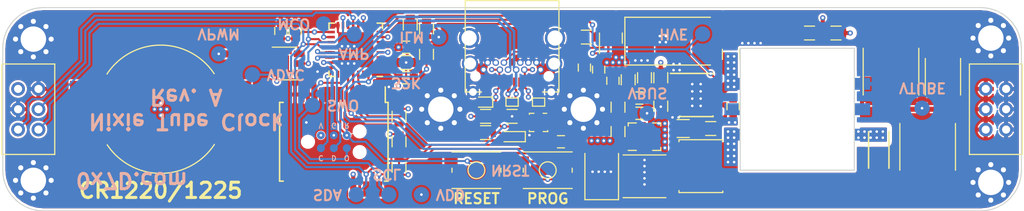
<source format=kicad_pcb>
(kicad_pcb (version 20171130) (host pcbnew "(5.0.0)")

  (general
    (thickness 1.6)
    (drawings 37)
    (tracks 597)
    (zones 0)
    (modules 80)
    (nets 57)
  )

  (page A4)
  (layers
    (0 F.Cu jumper)
    (1 In1.Cu jumper)
    (2 In2.Cu jumper)
    (31 B.Cu signal)
    (34 B.Paste user)
    (35 F.Paste user)
    (36 B.SilkS user)
    (37 F.SilkS user)
    (38 B.Mask user)
    (39 F.Mask user)
    (41 Cmts.User user)
    (44 Edge.Cuts user)
    (45 Margin user)
    (46 B.CrtYd user hide)
    (47 F.CrtYd user hide)
    (48 B.Fab user)
    (49 F.Fab user)
  )

  (setup
    (last_trace_width 0.127)
    (user_trace_width 0.15)
    (user_trace_width 0.2)
    (user_trace_width 0.25)
    (user_trace_width 0.3)
    (user_trace_width 0.4)
    (user_trace_width 0.6)
    (user_trace_width 0.8)
    (user_trace_width 1)
    (trace_clearance 0.127)
    (zone_clearance 0.2)
    (zone_45_only no)
    (trace_min 0.127)
    (segment_width 0.2)
    (edge_width 0.1)
    (via_size 0.508)
    (via_drill 0.254)
    (via_min_size 0.508)
    (via_min_drill 0.254)
    (uvia_size 0.3)
    (uvia_drill 0.1)
    (uvias_allowed no)
    (uvia_min_size 0.2)
    (uvia_min_drill 0.1)
    (pcb_text_width 0.3)
    (pcb_text_size 1.5 1.5)
    (mod_edge_width 0.15)
    (mod_text_size 1 1)
    (mod_text_width 0.15)
    (pad_size 0.9906 0.9906)
    (pad_drill 0.9906)
    (pad_to_mask_clearance 0)
    (aux_axis_origin 0 0)
    (visible_elements 7FF9FFFF)
    (pcbplotparams
      (layerselection 0x010f0_ffffffff)
      (usegerberextensions false)
      (usegerberattributes false)
      (usegerberadvancedattributes false)
      (creategerberjobfile false)
      (excludeedgelayer true)
      (linewidth 0.100000)
      (plotframeref false)
      (viasonmask false)
      (mode 1)
      (useauxorigin false)
      (hpglpennumber 1)
      (hpglpenspeed 20)
      (hpglpendiameter 15.000000)
      (psnegative false)
      (psa4output false)
      (plotreference false)
      (plotvalue false)
      (plotinvisibletext false)
      (padsonsilk false)
      (subtractmaskfromsilk false)
      (outputformat 1)
      (mirror false)
      (drillshape 0)
      (scaleselection 1)
      (outputdirectory "Gerbers/"))
  )

  (net 0 "")
  (net 1 "Net-(Q1-Pad3)")
  (net 2 "Net-(Q1-Pad2)")
  (net 3 "Net-(R1-Pad2)")
  (net 4 "Net-(R6-Pad2)")
  (net 5 "Net-(Q1-Pad1)")
  (net 6 "Net-(C7-Pad1)")
  (net 7 /HV_OUT)
  (net 8 /VBUS)
  (net 9 /VDD)
  (net 10 /VNIXIE)
  (net 11 /SCL)
  (net 12 /SDA)
  (net 13 /HV_EN)
  (net 14 "Net-(R8-Pad2)")
  (net 15 "Net-(R10-Pad2)")
  (net 16 /SWO)
  (net 17 /NRST)
  (net 18 /CC1)
  (net 19 /CC2)
  (net 20 /DAC)
  (net 21 /USB_N)
  (net 22 /USB_P)
  (net 23 "Net-(D4-Pad2)")
  (net 24 /SWDIO)
  (net 25 /SWCLK)
  (net 26 "Net-(L1-Pad1)")
  (net 27 "Net-(L1-Pad2)")
  (net 28 "Net-(R7-Pad1)")
  (net 29 /GND)
  (net 30 /HV_IN)
  (net 31 /USB)
  (net 32 /ILM)
  (net 33 /FAULT)
  (net 34 "Net-(T1-Pad2)")
  (net 35 "Net-(U1-Pad9)")
  (net 36 /RTC)
  (net 37 "Net-(U2-Pad3)")
  (net 38 /32kHz)
  (net 39 "Net-(C5-Pad1)")
  (net 40 "Net-(R16-Pad1)")
  (net 41 /AMP_EN)
  (net 42 "Net-(BT1-Pad1)")
  (net 43 "Net-(C6-Pad1)")
  (net 44 /NIXIE_EN)
  (net 45 "Net-(U1-Pad4)")
  (net 46 "Net-(U2-Pad12)")
  (net 47 /MCO)
  (net 48 "Net-(U2-Pad25)")
  (net 49 "Net-(U2-Pad10)")
  (net 50 "Net-(U2-Pad30)")
  (net 51 "Net-(U2-Pad14)")
  (net 52 /LED)
  (net 53 "Net-(C17-Pad1)")
  (net 54 "Net-(R2-Pad1)")
  (net 55 "Net-(D5-Pad2)")
  (net 56 "Net-(R20-Pad2)")

  (net_class Default "This is the default net class."
    (clearance 0.127)
    (trace_width 0.127)
    (via_dia 0.508)
    (via_drill 0.254)
    (uvia_dia 0.3)
    (uvia_drill 0.1)
    (diff_pair_gap 0.127)
    (diff_pair_width 0.25)
    (add_net /32kHz)
    (add_net /AMP_EN)
    (add_net /CC1)
    (add_net /CC2)
    (add_net /DAC)
    (add_net /FAULT)
    (add_net /GND)
    (add_net /HV_EN)
    (add_net /HV_IN)
    (add_net /ILM)
    (add_net /LED)
    (add_net /MCO)
    (add_net /NIXIE_EN)
    (add_net /NRST)
    (add_net /RTC)
    (add_net /SCL)
    (add_net /SDA)
    (add_net /SWCLK)
    (add_net /SWDIO)
    (add_net /SWO)
    (add_net /USB)
    (add_net /USB_N)
    (add_net /USB_P)
    (add_net /VBUS)
    (add_net /VDD)
    (add_net /VNIXIE)
    (add_net "Net-(BT1-Pad1)")
    (add_net "Net-(C17-Pad1)")
    (add_net "Net-(C5-Pad1)")
    (add_net "Net-(C6-Pad1)")
    (add_net "Net-(C7-Pad1)")
    (add_net "Net-(D4-Pad2)")
    (add_net "Net-(D5-Pad2)")
    (add_net "Net-(L1-Pad1)")
    (add_net "Net-(L1-Pad2)")
    (add_net "Net-(Q1-Pad1)")
    (add_net "Net-(Q1-Pad2)")
    (add_net "Net-(Q1-Pad3)")
    (add_net "Net-(R1-Pad2)")
    (add_net "Net-(R10-Pad2)")
    (add_net "Net-(R16-Pad1)")
    (add_net "Net-(R2-Pad1)")
    (add_net "Net-(R20-Pad2)")
    (add_net "Net-(R6-Pad2)")
    (add_net "Net-(R7-Pad1)")
    (add_net "Net-(R8-Pad2)")
    (add_net "Net-(T1-Pad2)")
    (add_net "Net-(U1-Pad4)")
    (add_net "Net-(U1-Pad9)")
    (add_net "Net-(U2-Pad10)")
    (add_net "Net-(U2-Pad12)")
    (add_net "Net-(U2-Pad14)")
    (add_net "Net-(U2-Pad25)")
    (add_net "Net-(U2-Pad3)")
    (add_net "Net-(U2-Pad30)")
  )

  (net_class HV ""
    (clearance 0.4)
    (trace_width 0.2)
    (via_dia 0.508)
    (via_drill 0.254)
    (uvia_dia 0.3)
    (uvia_drill 0.1)
    (diff_pair_gap 0.127)
    (diff_pair_width 0.25)
    (add_net /HV_OUT)
  )

  (module Resistors_SMD:R_0603 (layer F.Cu) (tedit 5BB3C810) (tstamp 5BB4849E)
    (at 181.8 92.5 180)
    (descr "Resistor SMD 0603, reflow soldering, Vishay (see dcrcw.pdf)")
    (tags "resistor 0603")
    (path /5BB58A31)
    (attr smd)
    (fp_text reference R20 (at 0 -1.45 180) (layer F.SilkS) hide
      (effects (font (size 1 1) (thickness 0.15)))
    )
    (fp_text value 1M (at 0 1.5 180) (layer F.Fab)
      (effects (font (size 1 1) (thickness 0.15)))
    )
    (fp_text user %R (at 0 0 180) (layer F.Fab)
      (effects (font (size 0.4 0.4) (thickness 0.075)))
    )
    (fp_line (start -0.8 0.4) (end -0.8 -0.4) (layer F.Fab) (width 0.1))
    (fp_line (start 0.8 0.4) (end -0.8 0.4) (layer F.Fab) (width 0.1))
    (fp_line (start 0.8 -0.4) (end 0.8 0.4) (layer F.Fab) (width 0.1))
    (fp_line (start -0.8 -0.4) (end 0.8 -0.4) (layer F.Fab) (width 0.1))
    (fp_line (start 0.5 0.68) (end -0.5 0.68) (layer F.SilkS) (width 0.12))
    (fp_line (start -0.5 -0.68) (end 0.5 -0.68) (layer F.SilkS) (width 0.12))
    (fp_line (start -1.25 -0.7) (end 1.25 -0.7) (layer F.CrtYd) (width 0.05))
    (fp_line (start -1.25 -0.7) (end -1.25 0.7) (layer F.CrtYd) (width 0.05))
    (fp_line (start 1.25 0.7) (end 1.25 -0.7) (layer F.CrtYd) (width 0.05))
    (fp_line (start 1.25 0.7) (end -1.25 0.7) (layer F.CrtYd) (width 0.05))
    (pad 1 smd rect (at -0.75 0 180) (size 0.5 0.9) (layers F.Cu F.Paste F.Mask)
      (net 7 /HV_OUT))
    (pad 2 smd rect (at 0.75 0 180) (size 0.5 0.9) (layers F.Cu F.Paste F.Mask)
      (net 56 "Net-(R20-Pad2)"))
    (model ${KISYS3DMOD}/Resistors_SMD.3dshapes/R_0603.wrl
      (at (xyz 0 0 0))
      (scale (xyz 1 1 1))
      (rotate (xyz 0 0 0))
    )
  )

  (module Resistors_SMD:R_0603 (layer F.Cu) (tedit 5BB3C814) (tstamp 5BB480F2)
    (at 179.2 92.5)
    (descr "Resistor SMD 0603, reflow soldering, Vishay (see dcrcw.pdf)")
    (tags "resistor 0603")
    (path /5BB58B15)
    (attr smd)
    (fp_text reference R21 (at 0 -1.45) (layer F.SilkS) hide
      (effects (font (size 1 1) (thickness 0.15)))
    )
    (fp_text value 15k (at 0 1.5) (layer F.Fab)
      (effects (font (size 1 1) (thickness 0.15)))
    )
    (fp_line (start 1.25 0.7) (end -1.25 0.7) (layer F.CrtYd) (width 0.05))
    (fp_line (start 1.25 0.7) (end 1.25 -0.7) (layer F.CrtYd) (width 0.05))
    (fp_line (start -1.25 -0.7) (end -1.25 0.7) (layer F.CrtYd) (width 0.05))
    (fp_line (start -1.25 -0.7) (end 1.25 -0.7) (layer F.CrtYd) (width 0.05))
    (fp_line (start -0.5 -0.68) (end 0.5 -0.68) (layer F.SilkS) (width 0.12))
    (fp_line (start 0.5 0.68) (end -0.5 0.68) (layer F.SilkS) (width 0.12))
    (fp_line (start -0.8 -0.4) (end 0.8 -0.4) (layer F.Fab) (width 0.1))
    (fp_line (start 0.8 -0.4) (end 0.8 0.4) (layer F.Fab) (width 0.1))
    (fp_line (start 0.8 0.4) (end -0.8 0.4) (layer F.Fab) (width 0.1))
    (fp_line (start -0.8 0.4) (end -0.8 -0.4) (layer F.Fab) (width 0.1))
    (fp_text user %R (at 0 0) (layer F.Fab)
      (effects (font (size 0.4 0.4) (thickness 0.075)))
    )
    (pad 2 smd rect (at 0.75 0) (size 0.5 0.9) (layers F.Cu F.Paste F.Mask)
      (net 56 "Net-(R20-Pad2)"))
    (pad 1 smd rect (at -0.75 0) (size 0.5 0.9) (layers F.Cu F.Paste F.Mask)
      (net 29 /GND))
    (model ${KISYS3DMOD}/Resistors_SMD.3dshapes/R_0603.wrl
      (at (xyz 0 0 0))
      (scale (xyz 1 1 1))
      (rotate (xyz 0 0 0))
    )
  )

  (module Housings_DFN_QFN:QFN-32-1EP_5x5mm_Pitch0.5mm (layer F.Cu) (tedit 5BA9CFDF) (tstamp 5BABF1F1)
    (at 134.65 94.15 180)
    (descr "UH Package; 32-Lead Plastic QFN (5mm x 5mm); (see Linear Technology QFN_32_05-08-1693.pdf)")
    (tags "QFN 0.5")
    (path /5B622DF7)
    (attr smd)
    (fp_text reference U2 (at 0 -3.75 180) (layer F.SilkS) hide
      (effects (font (size 1 1) (thickness 0.15)))
    )
    (fp_text value STM32L432K (at 0 3.75 180) (layer F.Fab)
      (effects (font (size 1 1) (thickness 0.15)))
    )
    (fp_line (start 2.625 -2.625) (end 2.1 -2.625) (layer F.SilkS) (width 0.15))
    (fp_line (start 2.625 2.625) (end 2.1 2.625) (layer F.SilkS) (width 0.15))
    (fp_line (start -2.625 2.625) (end -2.1 2.625) (layer F.SilkS) (width 0.15))
    (fp_line (start -2.625 -2.625) (end -2.1 -2.625) (layer F.SilkS) (width 0.15))
    (fp_line (start 2.625 2.625) (end 2.625 2.1) (layer F.SilkS) (width 0.15))
    (fp_line (start -2.625 2.625) (end -2.625 2.1) (layer F.SilkS) (width 0.15))
    (fp_line (start 2.625 -2.625) (end 2.625 -2.1) (layer F.SilkS) (width 0.15))
    (fp_line (start -3 3) (end 3 3) (layer F.CrtYd) (width 0.05))
    (fp_line (start -3 -3) (end 3 -3) (layer F.CrtYd) (width 0.05))
    (fp_line (start 3 -3) (end 3 3) (layer F.CrtYd) (width 0.05))
    (fp_line (start -3 -3) (end -3 3) (layer F.CrtYd) (width 0.05))
    (fp_line (start -2.5 -1.5) (end -1.5 -2.5) (layer F.Fab) (width 0.15))
    (fp_line (start -2.5 2.5) (end -2.5 -1.5) (layer F.Fab) (width 0.15))
    (fp_line (start 2.5 2.5) (end -2.5 2.5) (layer F.Fab) (width 0.15))
    (fp_line (start 2.5 -2.5) (end 2.5 2.5) (layer F.Fab) (width 0.15))
    (fp_line (start -1.5 -2.5) (end 2.5 -2.5) (layer F.Fab) (width 0.15))
    (pad 33 smd rect (at -0.8625 -0.8625 180) (size 1.725 1.725) (layers F.Cu F.Paste F.Mask)
      (net 29 /GND) (solder_paste_margin_ratio -0.2))
    (pad 33 smd rect (at -0.8625 0.8625 180) (size 1.725 1.725) (layers F.Cu F.Paste F.Mask)
      (net 29 /GND) (solder_paste_margin_ratio -0.2))
    (pad 33 smd rect (at 0.8625 -0.8625 180) (size 1.725 1.725) (layers F.Cu F.Paste F.Mask)
      (net 29 /GND) (solder_paste_margin_ratio -0.2))
    (pad 33 smd rect (at 0.8625 0.8625 180) (size 1.725 1.725) (layers F.Cu F.Paste F.Mask)
      (net 29 /GND) (solder_paste_margin_ratio -0.2))
    (pad 32 smd rect (at -1.75 -2.4 270) (size 0.7 0.25) (layers F.Cu F.Paste F.Mask)
      (net 29 /GND))
    (pad 31 smd rect (at -1.25 -2.4 270) (size 0.7 0.25) (layers F.Cu F.Paste F.Mask)
      (net 54 "Net-(R2-Pad1)"))
    (pad 30 smd rect (at -0.75 -2.4 270) (size 0.7 0.25) (layers F.Cu F.Paste F.Mask)
      (net 50 "Net-(U2-Pad30)"))
    (pad 29 smd rect (at -0.25 -2.4 270) (size 0.7 0.25) (layers F.Cu F.Paste F.Mask)
      (net 52 /LED))
    (pad 28 smd rect (at 0.25 -2.4 270) (size 0.7 0.25) (layers F.Cu F.Paste F.Mask)
      (net 36 /RTC))
    (pad 27 smd rect (at 0.75 -2.4 270) (size 0.7 0.25) (layers F.Cu F.Paste F.Mask)
      (net 31 /USB))
    (pad 26 smd rect (at 1.25 -2.4 270) (size 0.7 0.25) (layers F.Cu F.Paste F.Mask)
      (net 16 /SWO))
    (pad 25 smd rect (at 1.75 -2.4 270) (size 0.7 0.25) (layers F.Cu F.Paste F.Mask)
      (net 48 "Net-(U2-Pad25)"))
    (pad 24 smd rect (at 2.4 -1.75 180) (size 0.7 0.25) (layers F.Cu F.Paste F.Mask)
      (net 25 /SWCLK))
    (pad 23 smd rect (at 2.4 -1.25 180) (size 0.7 0.25) (layers F.Cu F.Paste F.Mask)
      (net 24 /SWDIO))
    (pad 22 smd rect (at 2.4 -0.75 180) (size 0.7 0.25) (layers F.Cu F.Paste F.Mask)
      (net 22 /USB_P))
    (pad 21 smd rect (at 2.4 -0.25 180) (size 0.7 0.25) (layers F.Cu F.Paste F.Mask)
      (net 21 /USB_N))
    (pad 20 smd rect (at 2.4 0.25 180) (size 0.7 0.25) (layers F.Cu F.Paste F.Mask)
      (net 12 /SDA))
    (pad 19 smd rect (at 2.4 0.75 180) (size 0.7 0.25) (layers F.Cu F.Paste F.Mask)
      (net 11 /SCL))
    (pad 18 smd rect (at 2.4 1.25 180) (size 0.7 0.25) (layers F.Cu F.Paste F.Mask)
      (net 47 /MCO))
    (pad 17 smd rect (at 2.4 1.75 180) (size 0.7 0.25) (layers F.Cu F.Paste F.Mask)
      (net 9 /VDD))
    (pad 16 smd rect (at 1.75 2.4 270) (size 0.7 0.25) (layers F.Cu F.Paste F.Mask)
      (net 29 /GND))
    (pad 15 smd rect (at 1.25 2.4 270) (size 0.7 0.25) (layers F.Cu F.Paste F.Mask)
      (net 41 /AMP_EN))
    (pad 14 smd rect (at 0.75 2.4 270) (size 0.7 0.25) (layers F.Cu F.Paste F.Mask)
      (net 51 "Net-(U2-Pad14)"))
    (pad 13 smd rect (at 0.25 2.4 270) (size 0.7 0.25) (layers F.Cu F.Paste F.Mask)
      (net 44 /NIXIE_EN))
    (pad 12 smd rect (at -0.25 2.4 270) (size 0.7 0.25) (layers F.Cu F.Paste F.Mask)
      (net 46 "Net-(U2-Pad12)"))
    (pad 11 smd rect (at -0.75 2.4 270) (size 0.7 0.25) (layers F.Cu F.Paste F.Mask)
      (net 20 /DAC))
    (pad 10 smd rect (at -1.25 2.4 270) (size 0.7 0.25) (layers F.Cu F.Paste F.Mask)
      (net 49 "Net-(U2-Pad10)"))
    (pad 9 smd rect (at -1.75 2.4 270) (size 0.7 0.25) (layers F.Cu F.Paste F.Mask)
      (net 33 /FAULT))
    (pad 8 smd rect (at -2.4 1.75 180) (size 0.7 0.25) (layers F.Cu F.Paste F.Mask)
      (net 13 /HV_EN))
    (pad 7 smd rect (at -2.4 1.25 180) (size 0.7 0.25) (layers F.Cu F.Paste F.Mask)
      (net 56 "Net-(R20-Pad2)"))
    (pad 6 smd rect (at -2.4 0.75 180) (size 0.7 0.25) (layers F.Cu F.Paste F.Mask)
      (net 32 /ILM))
    (pad 5 smd rect (at -2.4 0.25 180) (size 0.7 0.25) (layers F.Cu F.Paste F.Mask)
      (net 9 /VDD))
    (pad 4 smd rect (at -2.4 -0.25 180) (size 0.7 0.25) (layers F.Cu F.Paste F.Mask)
      (net 17 /NRST))
    (pad 3 smd rect (at -2.4 -0.75 180) (size 0.7 0.25) (layers F.Cu F.Paste F.Mask)
      (net 37 "Net-(U2-Pad3)"))
    (pad 2 smd rect (at -2.4 -1.25 180) (size 0.7 0.25) (layers F.Cu F.Paste F.Mask)
      (net 38 /32kHz))
    (pad 1 smd rect (at -2.4 -1.75 180) (size 0.7 0.25) (layers F.Cu F.Paste F.Mask)
      (net 9 /VDD))
    (model ${KISYS3DMOD}/Housings_DFN_QFN.3dshapes/QFN-32-1EP_5x5mm_Pitch0.5mm.wrl
      (at (xyz 0 0 0))
      (scale (xyz 1 1 1))
      (rotate (xyz 0 0 0))
    )
  )

  (module "Custom Parts:Inductor_4.1x4.1mm" (layer F.Cu) (tedit 5BB31255) (tstamp 5BB334A6)
    (at 163 106.6 180)
    (descr "Inductor, Taiyo Yuden, NR series, Taiyo-Yuden_NR-40xx, 4.0mmx4.0mm")
    (tags "inductor taiyo-yuden nr smd")
    (path /5B16755A)
    (attr smd)
    (fp_text reference L1 (at 0 -3 180) (layer F.SilkS) hide
      (effects (font (size 1 1) (thickness 0.15)))
    )
    (fp_text value 1uH (at 0 3.5 180) (layer F.Fab)
      (effects (font (size 1 1) (thickness 0.15)))
    )
    (fp_text user %R (at 0 0 180) (layer F.Fab)
      (effects (font (size 1 1) (thickness 0.15)))
    )
    (fp_line (start -2.1 -2.1) (end 2.1 -2.1) (layer F.SilkS) (width 0.12))
    (fp_line (start -2.1 2.1) (end 2.1 2.1) (layer F.SilkS) (width 0.12))
    (fp_line (start -2.25 -2.25) (end -2.25 2.25) (layer F.CrtYd) (width 0.05))
    (fp_line (start -2.25 2.25) (end 2.25 2.25) (layer F.CrtYd) (width 0.05))
    (fp_line (start 2.25 2.25) (end 2.25 -2.25) (layer F.CrtYd) (width 0.05))
    (fp_line (start 2.25 -2.25) (end -2.25 -2.25) (layer F.CrtYd) (width 0.05))
    (fp_line (start -2.05 -2.05) (end -2.05 2.05) (layer F.Fab) (width 0.12))
    (fp_line (start -2.05 2.05) (end 2.05 2.05) (layer F.Fab) (width 0.12))
    (fp_line (start 2.05 2.05) (end 2.05 -2.05) (layer F.Fab) (width 0.12))
    (fp_line (start 2.05 -2.05) (end -2.05 -2.05) (layer F.Fab) (width 0.12))
    (pad 1 smd rect (at -1.2 0 180) (size 1 3.8) (layers F.Cu F.Paste F.Mask)
      (net 26 "Net-(L1-Pad1)"))
    (pad 2 smd rect (at 1.2 0 180) (size 1 3.8) (layers F.Cu F.Paste F.Mask)
      (net 27 "Net-(L1-Pad2)"))
    (model ${KISYS3DMOD}/Inductors_SMD.3dshapes/L_Taiyo-Yuden_NR-40xx.wrl
      (at (xyz 0 0 0))
      (scale (xyz 1 1 1))
      (rotate (xyz 0 0 0))
    )
  )

  (module Measurement_Points:Measurement_Point_Round-SMD-Pad_Small (layer B.Cu) (tedit 5BB09430) (tstamp 5BB15CD7)
    (at 146.5 106)
    (descr "Mesurement Point, Round, SMD Pad, DM 1.5mm,")
    (tags "Mesurement Point Round SMD Pad 1.5mm")
    (path /5BB2EA59)
    (attr virtual)
    (fp_text reference J18 (at 0 2) (layer B.SilkS) hide
      (effects (font (size 1 1) (thickness 0.15)) (justify mirror))
    )
    (fp_text value NRST (at 0 -2) (layer B.Fab)
      (effects (font (size 1 1) (thickness 0.15)) (justify mirror))
    )
    (fp_circle (center 0 0) (end 1 0) (layer B.CrtYd) (width 0.05))
    (pad 1 smd circle (at 0 0) (size 1.5 1.5) (layers B.Cu B.Mask)
      (net 17 /NRST))
  )

  (module Measurement_Points:Measurement_Point_Round-SMD-Pad_Small (layer B.Cu) (tedit 5BADC8A7) (tstamp 5BAE0329)
    (at 130.4 99.6)
    (descr "Mesurement Point, Round, SMD Pad, DM 1.5mm,")
    (tags "Mesurement Point Round SMD Pad 1.5mm")
    (path /5BAE0437)
    (attr virtual)
    (fp_text reference J17 (at 0 2) (layer B.SilkS) hide
      (effects (font (size 1 1) (thickness 0.15)) (justify mirror))
    )
    (fp_text value SWO (at 0 -2) (layer B.Fab)
      (effects (font (size 1 1) (thickness 0.15)) (justify mirror))
    )
    (fp_circle (center 0 0) (end 1 0) (layer B.CrtYd) (width 0.05))
    (pad 1 smd circle (at 0 0) (size 1.5 1.5) (layers B.Cu B.Mask)
      (net 16 /SWO))
  )

  (module Capacitors_SMD:C_0603 (layer F.Cu) (tedit 5BADAEAD) (tstamp 5BB497E8)
    (at 157.1 95.9 270)
    (descr "Capacitor SMD 0603, reflow soldering, AVX (see smccp.pdf)")
    (tags "capacitor 0603")
    (path /5BAFD7B9)
    (attr smd)
    (fp_text reference C17 (at 0 -1.5 270) (layer F.SilkS) hide
      (effects (font (size 1 1) (thickness 0.15)))
    )
    (fp_text value SLEW (at 0 1.5 270) (layer F.Fab)
      (effects (font (size 1 1) (thickness 0.15)))
    )
    (fp_text user %R (at 0 0 270) (layer F.Fab)
      (effects (font (size 0.3 0.3) (thickness 0.075)))
    )
    (fp_line (start -0.8 0.4) (end -0.8 -0.4) (layer F.Fab) (width 0.1))
    (fp_line (start 0.8 0.4) (end -0.8 0.4) (layer F.Fab) (width 0.1))
    (fp_line (start 0.8 -0.4) (end 0.8 0.4) (layer F.Fab) (width 0.1))
    (fp_line (start -0.8 -0.4) (end 0.8 -0.4) (layer F.Fab) (width 0.1))
    (fp_line (start -0.35 -0.6) (end 0.35 -0.6) (layer F.SilkS) (width 0.12))
    (fp_line (start 0.35 0.6) (end -0.35 0.6) (layer F.SilkS) (width 0.12))
    (fp_line (start -1.4 -0.65) (end 1.4 -0.65) (layer F.CrtYd) (width 0.05))
    (fp_line (start -1.4 -0.65) (end -1.4 0.65) (layer F.CrtYd) (width 0.05))
    (fp_line (start 1.4 0.65) (end 1.4 -0.65) (layer F.CrtYd) (width 0.05))
    (fp_line (start 1.4 0.65) (end -1.4 0.65) (layer F.CrtYd) (width 0.05))
    (pad 1 smd rect (at -0.75 0 270) (size 0.8 0.75) (layers F.Cu F.Paste F.Mask)
      (net 53 "Net-(C17-Pad1)"))
    (pad 2 smd rect (at 0.75 0 270) (size 0.8 0.75) (layers F.Cu F.Paste F.Mask)
      (net 29 /GND))
    (model Capacitors_SMD.3dshapes/C_0603.wrl
      (at (xyz 0 0 0))
      (scale (xyz 1 1 1))
      (rotate (xyz 0 0 0))
    )
  )

  (module "Custom Parts:CR1220_Holder" (layer F.Cu) (tedit 5BAD23CD) (tstamp 5BA0C870)
    (at 115.5 100)
    (path /5BA7F4A1)
    (fp_text reference BT1 (at 0 -6) (layer F.SilkS) hide
      (effects (font (size 1 1) (thickness 0.15)))
    )
    (fp_text value CR1620 (at 0 6) (layer F.Fab)
      (effects (font (size 1 1) (thickness 0.15)))
    )
    (fp_arc (start 0 0) (end -5.25 3.499999) (angle -113) (layer F.SilkS) (width 0.12))
    (fp_arc (start 0 0) (end 5.25 -3.499999) (angle -113) (layer F.SilkS) (width 0.12))
    (fp_line (start -7 4) (end -7 -4) (layer F.Fab) (width 0.1))
    (fp_line (start 7 4) (end 7 -4) (layer F.Fab) (width 0.1))
    (fp_line (start -7 -4) (end -6 -5) (layer F.Fab) (width 0.1))
    (fp_line (start -6 -5) (end 6 -5) (layer F.Fab) (width 0.1))
    (fp_line (start 6 -5) (end 7 -4) (layer F.Fab) (width 0.1))
    (fp_arc (start 0.000001 9.999999) (end 4 5) (angle -77.3) (layer F.Fab) (width 0.1))
    (fp_line (start 4 5) (end 5 5) (layer F.Fab) (width 0.1))
    (fp_line (start 5 5) (end 6 5) (layer F.Fab) (width 0.1))
    (fp_line (start 6 5) (end 7 4) (layer F.Fab) (width 0.1))
    (fp_line (start -4 5) (end -6 5) (layer F.Fab) (width 0.1))
    (fp_line (start -6 5) (end -7 4) (layer F.Fab) (width 0.1))
    (pad 1 smd circle (at 0 0) (size 10.2 10.2) (layers F.Cu F.Mask)
      (net 42 "Net-(BT1-Pad1)") (clearance 0.5))
    (pad 2 smd rect (at -7.65 1.55) (size 2.5 2.5) (layers F.Cu F.Paste F.Mask)
      (net 29 /GND))
    (pad 2 smd rect (at -7.65 -1.55) (size 2.5 2.5) (layers F.Cu F.Paste F.Mask)
      (net 29 /GND))
    (pad 2 smd rect (at 7.65 1.55) (size 2.5 2.5) (layers F.Cu F.Paste F.Mask)
      (net 29 /GND))
    (pad 2 smd rect (at 7.65 -1.55) (size 2.5 2.5) (layers F.Cu F.Paste F.Mask)
      (net 29 /GND))
  )

  (module LEDs:LED_0603 (layer F.Cu) (tedit 5BAD15AF) (tstamp 5BB42ECB)
    (at 150 102.7 180)
    (descr "LED 0603 smd package")
    (tags "LED led 0603 SMD smd SMT smt smdled SMDLED smtled SMTLED")
    (path /5BADCAA0)
    (attr smd)
    (fp_text reference D5 (at 0 -1.25 180) (layer F.SilkS) hide
      (effects (font (size 1 1) (thickness 0.15)))
    )
    (fp_text value LED (at 0 1.35 180) (layer F.Fab)
      (effects (font (size 1 1) (thickness 0.15)))
    )
    (fp_line (start -1.45 -0.65) (end 1.45 -0.65) (layer F.CrtYd) (width 0.05))
    (fp_line (start -1.45 0.65) (end -1.45 -0.65) (layer F.CrtYd) (width 0.05))
    (fp_line (start 1.45 0.65) (end -1.45 0.65) (layer F.CrtYd) (width 0.05))
    (fp_line (start 1.45 -0.65) (end 1.45 0.65) (layer F.CrtYd) (width 0.05))
    (fp_line (start -1.3 -0.5) (end 0.8 -0.5) (layer F.SilkS) (width 0.12))
    (fp_line (start -1.3 0.5) (end 0.8 0.5) (layer F.SilkS) (width 0.12))
    (fp_line (start -0.8 0.4) (end -0.8 -0.4) (layer F.Fab) (width 0.1))
    (fp_line (start -0.8 -0.4) (end 0.8 -0.4) (layer F.Fab) (width 0.1))
    (fp_line (start 0.8 -0.4) (end 0.8 0.4) (layer F.Fab) (width 0.1))
    (fp_line (start 0.8 0.4) (end -0.8 0.4) (layer F.Fab) (width 0.1))
    (fp_line (start 0.15 -0.2) (end 0.15 0.2) (layer F.Fab) (width 0.1))
    (fp_line (start 0.15 0.2) (end -0.15 0) (layer F.Fab) (width 0.1))
    (fp_line (start -0.15 0) (end 0.15 -0.2) (layer F.Fab) (width 0.1))
    (fp_line (start -0.2 -0.2) (end -0.2 0.2) (layer F.Fab) (width 0.1))
    (fp_line (start -1.3 -0.5) (end -1.3 0.5) (layer F.SilkS) (width 0.12))
    (pad 1 smd rect (at -0.8 0) (size 0.8 0.8) (layers F.Cu F.Paste F.Mask)
      (net 29 /GND))
    (pad 2 smd rect (at 0.8 0) (size 0.8 0.8) (layers F.Cu F.Paste F.Mask)
      (net 55 "Net-(D5-Pad2)"))
    (model ${KISYS3DMOD}/LEDs.3dshapes/LED_0603.wrl
      (at (xyz 0 0 0))
      (scale (xyz 1 1 1))
      (rotate (xyz 0 0 180))
    )
  )

  (module Resistors_SMD:R_0603 (layer F.Cu) (tedit 5BAD15B2) (tstamp 5BB428B3)
    (at 147.4 102.3)
    (descr "Resistor SMD 0603, reflow soldering, Vishay (see dcrcw.pdf)")
    (tags "resistor 0603")
    (path /5BADE6EA)
    (attr smd)
    (fp_text reference R13 (at 0 -1.45) (layer F.SilkS) hide
      (effects (font (size 1 1) (thickness 0.15)))
    )
    (fp_text value 10k (at 0 1.5) (layer F.Fab)
      (effects (font (size 1 1) (thickness 0.15)))
    )
    (fp_line (start 1.25 0.7) (end -1.25 0.7) (layer F.CrtYd) (width 0.05))
    (fp_line (start 1.25 0.7) (end 1.25 -0.7) (layer F.CrtYd) (width 0.05))
    (fp_line (start -1.25 -0.7) (end -1.25 0.7) (layer F.CrtYd) (width 0.05))
    (fp_line (start -1.25 -0.7) (end 1.25 -0.7) (layer F.CrtYd) (width 0.05))
    (fp_line (start -0.5 -0.68) (end 0.5 -0.68) (layer F.SilkS) (width 0.12))
    (fp_line (start 0.5 0.68) (end -0.5 0.68) (layer F.SilkS) (width 0.12))
    (fp_line (start -0.8 -0.4) (end 0.8 -0.4) (layer F.Fab) (width 0.1))
    (fp_line (start 0.8 -0.4) (end 0.8 0.4) (layer F.Fab) (width 0.1))
    (fp_line (start 0.8 0.4) (end -0.8 0.4) (layer F.Fab) (width 0.1))
    (fp_line (start -0.8 0.4) (end -0.8 -0.4) (layer F.Fab) (width 0.1))
    (fp_text user %R (at 0 0) (layer F.Fab)
      (effects (font (size 0.4 0.4) (thickness 0.075)))
    )
    (pad 2 smd rect (at 0.75 0) (size 0.5 0.9) (layers F.Cu F.Paste F.Mask)
      (net 55 "Net-(D5-Pad2)"))
    (pad 1 smd rect (at -0.75 0) (size 0.5 0.9) (layers F.Cu F.Paste F.Mask)
      (net 52 /LED))
    (model ${KISYS3DMOD}/Resistors_SMD.3dshapes/R_0603.wrl
      (at (xyz 0 0 0))
      (scale (xyz 1 1 1))
      (rotate (xyz 0 0 0))
    )
  )

  (module "Custom Parts:USB_C_Receptacle_Circular_Holes" locked (layer F.Cu) (tedit 5BAC7BE5) (tstamp 5BADE66E)
    (at 150 92.4 180)
    (descr "USB TYPE C, RA RCPT PCB, Hybrid, https://www.amphenolcanada.com/StockAvailabilityPrice.aspx?From=&PartNum=12401548E4%7e2A")
    (tags "USB C Type-C Receptacle Hybrid")
    (path /5B6238BC)
    (attr smd)
    (fp_text reference J1 (at 0 -6.36 180) (layer F.SilkS) hide
      (effects (font (size 1 1) (thickness 0.15)))
    )
    (fp_text value USB_C_Receptacle (at 0 4 180) (layer F.Fab)
      (effects (font (size 1 1) (thickness 0.15)))
    )
    (fp_line (start -4.6 2.39) (end 4.6 2.39) (layer F.SilkS) (width 0.12))
    (fp_line (start -4.6 3.09) (end 4.6 3.09) (layer F.SilkS) (width 0.12))
    (fp_line (start -4.6 3.09) (end -4.6 -5.9) (layer F.Fab) (width 0.1))
    (fp_line (start -4.6 -5.9) (end 4.6 -5.9) (layer F.Fab) (width 0.1))
    (fp_line (start -4.6 -5.9) (end -3 -5.9) (layer F.SilkS) (width 0.12))
    (fp_line (start -4.6 -5.9) (end -4.6 3.09) (layer F.SilkS) (width 0.12))
    (fp_line (start 4.6 -5.9) (end 4.6 3.09) (layer F.SilkS) (width 0.12))
    (fp_line (start 3 -5.9) (end 4.6 -5.9) (layer F.SilkS) (width 0.12))
    (fp_line (start -4.6 3.09) (end 4.6 3.09) (layer F.Fab) (width 0.1))
    (fp_line (start 4.6 3.09) (end 4.6 -5.9) (layer F.Fab) (width 0.1))
    (fp_text user %R (at 0 0 180) (layer F.Fab)
      (effects (font (size 1 1) (thickness 0.1)))
    )
    (pad S1 thru_hole circle (at 3.845 -5.91 180) (size 1.2 1.2) (drill 0.75) (layers *.Cu *.Mask)
      (net 29 /GND))
    (pad S1 thru_hole circle (at -3.845 -5.91 180) (size 1.2 1.2) (drill 0.75) (layers *.Cu *.Mask)
      (net 29 /GND))
    (pad B11 thru_hole circle (at -2.4 -3.01 180) (size 0.65 0.65) (drill 0.4) (layers *.Cu *.Mask)
      (net 29 /GND))
    (pad B10 thru_hole circle (at -1.6 -3.01 180) (size 0.65 0.65) (drill 0.4) (layers *.Cu *.Mask)
      (net 29 /GND))
    (pad B8 thru_hole circle (at -0.8 -3.01 180) (size 0.65 0.65) (drill 0.4) (layers *.Cu *.Mask)
      (net 29 /GND))
    (pad B5 thru_hole circle (at 0.8 -3.01 180) (size 0.65 0.65) (drill 0.4) (layers *.Cu *.Mask)
      (net 19 /CC2))
    (pad B3 thru_hole circle (at 1.6 -3.01 180) (size 0.65 0.65) (drill 0.4) (layers *.Cu *.Mask)
      (net 29 /GND))
    (pad B2 thru_hole circle (at 2.4 -3.01 180) (size 0.65 0.65) (drill 0.4) (layers *.Cu *.Mask)
      (net 29 /GND))
    (pad B12 thru_hole circle (at -2.8 -3.71 180) (size 0.65 0.65) (drill 0.4) (layers *.Cu *.Mask)
      (net 29 /GND))
    (pad B9 thru_hole circle (at -1.2 -3.71 180) (size 0.65 0.65) (drill 0.4) (layers *.Cu *.Mask)
      (net 8 /VBUS))
    (pad B7 thru_hole circle (at -0.4 -3.71 180) (size 0.65 0.65) (drill 0.4) (layers *.Cu *.Mask)
      (net 21 /USB_N))
    (pad B6 thru_hole circle (at 0.4 -3.71 180) (size 0.65 0.65) (drill 0.4) (layers *.Cu *.Mask)
      (net 22 /USB_P))
    (pad B4 thru_hole circle (at 1.2 -3.71 180) (size 0.65 0.65) (drill 0.4) (layers *.Cu *.Mask)
      (net 8 /VBUS))
    (pad B1 thru_hole circle (at 2.8 -3.71 180) (size 0.65 0.65) (drill 0.4) (layers *.Cu *.Mask)
      (net 29 /GND))
    (pad "" np_thru_hole circle (at -3.6 -4.36 180) (size 0.65 0.65) (drill 0.65) (layers *.Mask F.Cu))
    (pad "" np_thru_hole circle (at 3.6 -4.36 180) (size 0.65 0.65) (drill 0.65) (layers *.Mask F.Cu))
    (pad S1 thru_hole circle (at -4.22 -0.595 180) (size 2 2) (drill 1.5) (layers *.Cu *.Mask)
      (net 29 /GND))
    (pad S1 thru_hole circle (at 4.22 -0.595 180) (size 2 2) (drill 1.5) (layers *.Cu *.Mask)
      (net 29 /GND))
    (pad S1 thru_hole circle (at 4.13 -3.11 180) (size 1.6 1.6) (drill 1.2) (layers *.Cu *.Mask)
      (net 29 /GND))
    (pad A11 smd rect (at 2.25 -4.93 180) (size 0.3 0.9) (layers F.Cu F.Paste F.Mask)
      (net 29 /GND))
    (pad A8 smd rect (at 0.75 -4.93 180) (size 0.3 0.9) (layers F.Cu F.Paste F.Mask)
      (net 29 /GND))
    (pad A9 smd rect (at 1.25 -4.93 180) (size 0.3 0.9) (layers F.Cu F.Paste F.Mask)
      (net 8 /VBUS))
    (pad A10 smd rect (at 1.75 -4.93 180) (size 0.3 0.9) (layers F.Cu F.Paste F.Mask)
      (net 29 /GND))
    (pad A12 smd rect (at 2.75 -4.93 180) (size 0.3 0.9) (layers F.Cu F.Paste F.Mask)
      (net 29 /GND))
    (pad A7 smd rect (at 0.25 -4.93 180) (size 0.3 0.9) (layers F.Cu F.Paste F.Mask)
      (net 21 /USB_N))
    (pad A6 smd rect (at -0.25 -4.93 180) (size 0.3 0.9) (layers F.Cu F.Paste F.Mask)
      (net 22 /USB_P))
    (pad A5 smd rect (at -0.75 -4.93 180) (size 0.3 0.9) (layers F.Cu F.Paste F.Mask)
      (net 18 /CC1))
    (pad A4 smd rect (at -1.25 -4.93 180) (size 0.3 0.9) (layers F.Cu F.Paste F.Mask)
      (net 8 /VBUS))
    (pad A3 smd rect (at -1.75 -4.93 180) (size 0.3 0.9) (layers F.Cu F.Paste F.Mask)
      (net 29 /GND))
    (pad A2 smd rect (at -2.25 -4.93 180) (size 0.3 0.9) (layers F.Cu F.Paste F.Mask)
      (net 29 /GND))
    (pad A1 smd rect (at -2.75 -4.93 180) (size 0.3 0.9) (layers F.Cu F.Paste F.Mask)
      (net 29 /GND))
    (pad S1 thru_hole circle (at -4.13 -3.11 180) (size 1.6 1.6) (drill 1.2) (layers *.Cu *.Mask)
      (net 29 /GND))
    (model ${KISYS3DMOD}/Connectors_USB.3dshapes/USB_C_Receptacle_Amphenol_12401548E4-2A.wrl
      (at (xyz 0 0 0))
      (scale (xyz 1 1 1))
      (rotate (xyz 0 0 0))
    )
  )

  (module Capacitors_SMD:C_0603 (layer F.Cu) (tedit 5BA9CFDB) (tstamp 5BABF29F)
    (at 139.6 96.9)
    (descr "Capacitor SMD 0603, reflow soldering, AVX (see smccp.pdf)")
    (tags "capacitor 0603")
    (path /5BBA51A2)
    (attr smd)
    (fp_text reference C12 (at 0 -1.5) (layer F.SilkS) hide
      (effects (font (size 1 1) (thickness 0.15)))
    )
    (fp_text value 0.1uF (at 0 1.5) (layer F.Fab)
      (effects (font (size 1 1) (thickness 0.15)))
    )
    (fp_text user %R (at 0 0) (layer F.Fab)
      (effects (font (size 0.3 0.3) (thickness 0.075)))
    )
    (fp_line (start -0.8 0.4) (end -0.8 -0.4) (layer F.Fab) (width 0.1))
    (fp_line (start 0.8 0.4) (end -0.8 0.4) (layer F.Fab) (width 0.1))
    (fp_line (start 0.8 -0.4) (end 0.8 0.4) (layer F.Fab) (width 0.1))
    (fp_line (start -0.8 -0.4) (end 0.8 -0.4) (layer F.Fab) (width 0.1))
    (fp_line (start -0.35 -0.6) (end 0.35 -0.6) (layer F.SilkS) (width 0.12))
    (fp_line (start 0.35 0.6) (end -0.35 0.6) (layer F.SilkS) (width 0.12))
    (fp_line (start -1.4 -0.65) (end 1.4 -0.65) (layer F.CrtYd) (width 0.05))
    (fp_line (start -1.4 -0.65) (end -1.4 0.65) (layer F.CrtYd) (width 0.05))
    (fp_line (start 1.4 0.65) (end 1.4 -0.65) (layer F.CrtYd) (width 0.05))
    (fp_line (start 1.4 0.65) (end -1.4 0.65) (layer F.CrtYd) (width 0.05))
    (pad 1 smd rect (at -0.75 0) (size 0.8 0.75) (layers F.Cu F.Paste F.Mask)
      (net 9 /VDD))
    (pad 2 smd rect (at 0.75 0) (size 0.8 0.75) (layers F.Cu F.Paste F.Mask)
      (net 29 /GND))
    (model Capacitors_SMD.3dshapes/C_0603.wrl
      (at (xyz 0 0 0))
      (scale (xyz 1 1 1))
      (rotate (xyz 0 0 0))
    )
  )

  (module Capacitors_SMD:C_0603 (layer F.Cu) (tedit 5BAB323C) (tstamp 5BB4EC97)
    (at 139.6 93.9)
    (descr "Capacitor SMD 0603, reflow soldering, AVX (see smccp.pdf)")
    (tags "capacitor 0603")
    (path /5BBA50C7)
    (attr smd)
    (fp_text reference C13 (at 0 -1.5) (layer F.SilkS) hide
      (effects (font (size 1 1) (thickness 0.15)))
    )
    (fp_text value 4.7uF (at 0 1.5) (layer F.Fab)
      (effects (font (size 1 1) (thickness 0.15)))
    )
    (fp_line (start 1.4 0.65) (end -1.4 0.65) (layer F.CrtYd) (width 0.05))
    (fp_line (start 1.4 0.65) (end 1.4 -0.65) (layer F.CrtYd) (width 0.05))
    (fp_line (start -1.4 -0.65) (end -1.4 0.65) (layer F.CrtYd) (width 0.05))
    (fp_line (start -1.4 -0.65) (end 1.4 -0.65) (layer F.CrtYd) (width 0.05))
    (fp_line (start 0.35 0.6) (end -0.35 0.6) (layer F.SilkS) (width 0.12))
    (fp_line (start -0.35 -0.6) (end 0.35 -0.6) (layer F.SilkS) (width 0.12))
    (fp_line (start -0.8 -0.4) (end 0.8 -0.4) (layer F.Fab) (width 0.1))
    (fp_line (start 0.8 -0.4) (end 0.8 0.4) (layer F.Fab) (width 0.1))
    (fp_line (start 0.8 0.4) (end -0.8 0.4) (layer F.Fab) (width 0.1))
    (fp_line (start -0.8 0.4) (end -0.8 -0.4) (layer F.Fab) (width 0.1))
    (fp_text user %R (at 0 0) (layer F.Fab)
      (effects (font (size 0.3 0.3) (thickness 0.075)))
    )
    (pad 2 smd rect (at 0.75 0) (size 0.8 0.75) (layers F.Cu F.Paste F.Mask)
      (net 29 /GND))
    (pad 1 smd rect (at -0.75 0) (size 0.8 0.75) (layers F.Cu F.Paste F.Mask)
      (net 9 /VDD))
    (model Capacitors_SMD.3dshapes/C_0603.wrl
      (at (xyz 0 0 0))
      (scale (xyz 1 1 1))
      (rotate (xyz 0 0 0))
    )
  )

  (module "Tag Connect:TC2030-MCP-NL" (layer B.Cu) (tedit 5BAE6009) (tstamp 5BADD7EE)
    (at 132.5 103.2)
    (descr http://www.tag-connect.com/Materials/TC2030-MCP-NL%20PCB%20Footprint.pdf)
    (path /5B693D84)
    (fp_text reference J2 (at 0 4.064) (layer B.SilkS) hide
      (effects (font (size 1.524 1.524) (thickness 0.3048)) (justify mirror))
    )
    (fp_text value SWD (at 0 -3.048) (layer B.SilkS) hide
      (effects (font (size 1.524 1.524) (thickness 0.3048)) (justify mirror))
    )
    (pad "" np_thru_hole circle (at 2.54 -1.016) (size 0.9906 0.9906) (drill 0.9906) (layers *.Cu *.Mask))
    (pad "" np_thru_hole circle (at 2.54 1.016) (size 0.9906 0.9906) (drill 0.9906) (layers *.Cu *.Mask))
    (pad "" np_thru_hole circle (at -2.54 0) (size 0.9906 0.9906) (drill 0.9906) (layers *.Cu *.Mask))
    (pad 6 smd circle (at 1.27 0.635) (size 0.7874 0.7874) (layers B.Cu B.Mask)
      (net 16 /SWO))
    (pad 5 smd circle (at 1.27 -0.635) (size 0.7874 0.7874) (layers B.Cu B.Mask)
      (net 17 /NRST))
    (pad 4 smd circle (at 0 0.635) (size 0.7874 0.7874) (layers B.Cu B.Mask)
      (net 24 /SWDIO))
    (pad 3 smd circle (at 0 -0.635) (size 0.7874 0.7874) (layers B.Cu B.Mask)
      (net 29 /GND))
    (pad 2 smd circle (at -1.27 0.635) (size 0.7874 0.7874) (layers B.Cu B.Mask)
      (net 25 /SWCLK))
    (pad 1 smd circle (at -1.27 -0.635) (size 0.7874 0.7874) (layers B.Cu B.Mask)
      (net 9 /VDD))
  )

  (module Measurement_Points:Measurement_Point_Round-SMD-Pad_Small (layer B.Cu) (tedit 5BAD05B1) (tstamp 5BB4BAA3)
    (at 163.25 100.4)
    (descr "Mesurement Point, Round, SMD Pad, DM 1.5mm,")
    (tags "Mesurement Point Round SMD Pad 1.5mm")
    (path /5BAD1FCF)
    (attr virtual)
    (fp_text reference J16 (at 0 2) (layer B.SilkS) hide
      (effects (font (size 1 1) (thickness 0.15)) (justify mirror))
    )
    (fp_text value VBUS (at 0 -2) (layer B.Fab)
      (effects (font (size 1 1) (thickness 0.15)) (justify mirror))
    )
    (fp_circle (center 0 0) (end 1 0) (layer B.CrtYd) (width 0.05))
    (pad 1 smd circle (at 0 0) (size 1.5 1.5) (layers B.Cu B.Mask)
      (net 8 /VBUS))
  )

  (module Housings_SOIC:SOIC-16W_7.5x10.3mm_Pitch1.27mm (layer F.Cu) (tedit 5BAB2AB6) (tstamp 5BADD5F4)
    (at 132.5 103.2 270)
    (descr "16-Lead Plastic Small Outline (SO) - Wide, 7.50 mm Body [SOIC] (see Microchip Packaging Specification 00000049BS.pdf)")
    (tags "SOIC 1.27")
    (path /5BAADC28)
    (attr smd)
    (fp_text reference U4 (at 0 -6.25 270) (layer F.SilkS) hide
      (effects (font (size 1 1) (thickness 0.15)))
    )
    (fp_text value DS3231 (at 0 6.25 270) (layer F.Fab)
      (effects (font (size 1 1) (thickness 0.15)))
    )
    (fp_text user %R (at 0 0 270) (layer F.Fab)
      (effects (font (size 1 1) (thickness 0.15)))
    )
    (fp_line (start -2.75 -5.15) (end 3.75 -5.15) (layer F.Fab) (width 0.15))
    (fp_line (start 3.75 -5.15) (end 3.75 5.15) (layer F.Fab) (width 0.15))
    (fp_line (start 3.75 5.15) (end -3.75 5.15) (layer F.Fab) (width 0.15))
    (fp_line (start -3.75 5.15) (end -3.75 -4.15) (layer F.Fab) (width 0.15))
    (fp_line (start -3.75 -4.15) (end -2.75 -5.15) (layer F.Fab) (width 0.15))
    (fp_line (start -5.65 -5.5) (end -5.65 5.5) (layer F.CrtYd) (width 0.05))
    (fp_line (start 5.65 -5.5) (end 5.65 5.5) (layer F.CrtYd) (width 0.05))
    (fp_line (start -5.65 -5.5) (end 5.65 -5.5) (layer F.CrtYd) (width 0.05))
    (fp_line (start -5.65 5.5) (end 5.65 5.5) (layer F.CrtYd) (width 0.05))
    (fp_line (start -3.875 -5.325) (end -3.875 -5.05) (layer F.SilkS) (width 0.15))
    (fp_line (start 3.875 -5.325) (end 3.875 -4.97) (layer F.SilkS) (width 0.15))
    (fp_line (start 3.875 5.325) (end 3.875 4.97) (layer F.SilkS) (width 0.15))
    (fp_line (start -3.875 5.325) (end -3.875 4.97) (layer F.SilkS) (width 0.15))
    (fp_line (start -3.875 -5.325) (end 3.875 -5.325) (layer F.SilkS) (width 0.15))
    (fp_line (start -3.875 5.325) (end 3.875 5.325) (layer F.SilkS) (width 0.15))
    (fp_line (start -3.875 -5.05) (end -5.4 -5.05) (layer F.SilkS) (width 0.15))
    (pad 1 smd rect (at -4.65 -4.445 270) (size 1.5 0.6) (layers F.Cu F.Paste F.Mask)
      (net 38 /32kHz))
    (pad 2 smd rect (at -4.65 -3.175 270) (size 1.5 0.6) (layers F.Cu F.Paste F.Mask)
      (net 9 /VDD))
    (pad 3 smd rect (at -4.65 -1.905 270) (size 1.5 0.6) (layers F.Cu F.Paste F.Mask)
      (net 36 /RTC))
    (pad 4 smd rect (at -4.65 -0.635 270) (size 1.5 0.6) (layers F.Cu F.Paste F.Mask)
      (net 17 /NRST))
    (pad 5 smd rect (at -4.65 0.635 270) (size 1.5 0.6) (layers F.Cu F.Paste F.Mask)
      (net 29 /GND))
    (pad 6 smd rect (at -4.65 1.905 270) (size 1.5 0.6) (layers F.Cu F.Paste F.Mask)
      (net 29 /GND))
    (pad 7 smd rect (at -4.65 3.175 270) (size 1.5 0.6) (layers F.Cu F.Paste F.Mask)
      (net 29 /GND))
    (pad 8 smd rect (at -4.65 4.445 270) (size 1.5 0.6) (layers F.Cu F.Paste F.Mask)
      (net 29 /GND))
    (pad 9 smd rect (at 4.65 4.445 270) (size 1.5 0.6) (layers F.Cu F.Paste F.Mask)
      (net 29 /GND))
    (pad 10 smd rect (at 4.65 3.175 270) (size 1.5 0.6) (layers F.Cu F.Paste F.Mask)
      (net 29 /GND))
    (pad 11 smd rect (at 4.65 1.905 270) (size 1.5 0.6) (layers F.Cu F.Paste F.Mask)
      (net 29 /GND))
    (pad 12 smd rect (at 4.65 0.635 270) (size 1.5 0.6) (layers F.Cu F.Paste F.Mask)
      (net 29 /GND))
    (pad 13 smd rect (at 4.65 -0.635 270) (size 1.5 0.6) (layers F.Cu F.Paste F.Mask)
      (net 29 /GND))
    (pad 14 smd rect (at 4.65 -1.905 270) (size 1.5 0.6) (layers F.Cu F.Paste F.Mask)
      (net 42 "Net-(BT1-Pad1)"))
    (pad 15 smd rect (at 4.65 -3.175 270) (size 1.5 0.6) (layers F.Cu F.Paste F.Mask)
      (net 12 /SDA))
    (pad 16 smd rect (at 4.65 -4.445 270) (size 1.5 0.6) (layers F.Cu F.Paste F.Mask)
      (net 11 /SCL))
    (model ${KISYS3DMOD}/Housings_SOIC.3dshapes/SOIC-16W_7.5x10.3mm_Pitch1.27mm.wrl
      (at (xyz 0 0 0))
      (scale (xyz 1 1 1))
      (rotate (xyz 0 0 0))
    )
  )

  (module Resistors_SMD:R_0603 (layer F.Cu) (tedit 5BA9CFAF) (tstamp 5BACB566)
    (at 150 100.7)
    (descr "Resistor SMD 0603, reflow soldering, Vishay (see dcrcw.pdf)")
    (tags "resistor 0603")
    (path /5B096154)
    (attr smd)
    (fp_text reference R1 (at 0 -1.45) (layer F.SilkS) hide
      (effects (font (size 1 1) (thickness 0.15)))
    )
    (fp_text value 900k (at 0 1.5) (layer F.Fab)
      (effects (font (size 1 1) (thickness 0.15)))
    )
    (fp_text user %R (at 0 0) (layer F.Fab)
      (effects (font (size 0.4 0.4) (thickness 0.075)))
    )
    (fp_line (start -0.8 0.4) (end -0.8 -0.4) (layer F.Fab) (width 0.1))
    (fp_line (start 0.8 0.4) (end -0.8 0.4) (layer F.Fab) (width 0.1))
    (fp_line (start 0.8 -0.4) (end 0.8 0.4) (layer F.Fab) (width 0.1))
    (fp_line (start -0.8 -0.4) (end 0.8 -0.4) (layer F.Fab) (width 0.1))
    (fp_line (start 0.5 0.68) (end -0.5 0.68) (layer F.SilkS) (width 0.12))
    (fp_line (start -0.5 -0.68) (end 0.5 -0.68) (layer F.SilkS) (width 0.12))
    (fp_line (start -1.25 -0.7) (end 1.25 -0.7) (layer F.CrtYd) (width 0.05))
    (fp_line (start -1.25 -0.7) (end -1.25 0.7) (layer F.CrtYd) (width 0.05))
    (fp_line (start 1.25 0.7) (end 1.25 -0.7) (layer F.CrtYd) (width 0.05))
    (fp_line (start 1.25 0.7) (end -1.25 0.7) (layer F.CrtYd) (width 0.05))
    (pad 1 smd rect (at -0.75 0) (size 0.5 0.9) (layers F.Cu F.Paste F.Mask)
      (net 8 /VBUS))
    (pad 2 smd rect (at 0.75 0) (size 0.5 0.9) (layers F.Cu F.Paste F.Mask)
      (net 3 "Net-(R1-Pad2)"))
    (model ${KISYS3DMOD}/Resistors_SMD.3dshapes/R_0603.wrl
      (at (xyz 0 0 0))
      (scale (xyz 1 1 1))
      (rotate (xyz 0 0 0))
    )
  )

  (module Measurement_Points:Measurement_Point_Round-SMD-Pad_Small (layer B.Cu) (tedit 5BAB1C23) (tstamp 5BAC0042)
    (at 121.2 94.55)
    (descr "Mesurement Point, Round, SMD Pad, DM 1.5mm,")
    (tags "Mesurement Point Round SMD Pad 1.5mm")
    (path /5BAF3226)
    (attr virtual)
    (fp_text reference J15 (at 0 2) (layer B.SilkS) hide
      (effects (font (size 1 1) (thickness 0.15)) (justify mirror))
    )
    (fp_text value VNIXIE (at 0 -2) (layer B.Fab)
      (effects (font (size 1 1) (thickness 0.15)) (justify mirror))
    )
    (fp_circle (center 0 0) (end 1 0) (layer B.CrtYd) (width 0.05))
    (pad 1 smd circle (at 0 0) (size 1.5 1.5) (layers B.Cu B.Mask)
      (net 10 /VNIXIE))
  )

  (module Measurement_Points:Measurement_Point_Round-SMD-Pad_Small (layer B.Cu) (tedit 5BAB0F2B) (tstamp 5BB1405F)
    (at 134.7 108.4)
    (descr "Mesurement Point, Round, SMD Pad, DM 1.5mm,")
    (tags "Mesurement Point Round SMD Pad 1.5mm")
    (path /5BAC80D4)
    (attr virtual)
    (fp_text reference J12 (at 0 2) (layer B.SilkS) hide
      (effects (font (size 1 1) (thickness 0.15)) (justify mirror))
    )
    (fp_text value SDA (at 0 -2) (layer B.Fab)
      (effects (font (size 1 1) (thickness 0.15)) (justify mirror))
    )
    (fp_circle (center 0 0) (end 1 0) (layer B.CrtYd) (width 0.05))
    (pad 1 smd circle (at 0 0) (size 1.5 1.5) (layers B.Cu B.Mask)
      (net 12 /SDA))
  )

  (module Measurement_Points:Measurement_Point_Round-SMD-Pad_Small (layer B.Cu) (tedit 5BAB0F2D) (tstamp 5BAC7B0E)
    (at 137.9 108.4)
    (descr "Mesurement Point, Round, SMD Pad, DM 1.5mm,")
    (tags "Mesurement Point Round SMD Pad 1.5mm")
    (path /5BAC8048)
    (attr virtual)
    (fp_text reference J11 (at 0 2) (layer B.SilkS) hide
      (effects (font (size 1 1) (thickness 0.15)) (justify mirror))
    )
    (fp_text value SCL (at 0 -2) (layer B.Fab)
      (effects (font (size 1 1) (thickness 0.15)) (justify mirror))
    )
    (fp_circle (center 0 0) (end 1 0) (layer B.CrtYd) (width 0.05))
    (pad 1 smd circle (at 0 0) (size 1.5 1.5) (layers B.Cu B.Mask)
      (net 11 /SCL))
  )

  (module Measurement_Points:Measurement_Point_Round-SMD-Pad_Small (layer B.Cu) (tedit 5BAB0F33) (tstamp 5BACF3A0)
    (at 124.5 96.6)
    (descr "Mesurement Point, Round, SMD Pad, DM 1.5mm,")
    (tags "Mesurement Point Round SMD Pad 1.5mm")
    (path /5BAB0421)
    (attr virtual)
    (fp_text reference J13 (at 0 2) (layer B.SilkS) hide
      (effects (font (size 1 1) (thickness 0.15)) (justify mirror))
    )
    (fp_text value DAC (at 0 -2) (layer B.Fab)
      (effects (font (size 1 1) (thickness 0.15)) (justify mirror))
    )
    (fp_circle (center 0 0) (end 1 0) (layer B.CrtYd) (width 0.05))
    (pad 1 smd circle (at 0 0) (size 1.5 1.5) (layers B.Cu B.Mask)
      (net 20 /DAC))
  )

  (module Measurement_Points:Measurement_Point_Round-SMD-Pad_Small (layer B.Cu) (tedit 5BAB0F30) (tstamp 5BAB1E73)
    (at 141.1 108.4)
    (descr "Mesurement Point, Round, SMD Pad, DM 1.5mm,")
    (tags "Mesurement Point Round SMD Pad 1.5mm")
    (path /5BAB2A61)
    (attr virtual)
    (fp_text reference J14 (at 0 2) (layer B.SilkS) hide
      (effects (font (size 1 1) (thickness 0.15)) (justify mirror))
    )
    (fp_text value VDD (at 0 -2) (layer B.Fab)
      (effects (font (size 1 1) (thickness 0.15)) (justify mirror))
    )
    (fp_circle (center 0 0) (end 1 0) (layer B.CrtYd) (width 0.05))
    (pad 1 smd circle (at 0 0) (size 1.5 1.5) (layers B.Cu B.Mask)
      (net 9 /VDD))
  )

  (module Measurement_Points:Measurement_Point_Round-SMD-Pad_Small (layer B.Cu) (tedit 5BA9D071) (tstamp 5BAE6F02)
    (at 139.6 95.4)
    (descr "Mesurement Point, Round, SMD Pad, DM 1.5mm,")
    (tags "Mesurement Point Round SMD Pad 1.5mm")
    (path /5BAC8BC2)
    (attr virtual)
    (fp_text reference J10 (at 0 2) (layer B.SilkS) hide
      (effects (font (size 1 1) (thickness 0.15)) (justify mirror))
    )
    (fp_text value 32kHz (at 0 -2) (layer B.Fab)
      (effects (font (size 1 1) (thickness 0.15)) (justify mirror))
    )
    (fp_circle (center 0 0) (end 1 0) (layer B.CrtYd) (width 0.05))
    (pad 1 smd circle (at 0 0) (size 1.5 1.5) (layers B.Cu B.Mask)
      (net 38 /32kHz))
  )

  (module Measurement_Points:Measurement_Point_Round-SMD-Pad_Small (layer B.Cu) (tedit 5BA9D06E) (tstamp 5BAC7C63)
    (at 134.5 92.6)
    (descr "Mesurement Point, Round, SMD Pad, DM 1.5mm,")
    (tags "Mesurement Point Round SMD Pad 1.5mm")
    (path /5BAC83B4)
    (attr virtual)
    (fp_text reference J9 (at 0 2) (layer B.SilkS) hide
      (effects (font (size 1 1) (thickness 0.15)) (justify mirror))
    )
    (fp_text value AMP_EN (at 0 -2) (layer B.Fab)
      (effects (font (size 1 1) (thickness 0.15)) (justify mirror))
    )
    (fp_circle (center 0 0) (end 1 0) (layer B.CrtYd) (width 0.05))
    (pad 1 smd circle (at 0 0) (size 1.5 1.5) (layers B.Cu B.Mask)
      (net 41 /AMP_EN))
  )

  (module Measurement_Points:Measurement_Point_Round-SMD-Pad_Small (layer B.Cu) (tedit 5BA9CFF6) (tstamp 5BAE6B14)
    (at 190.25 99.9)
    (descr "Mesurement Point, Round, SMD Pad, DM 1.5mm,")
    (tags "Mesurement Point Round SMD Pad 1.5mm")
    (path /5BAB35ED)
    (attr virtual)
    (fp_text reference J8 (at 0 2) (layer B.SilkS) hide
      (effects (font (size 1 1) (thickness 0.15)) (justify mirror))
    )
    (fp_text value HV_OUT (at 0 -2) (layer B.Fab)
      (effects (font (size 1 1) (thickness 0.15)) (justify mirror))
    )
    (fp_circle (center 0 0) (end 1 0) (layer B.CrtYd) (width 0.05))
    (pad 1 smd circle (at 0 0) (size 1.5 1.5) (layers B.Cu B.Mask)
      (net 7 /HV_OUT))
  )

  (module Measurement_Points:Measurement_Point_Round-SMD-Pad_Small (layer B.Cu) (tedit 5BA9D078) (tstamp 5BAAA8E0)
    (at 168.7 92.6)
    (descr "Mesurement Point, Round, SMD Pad, DM 1.5mm,")
    (tags "Mesurement Point Round SMD Pad 1.5mm")
    (path /5BA9F87B)
    (attr virtual)
    (fp_text reference J7 (at 0 2) (layer B.SilkS) hide
      (effects (font (size 1 1) (thickness 0.15)) (justify mirror))
    )
    (fp_text value HV_EN (at 0 -2) (layer B.Fab)
      (effects (font (size 1 1) (thickness 0.15)) (justify mirror))
    )
    (fp_circle (center 0 0) (end 1 0) (layer B.CrtYd) (width 0.05))
    (pad 1 smd circle (at 0 0) (size 1.5 1.5) (layers B.Cu B.Mask)
      (net 13 /HV_EN))
  )

  (module Measurement_Points:Measurement_Point_Round-SMD-Pad_Small (layer B.Cu) (tedit 5BA9D074) (tstamp 5BB46048)
    (at 142.8 92.9)
    (descr "Mesurement Point, Round, SMD Pad, DM 1.5mm,")
    (tags "Mesurement Point Round SMD Pad 1.5mm")
    (path /5BAA5791)
    (attr virtual)
    (fp_text reference J6 (at 0 2) (layer B.SilkS) hide
      (effects (font (size 1 1) (thickness 0.15)) (justify mirror))
    )
    (fp_text value ILM (at 0 -2) (layer B.Fab)
      (effects (font (size 1 1) (thickness 0.15)) (justify mirror))
    )
    (fp_circle (center 0 0) (end 1 0) (layer B.CrtYd) (width 0.05))
    (pad 1 smd circle (at 0 0) (size 1.5 1.5) (layers B.Cu B.Mask)
      (net 32 /ILM))
  )

  (module "Custom Parts:Wurth_WE-FB_10.18x13.36mm_Reverse" (layer F.Cu) (tedit 5BAD0427) (tstamp 5BA42837)
    (at 178 100 180)
    (path /5B07197A/5A6B88EA)
    (fp_text reference T1 (at 0 0 180) (layer F.SilkS) hide
      (effects (font (size 1 1) (thickness 0.15)))
    )
    (fp_text value Wurth_Transformer_10.16x13.36mm (at 0 -7 180) (layer F.Fab)
      (effects (font (size 1 1) (thickness 0.15)))
    )
    (fp_line (start -5.65 -6) (end 5.65 -6) (layer F.Fab) (width 0.1))
    (fp_line (start 5.65 -6) (end 5.65 6) (layer F.Fab) (width 0.1))
    (fp_line (start -5.65 6) (end 5.65 6) (layer F.Fab) (width 0.1))
    (fp_line (start -5.65 6) (end -5.65 -6) (layer F.Fab) (width 0.1))
    (pad 1 smd rect (at -6.4 2.5 180) (size 1.5 1.17) (layers B.Cu B.Mask)
      (net 29 /GND) (zone_connect 1) (thermal_width 0.4))
    (pad 2 smd rect (at -6.4 0 180) (size 1.5 1.17) (layers B.Cu B.Mask)
      (net 34 "Net-(T1-Pad2)"))
    (pad 3 smd rect (at -6.4 -2.5 180) (size 1.5 1.17) (layers B.Cu B.Mask)
      (net 23 "Net-(D4-Pad2)"))
    (pad 4 smd rect (at 6.4 -2.5 180) (size 1.5 1.17) (layers B.Cu B.Mask)
      (net 5 "Net-(Q1-Pad1)"))
    (pad 6 smd rect (at 6.4 2.5 180) (size 1.5 1.17) (layers B.Cu B.Mask)
      (net 30 /HV_IN))
    (pad 5 smd rect (at 6.4 0 180) (size 1.5 1.17) (layers B.Cu B.Mask))
  )

  (module "Custom Parts:Pin_Header_Harwin_2x03_Pitch2.00mm" locked (layer F.Cu) (tedit 5BA9CFEF) (tstamp 5BAAD831)
    (at 102.5 100)
    (descr "Through hole straight pin header, 2x03, 2.00mm pitch, double rows")
    (tags "Through hole pin header THT 2x03 2.00mm double row")
    (path /5B694500)
    (fp_text reference J4 (at 0 -6) (layer F.SilkS) hide
      (effects (font (size 1 1) (thickness 0.15)))
    )
    (fp_text value Nixie_CTRL (at 0 6) (layer F.Fab)
      (effects (font (size 1 1) (thickness 0.15)))
    )
    (fp_line (start -2.6 4.45) (end -2.6 -4.45) (layer F.SilkS) (width 0.12))
    (fp_line (start 2.6 4.45) (end -2.6 4.45) (layer F.SilkS) (width 0.12))
    (fp_line (start 2.6 -4.45) (end 2.6 4.45) (layer F.SilkS) (width 0.12))
    (fp_line (start -2.6 -4.45) (end 2.6 -4.45) (layer F.SilkS) (width 0.12))
    (fp_line (start -2.725 4.575) (end 2.725 4.575) (layer F.Fab) (width 0.1))
    (fp_line (start -2.725 -4.575) (end -2.725 4.575) (layer F.Fab) (width 0.1))
    (fp_line (start 2.725 -4.575) (end 2.725 4.575) (layer F.Fab) (width 0.1))
    (fp_line (start -2.725 -4.575) (end 2.725 -4.575) (layer F.Fab) (width 0.1))
    (fp_text user %R (at 0 0 90) (layer F.Fab)
      (effects (font (size 1 1) (thickness 0.15)))
    )
    (pad 1 thru_hole circle (at -1 -2 45) (size 1.35 1.35) (drill 0.8) (layers *.Cu *.Mask)
      (net 10 /VNIXIE) (zone_connect 1) (thermal_width 0.4))
    (pad 2 thru_hole oval (at 1 -2) (size 1.35 1.35) (drill 0.8) (layers *.Cu *.Mask)
      (net 29 /GND))
    (pad 3 thru_hole oval (at -1 0) (size 1.35 1.35) (drill 0.8) (layers *.Cu *.Mask)
      (net 29 /GND) (zone_connect 1) (thermal_width 0.4))
    (pad 4 thru_hole oval (at 1 0) (size 1.35 1.35) (drill 0.8) (layers *.Cu *.Mask)
      (net 11 /SCL))
    (pad 5 thru_hole oval (at -1 2) (size 1.35 1.35) (drill 0.8) (layers *.Cu *.Mask)
      (net 44 /NIXIE_EN) (zone_connect 1) (thermal_width 0.4))
    (pad 6 thru_hole oval (at 1 2) (size 1.35 1.35) (drill 0.8) (layers *.Cu *.Mask)
      (net 12 /SDA))
    (model ${KISYS3DMOD}/Pin_Headers.3dshapes/Pin_Header_Straight_2x03_Pitch2.00mm.wrl
      (at (xyz 0 0 0))
      (scale (xyz 1 1 1))
      (rotate (xyz 0 0 0))
    )
  )

  (module "Custom Parts:Pin_Header_Harwin_2x03_Pitch2.00mm" locked (layer F.Cu) (tedit 5BA9CF9E) (tstamp 5BA4005E)
    (at 197.5 100)
    (descr "Through hole straight pin header, 2x03, 2.00mm pitch, double rows")
    (tags "Through hole pin header THT 2x03 2.00mm double row")
    (path /5B6941D3)
    (fp_text reference J3 (at 0 -6) (layer F.SilkS) hide
      (effects (font (size 1 1) (thickness 0.15)))
    )
    (fp_text value Nixie_HV (at 0 6) (layer F.Fab)
      (effects (font (size 1 1) (thickness 0.15)))
    )
    (fp_line (start -2.6 4.45) (end -2.6 -4.45) (layer F.SilkS) (width 0.12))
    (fp_line (start 2.6 4.45) (end -2.6 4.45) (layer F.SilkS) (width 0.12))
    (fp_line (start 2.6 -4.45) (end 2.6 4.45) (layer F.SilkS) (width 0.12))
    (fp_line (start -2.6 -4.45) (end 2.6 -4.45) (layer F.SilkS) (width 0.12))
    (fp_line (start -2.725 4.575) (end 2.725 4.575) (layer F.Fab) (width 0.1))
    (fp_line (start -2.725 -4.575) (end -2.725 4.575) (layer F.Fab) (width 0.1))
    (fp_line (start 2.725 -4.575) (end 2.725 4.575) (layer F.Fab) (width 0.1))
    (fp_line (start -2.725 -4.575) (end 2.725 -4.575) (layer F.Fab) (width 0.1))
    (fp_text user %R (at 0 0 90) (layer F.Fab)
      (effects (font (size 1 1) (thickness 0.15)))
    )
    (pad 1 thru_hole circle (at -1 -2 45) (size 1.35 1.35) (drill 0.8) (layers *.Cu *.Mask)
      (net 7 /HV_OUT) (zone_connect 1) (thermal_width 0.4))
    (pad 2 thru_hole oval (at 1 -2) (size 1.35 1.35) (drill 0.8) (layers *.Cu *.Mask)
      (net 29 /GND))
    (pad 3 thru_hole oval (at -1 0) (size 1.35 1.35) (drill 0.8) (layers *.Cu *.Mask)
      (net 7 /HV_OUT) (zone_connect 1) (thermal_width 0.4))
    (pad 4 thru_hole oval (at 1 0) (size 1.35 1.35) (drill 0.8) (layers *.Cu *.Mask)
      (net 29 /GND))
    (pad 5 thru_hole oval (at -1 2) (size 1.35 1.35) (drill 0.8) (layers *.Cu *.Mask)
      (net 7 /HV_OUT) (zone_connect 1) (thermal_width 0.4))
    (pad 6 thru_hole oval (at 1 2) (size 1.35 1.35) (drill 0.8) (layers *.Cu *.Mask)
      (net 29 /GND))
    (model ${KISYS3DMOD}/Pin_Headers.3dshapes/Pin_Header_Straight_2x03_Pitch2.00mm.wrl
      (at (xyz 0 0 0))
      (scale (xyz 1 1 1))
      (rotate (xyz 0 0 0))
    )
  )

  (module "Custom Parts:X2QFN-12_1.6x1.6mm_Pitch0.4mm" (layer F.Cu) (tedit 5BA9CFB2) (tstamp 5BA0C970)
    (at 152.6 101.3 270)
    (path /5BAF8A3A)
    (fp_text reference U1 (at 0 -1.7 270) (layer F.SilkS) hide
      (effects (font (size 1 1) (thickness 0.15)))
    )
    (fp_text value TUSB322 (at 0 1.9 270) (layer F.Fab)
      (effects (font (size 1 1) (thickness 0.15)))
    )
    (fp_line (start -0.9 -0.45) (end -0.9 -0.8) (layer F.SilkS) (width 0.12))
    (fp_line (start -0.9 0.9) (end -0.9 0.45) (layer F.SilkS) (width 0.12))
    (fp_line (start -0.8 0.9) (end -0.9 0.9) (layer F.SilkS) (width 0.12))
    (fp_line (start 0.9 0.9) (end 0.8 0.9) (layer F.SilkS) (width 0.12))
    (fp_line (start 0.9 0.45) (end 0.9 0.9) (layer F.SilkS) (width 0.12))
    (fp_line (start 0.9 -0.9) (end 0.9 -0.45) (layer F.SilkS) (width 0.12))
    (fp_line (start 0.8 -0.9) (end 0.9 -0.9) (layer F.SilkS) (width 0.12))
    (fp_line (start -0.8 -0.8) (end -0.8 0.8) (layer F.Fab) (width 0.1))
    (fp_line (start -0.8 0.8) (end 0.8 0.8) (layer F.Fab) (width 0.1))
    (fp_line (start 0.8 0.8) (end 0.8 -0.8) (layer F.Fab) (width 0.1))
    (fp_line (start 0.8 -0.8) (end -0.8 -0.8) (layer F.Fab) (width 0.1))
    (pad 1 smd rect (at -0.65 -0.2 270) (size 0.7 0.2) (layers F.Cu F.Paste F.Mask)
      (net 19 /CC2))
    (pad 2 smd rect (at -0.65 0.2 270) (size 0.7 0.2) (layers F.Cu F.Paste F.Mask)
      (net 18 /CC1))
    (pad 3 smd rect (at -0.6 0.75 270) (size 0.2 0.5) (layers F.Cu F.Paste F.Mask)
      (net 3 "Net-(R1-Pad2)"))
    (pad 4 smd rect (at -0.2 0.75 270) (size 0.2 0.5) (layers F.Cu F.Paste F.Mask)
      (net 45 "Net-(U1-Pad4)"))
    (pad 5 smd rect (at 0.2 0.75 270) (size 0.2 0.5) (layers F.Cu F.Paste F.Mask)
      (net 29 /GND))
    (pad 6 smd rect (at 0.6 0.75 270) (size 0.2 0.5) (layers F.Cu F.Paste F.Mask)
      (net 31 /USB))
    (pad 7 smd rect (at 0.65 0.2 270) (size 0.7 0.2) (layers F.Cu F.Paste F.Mask)
      (net 12 /SDA))
    (pad 8 smd rect (at 0.65 -0.2 270) (size 0.7 0.2) (layers F.Cu F.Paste F.Mask)
      (net 11 /SCL))
    (pad 9 smd rect (at 0.6 -0.75 270) (size 0.2 0.5) (layers F.Cu F.Paste F.Mask)
      (net 35 "Net-(U1-Pad9)"))
    (pad 10 smd rect (at 0.2 -0.75 270) (size 0.2 0.5) (layers F.Cu F.Paste F.Mask)
      (net 29 /GND))
    (pad 11 smd rect (at -0.2 -0.75 270) (size 0.2 0.5) (layers F.Cu F.Paste F.Mask)
      (net 29 /GND))
    (pad 12 smd rect (at -0.6 -0.75 270) (size 0.2 0.5) (layers F.Cu F.Paste F.Mask)
      (net 9 /VDD))
  )

  (module "Custom Parts:VQFN-14_2.5x3mm_Pitch0.5mm" (layer F.Cu) (tedit 5BA9CF87) (tstamp 5BA0C9CF)
    (at 163 102.7 90)
    (path /5B1672A1)
    (fp_text reference U3 (at 0 -2.5 90) (layer F.SilkS) hide
      (effects (font (size 1 1) (thickness 0.15)))
    )
    (fp_text value TPS63025X (at 0 2.6 90) (layer F.Fab)
      (effects (font (size 1 1) (thickness 0.15)))
    )
    (fp_line (start -1.35 -0.8) (end -1.35 -1.6) (layer F.SilkS) (width 0.12))
    (fp_line (start 1.35 -1.6) (end 1.05 -1.6) (layer F.SilkS) (width 0.12))
    (fp_line (start 1.35 -0.8) (end 1.35 -1.6) (layer F.SilkS) (width 0.12))
    (fp_line (start -1.35 1.6) (end -1.35 0.8) (layer F.SilkS) (width 0.12))
    (fp_line (start -1.05 1.6) (end -1.35 1.6) (layer F.SilkS) (width 0.12))
    (fp_line (start 1.35 1.6) (end 1.35 0.8) (layer F.SilkS) (width 0.12))
    (fp_line (start 1.05 1.6) (end 1.35 1.6) (layer F.SilkS) (width 0.12))
    (fp_line (start -1.25 -1.5) (end -1.25 1.5) (layer F.Fab) (width 0.1))
    (fp_line (start -1.25 1.5) (end 1.25 1.5) (layer F.Fab) (width 0.1))
    (fp_line (start 1.25 1.5) (end 1.25 -1.5) (layer F.Fab) (width 0.1))
    (fp_line (start 1.25 -1.5) (end -1.25 -1.5) (layer F.Fab) (width 0.1))
    (pad 1 smd rect (at -0.55 -0.5 90) (size 1.8 0.25) (layers F.Cu F.Paste F.Mask)
      (net 27 "Net-(L1-Pad2)"))
    (pad 2 smd rect (at -0.55 0 90) (size 1.8 0.25) (layers F.Cu F.Paste F.Mask)
      (net 29 /GND))
    (pad 3 smd rect (at -0.55 0.5 90) (size 1.8 0.25) (layers F.Cu F.Paste F.Mask)
      (net 26 "Net-(L1-Pad1)"))
    (pad 4 smd rect (at -0.75 1.4 90) (size 0.25 0.6) (layers F.Cu F.Paste F.Mask)
      (net 8 /VBUS))
    (pad 5 smd rect (at -0.25 1.4 90) (size 0.25 0.6) (layers F.Cu F.Paste F.Mask)
      (net 8 /VBUS))
    (pad 6 smd rect (at 0.25 1.4 90) (size 0.25 0.6) (layers F.Cu F.Paste F.Mask)
      (net 8 /VBUS))
    (pad 7 smd rect (at 0.75 1.4 90) (size 0.25 0.6) (layers F.Cu F.Paste F.Mask)
      (net 8 /VBUS))
    (pad 8 smd rect (at 1.15 0.5 90) (size 0.6 0.25) (layers F.Cu F.Paste F.Mask)
      (net 8 /VBUS))
    (pad 9 smd rect (at 1.15 0 90) (size 0.6 0.25) (layers F.Cu F.Paste F.Mask)
      (net 29 /GND))
    (pad 10 smd rect (at 1.15 -0.5 90) (size 0.6 0.25) (layers F.Cu F.Paste F.Mask)
      (net 29 /GND))
    (pad 11 smd rect (at 0.75 -1.4 90) (size 0.25 0.6) (layers F.Cu F.Paste F.Mask)
      (net 40 "Net-(R16-Pad1)"))
    (pad 12 smd rect (at 0.25 -1.4 90) (size 0.25 0.6) (layers F.Cu F.Paste F.Mask)
      (net 9 /VDD))
    (pad 13 smd rect (at -0.25 -1.4 90) (size 0.25 0.6) (layers F.Cu F.Paste F.Mask)
      (net 9 /VDD))
    (pad 14 smd rect (at -0.75 -1.4 90) (size 0.25 0.6) (layers F.Cu F.Paste F.Mask)
      (net 9 /VDD))
  )

  (module "Custom Parts:EVQP2" (layer F.Cu) (tedit 5BA9CFCC) (tstamp 5BA845C4)
    (at 146.5 106)
    (path /5B64A44F)
    (fp_text reference SW1 (at 0 2.7) (layer F.SilkS) hide
      (effects (font (size 1 1) (thickness 0.15)))
    )
    (fp_text value NRST (at 0 -2.6) (layer F.Fab)
      (effects (font (size 1 1) (thickness 0.15)))
    )
    (fp_line (start 2.4 -0.2) (end 2.4 0.2) (layer F.SilkS) (width 0.12))
    (fp_line (start -2.4 -0.2) (end -2.4 0.2) (layer F.SilkS) (width 0.12))
    (fp_line (start 2.4 1.8) (end -2.4 1.8) (layer F.SilkS) (width 0.12))
    (fp_line (start -2.4 -1.8) (end 2.4 -1.8) (layer F.SilkS) (width 0.12))
    (fp_circle (center 0 0) (end 0.824621 0) (layer F.SilkS) (width 0.12))
    (fp_line (start -2.35 1.75) (end 2.35 1.75) (layer F.Fab) (width 0.1))
    (fp_line (start -2.35 -1.75) (end 2.35 -1.75) (layer F.Fab) (width 0.1))
    (fp_line (start 2.35 -1.75) (end 2.35 1.75) (layer F.Fab) (width 0.1))
    (fp_line (start -2.35 -1.75) (end -2.35 1.75) (layer F.Fab) (width 0.1))
    (pad 1 smd rect (at 2.5 0.85) (size 1.3 1) (layers F.Cu F.Paste F.Mask)
      (net 29 /GND))
    (pad 2 smd rect (at 2.5 -0.85) (size 1.3 1) (layers F.Cu F.Paste F.Mask)
      (net 17 /NRST))
    (pad 2 smd rect (at -2.5 -0.86) (size 1.3 1) (layers F.Cu F.Paste F.Mask)
      (net 17 /NRST))
    (pad 1 smd rect (at -2.5 0.85) (size 1.3 1) (layers F.Cu F.Paste F.Mask)
      (net 29 /GND))
  )

  (module "Custom Parts:EVQP2" (layer F.Cu) (tedit 5BA9CFB4) (tstamp 5BA80CE4)
    (at 153.5 106)
    (path /5BA5FF24)
    (fp_text reference SW2 (at 0 2.7) (layer F.SilkS) hide
      (effects (font (size 1 1) (thickness 0.15)))
    )
    (fp_text value DFU (at 0 -2.6) (layer F.Fab)
      (effects (font (size 1 1) (thickness 0.15)))
    )
    (fp_line (start 2.4 -0.2) (end 2.4 0.2) (layer F.SilkS) (width 0.12))
    (fp_line (start -2.4 -0.2) (end -2.4 0.2) (layer F.SilkS) (width 0.12))
    (fp_line (start 2.4 1.8) (end -2.4 1.8) (layer F.SilkS) (width 0.12))
    (fp_line (start -2.4 -1.8) (end 2.4 -1.8) (layer F.SilkS) (width 0.12))
    (fp_circle (center 0 0) (end 0.824621 0) (layer F.SilkS) (width 0.12))
    (fp_line (start -2.35 1.75) (end 2.35 1.75) (layer F.Fab) (width 0.1))
    (fp_line (start -2.35 -1.75) (end 2.35 -1.75) (layer F.Fab) (width 0.1))
    (fp_line (start 2.35 -1.75) (end 2.35 1.75) (layer F.Fab) (width 0.1))
    (fp_line (start -2.35 -1.75) (end -2.35 1.75) (layer F.Fab) (width 0.1))
    (pad 1 smd rect (at 2.5 0.85) (size 1.3 1) (layers F.Cu F.Paste F.Mask)
      (net 54 "Net-(R2-Pad1)"))
    (pad 2 smd rect (at 2.5 -0.85) (size 1.3 1) (layers F.Cu F.Paste F.Mask)
      (net 9 /VDD))
    (pad 2 smd rect (at -2.5 -0.86) (size 1.3 1) (layers F.Cu F.Paste F.Mask)
      (net 9 /VDD))
    (pad 1 smd rect (at -2.5 0.85) (size 1.3 1) (layers F.Cu F.Paste F.Mask)
      (net 54 "Net-(R2-Pad1)"))
  )

  (module "Custom Parts:DMX0003A" (layer F.Cu) (tedit 5BA9CFA3) (tstamp 5BA0C917)
    (at 152.6 99.3 180)
    (path /5B916041)
    (fp_text reference D2 (at 0 1.5 180) (layer F.SilkS) hide
      (effects (font (size 1 1) (thickness 0.15)))
    )
    (fp_text value ESD122 (at 0 -1.5 180) (layer F.Fab)
      (effects (font (size 1 1) (thickness 0.15)))
    )
    (fp_line (start -0.6 0.4) (end -0.6 -0.4) (layer F.SilkS) (width 0.12))
    (fp_line (start 0.6 0.4) (end -0.6 0.4) (layer F.SilkS) (width 0.12))
    (fp_line (start 0.6 -0.4) (end 0.6 0.4) (layer F.SilkS) (width 0.12))
    (fp_line (start -0.6 -0.4) (end 0.6 -0.4) (layer F.SilkS) (width 0.12))
    (fp_line (start -0.55 0.35) (end -0.55 -0.35) (layer F.Fab) (width 0.1))
    (fp_line (start 0.55 0.35) (end -0.55 0.35) (layer F.Fab) (width 0.1))
    (fp_line (start 0.55 -0.35) (end 0.55 0.35) (layer F.Fab) (width 0.1))
    (fp_line (start -0.55 -0.35) (end 0.55 -0.35) (layer F.Fab) (width 0.1))
    (pad 3 smd rect (at -0.34 -0.15 180) (size 0.2 0.2) (layers F.Cu F.Paste F.Mask)
      (net 19 /CC2))
    (pad 2 smd rect (at 0.34 -0.15 180) (size 0.2 0.2) (layers F.Cu F.Paste F.Mask)
      (net 18 /CC1))
    (pad 1 smd rect (at 0 0.15 180) (size 0.2 0.2) (layers F.Cu F.Paste F.Mask)
      (net 29 /GND))
  )

  (module "Custom Parts:DMX0003A" (layer F.Cu) (tedit 5BA9CFA8) (tstamp 5BA0C918)
    (at 150 99.3)
    (path /5BA1CDBE)
    (fp_text reference D3 (at 0 1.5) (layer F.SilkS) hide
      (effects (font (size 1 1) (thickness 0.15)))
    )
    (fp_text value ESD122 (at 0 -1.5) (layer F.Fab)
      (effects (font (size 1 1) (thickness 0.15)))
    )
    (fp_line (start -0.6 0.4) (end -0.6 -0.4) (layer F.SilkS) (width 0.12))
    (fp_line (start 0.6 0.4) (end -0.6 0.4) (layer F.SilkS) (width 0.12))
    (fp_line (start 0.6 -0.4) (end 0.6 0.4) (layer F.SilkS) (width 0.12))
    (fp_line (start -0.6 -0.4) (end 0.6 -0.4) (layer F.SilkS) (width 0.12))
    (fp_line (start -0.55 0.35) (end -0.55 -0.35) (layer F.Fab) (width 0.1))
    (fp_line (start 0.55 0.35) (end -0.55 0.35) (layer F.Fab) (width 0.1))
    (fp_line (start 0.55 -0.35) (end 0.55 0.35) (layer F.Fab) (width 0.1))
    (fp_line (start -0.55 -0.35) (end 0.55 -0.35) (layer F.Fab) (width 0.1))
    (pad 3 smd rect (at -0.34 -0.15) (size 0.2 0.2) (layers F.Cu F.Paste F.Mask)
      (net 21 /USB_N))
    (pad 2 smd rect (at 0.34 -0.15) (size 0.2 0.2) (layers F.Cu F.Paste F.Mask)
      (net 22 /USB_P))
    (pad 1 smd rect (at 0 0.15) (size 0.2 0.2) (layers F.Cu F.Paste F.Mask)
      (net 29 /GND))
  )

  (module "Custom Parts:X1SON" (layer F.Cu) (tedit 5BA9CFA5) (tstamp 5BA0C903)
    (at 147.4 99.3 180)
    (path /5B902F50)
    (fp_text reference D1 (at 0 1.3 180) (layer F.SilkS) hide
      (effects (font (size 1 1) (thickness 0.15)))
    )
    (fp_text value D_VBUS (at 0 -1.2 180) (layer F.Fab)
      (effects (font (size 1 1) (thickness 0.15)))
    )
    (fp_line (start -0.7 0.5) (end 0.7 0.5) (layer F.SilkS) (width 0.12))
    (fp_line (start -0.7 -0.5) (end -0.7 0.5) (layer F.SilkS) (width 0.12))
    (fp_line (start 0.7 -0.5) (end -0.7 -0.5) (layer F.SilkS) (width 0.12))
    (fp_line (start 0.6 -0.4) (end -0.6 -0.4) (layer F.Fab) (width 0.1))
    (fp_line (start 0.6 0.4) (end 0.6 -0.4) (layer F.Fab) (width 0.1))
    (fp_line (start -0.6 0.4) (end 0.6 0.4) (layer F.Fab) (width 0.1))
    (fp_line (start -0.6 -0.4) (end -0.6 0.4) (layer F.Fab) (width 0.1))
    (pad 2 smd rect (at 0.35 0 180) (size 0.3 0.55) (layers F.Cu F.Paste F.Mask)
      (net 29 /GND))
    (pad 1 smd rect (at -0.35 0 180) (size 0.3 0.55) (layers F.Cu F.Paste F.Mask)
      (net 8 /VBUS))
  )

  (module Capacitors_SMD:C_0603 (layer F.Cu) (tedit 5BA9CFE6) (tstamp 5BACC249)
    (at 127.3 92.3 90)
    (descr "Capacitor SMD 0603, reflow soldering, AVX (see smccp.pdf)")
    (tags "capacitor 0603")
    (path /5BA9CB71)
    (attr smd)
    (fp_text reference C16 (at 0 -1.5 90) (layer F.SilkS) hide
      (effects (font (size 1 1) (thickness 0.15)))
    )
    (fp_text value 1uF (at 0 1.5 90) (layer F.Fab)
      (effects (font (size 1 1) (thickness 0.15)))
    )
    (fp_line (start 1.4 0.65) (end -1.4 0.65) (layer F.CrtYd) (width 0.05))
    (fp_line (start 1.4 0.65) (end 1.4 -0.65) (layer F.CrtYd) (width 0.05))
    (fp_line (start -1.4 -0.65) (end -1.4 0.65) (layer F.CrtYd) (width 0.05))
    (fp_line (start -1.4 -0.65) (end 1.4 -0.65) (layer F.CrtYd) (width 0.05))
    (fp_line (start 0.35 0.6) (end -0.35 0.6) (layer F.SilkS) (width 0.12))
    (fp_line (start -0.35 -0.6) (end 0.35 -0.6) (layer F.SilkS) (width 0.12))
    (fp_line (start -0.8 -0.4) (end 0.8 -0.4) (layer F.Fab) (width 0.1))
    (fp_line (start 0.8 -0.4) (end 0.8 0.4) (layer F.Fab) (width 0.1))
    (fp_line (start 0.8 0.4) (end -0.8 0.4) (layer F.Fab) (width 0.1))
    (fp_line (start -0.8 0.4) (end -0.8 -0.4) (layer F.Fab) (width 0.1))
    (fp_text user %R (at 0 0 90) (layer F.Fab)
      (effects (font (size 0.3 0.3) (thickness 0.075)))
    )
    (pad 2 smd rect (at 0.75 0 90) (size 0.8 0.75) (layers F.Cu F.Paste F.Mask)
      (net 29 /GND))
    (pad 1 smd rect (at -0.75 0 90) (size 0.8 0.75) (layers F.Cu F.Paste F.Mask)
      (net 9 /VDD))
    (model Capacitors_SMD.3dshapes/C_0603.wrl
      (at (xyz 0 0 0))
      (scale (xyz 1 1 1))
      (rotate (xyz 0 0 0))
    )
  )

  (module Resistors_SMD:R_0603 (layer F.Cu) (tedit 5BA9CFD7) (tstamp 5BADC8D2)
    (at 147.4 100.7)
    (descr "Resistor SMD 0603, reflow soldering, Vishay (see dcrcw.pdf)")
    (tags "resistor 0603")
    (path /5BB9C8D3)
    (attr smd)
    (fp_text reference R3 (at 0 -1.45) (layer F.SilkS) hide
      (effects (font (size 1 1) (thickness 0.15)))
    )
    (fp_text value 20k (at 0 1.5) (layer F.Fab)
      (effects (font (size 1 1) (thickness 0.15)))
    )
    (fp_text user %R (at 0 0) (layer F.Fab)
      (effects (font (size 0.4 0.4) (thickness 0.075)))
    )
    (fp_line (start -0.8 0.4) (end -0.8 -0.4) (layer F.Fab) (width 0.1))
    (fp_line (start 0.8 0.4) (end -0.8 0.4) (layer F.Fab) (width 0.1))
    (fp_line (start 0.8 -0.4) (end 0.8 0.4) (layer F.Fab) (width 0.1))
    (fp_line (start -0.8 -0.4) (end 0.8 -0.4) (layer F.Fab) (width 0.1))
    (fp_line (start 0.5 0.68) (end -0.5 0.68) (layer F.SilkS) (width 0.12))
    (fp_line (start -0.5 -0.68) (end 0.5 -0.68) (layer F.SilkS) (width 0.12))
    (fp_line (start -1.25 -0.7) (end 1.25 -0.7) (layer F.CrtYd) (width 0.05))
    (fp_line (start -1.25 -0.7) (end -1.25 0.7) (layer F.CrtYd) (width 0.05))
    (fp_line (start 1.25 0.7) (end 1.25 -0.7) (layer F.CrtYd) (width 0.05))
    (fp_line (start 1.25 0.7) (end -1.25 0.7) (layer F.CrtYd) (width 0.05))
    (pad 1 smd rect (at -0.75 0) (size 0.5 0.9) (layers F.Cu F.Paste F.Mask)
      (net 9 /VDD))
    (pad 2 smd rect (at 0.75 0) (size 0.5 0.9) (layers F.Cu F.Paste F.Mask)
      (net 31 /USB))
    (model ${KISYS3DMOD}/Resistors_SMD.3dshapes/R_0603.wrl
      (at (xyz 0 0 0))
      (scale (xyz 1 1 1))
      (rotate (xyz 0 0 0))
    )
  )

  (module Capacitors_SMD:C_0603 (layer F.Cu) (tedit 5BA9CF7C) (tstamp 5BA956B5)
    (at 162.5 100.4 180)
    (descr "Capacitor SMD 0603, reflow soldering, AVX (see smccp.pdf)")
    (tags "capacitor 0603")
    (path /5BBA0E2E)
    (attr smd)
    (fp_text reference C3 (at 0 -1.5 180) (layer F.SilkS) hide
      (effects (font (size 1 1) (thickness 0.15)))
    )
    (fp_text value 10uF (at 0 1.5 180) (layer F.Fab)
      (effects (font (size 1 1) (thickness 0.15)))
    )
    (fp_text user %R (at 0 0 180) (layer F.Fab)
      (effects (font (size 0.3 0.3) (thickness 0.075)))
    )
    (fp_line (start -0.8 0.4) (end -0.8 -0.4) (layer F.Fab) (width 0.1))
    (fp_line (start 0.8 0.4) (end -0.8 0.4) (layer F.Fab) (width 0.1))
    (fp_line (start 0.8 -0.4) (end 0.8 0.4) (layer F.Fab) (width 0.1))
    (fp_line (start -0.8 -0.4) (end 0.8 -0.4) (layer F.Fab) (width 0.1))
    (fp_line (start -0.35 -0.6) (end 0.35 -0.6) (layer F.SilkS) (width 0.12))
    (fp_line (start 0.35 0.6) (end -0.35 0.6) (layer F.SilkS) (width 0.12))
    (fp_line (start -1.4 -0.65) (end 1.4 -0.65) (layer F.CrtYd) (width 0.05))
    (fp_line (start -1.4 -0.65) (end -1.4 0.65) (layer F.CrtYd) (width 0.05))
    (fp_line (start 1.4 0.65) (end 1.4 -0.65) (layer F.CrtYd) (width 0.05))
    (fp_line (start 1.4 0.65) (end -1.4 0.65) (layer F.CrtYd) (width 0.05))
    (pad 1 smd rect (at -0.75 0 180) (size 0.8 0.75) (layers F.Cu F.Paste F.Mask)
      (net 8 /VBUS))
    (pad 2 smd rect (at 0.75 0 180) (size 0.8 0.75) (layers F.Cu F.Paste F.Mask)
      (net 29 /GND))
    (model Capacitors_SMD.3dshapes/C_0603.wrl
      (at (xyz 0 0 0))
      (scale (xyz 1 1 1))
      (rotate (xyz 0 0 0))
    )
  )

  (module Capacitors_Tantalum_SMD:CP_Tantalum_Case-X_EIA-7343-43_Reflow (layer F.Cu) (tedit 5BA9CEFA) (tstamp 5BA9C351)
    (at 165.825 93.3)
    (descr "Tantalum capacitor, Case X, EIA 7343-43, 7.3x4.2x4.0mm, Reflow soldering footprint")
    (tags "capacitor tantalum smd")
    (path /5BA4D5A1)
    (attr smd)
    (fp_text reference C1 (at 0 -3.85) (layer F.SilkS) hide
      (effects (font (size 1 1) (thickness 0.15)))
    )
    (fp_text value 330uF (at 0 3.85) (layer F.Fab)
      (effects (font (size 1 1) (thickness 0.15)))
    )
    (fp_text user %R (at 0 0) (layer F.Fab)
      (effects (font (size 1 1) (thickness 0.15)))
    )
    (fp_line (start -4.85 -2.5) (end -4.85 2.5) (layer F.CrtYd) (width 0.05))
    (fp_line (start -4.85 2.5) (end 4.85 2.5) (layer F.CrtYd) (width 0.05))
    (fp_line (start 4.85 2.5) (end 4.85 -2.5) (layer F.CrtYd) (width 0.05))
    (fp_line (start 4.85 -2.5) (end -4.85 -2.5) (layer F.CrtYd) (width 0.05))
    (fp_line (start -3.65 -2.1) (end -3.65 2.1) (layer F.Fab) (width 0.1))
    (fp_line (start -3.65 2.1) (end 3.65 2.1) (layer F.Fab) (width 0.1))
    (fp_line (start 3.65 2.1) (end 3.65 -2.1) (layer F.Fab) (width 0.1))
    (fp_line (start 3.65 -2.1) (end -3.65 -2.1) (layer F.Fab) (width 0.1))
    (fp_line (start -2.92 -2.1) (end -2.92 2.1) (layer F.Fab) (width 0.1))
    (fp_line (start -2.555 -2.1) (end -2.555 2.1) (layer F.Fab) (width 0.1))
    (fp_line (start -4.75 -2.35) (end 3.65 -2.35) (layer F.SilkS) (width 0.12))
    (fp_line (start -4.75 2.35) (end 3.65 2.35) (layer F.SilkS) (width 0.12))
    (fp_line (start -4.75 -2.35) (end -4.75 2.35) (layer F.SilkS) (width 0.12))
    (pad 1 smd rect (at -3.175 0) (size 2.55 2.7) (layers F.Cu F.Paste F.Mask)
      (net 29 /GND))
    (pad 2 smd rect (at 3.175 0) (size 2.55 2.7) (layers F.Cu F.Paste F.Mask)
      (net 30 /HV_IN))
    (model Capacitors_Tantalum_SMD.3dshapes/CP_Tantalum_Case-X_EIA-7343-43.wrl
      (at (xyz 0 0 0))
      (scale (xyz 1 1 1))
      (rotate (xyz 0 0 0))
    )
  )

  (module Capacitors_Tantalum_SMD:CP_Tantalum_Case-B_EIA-3528-21_Reflow (layer F.Cu) (tedit 5BA9CFB7) (tstamp 5BA92C5D)
    (at 158.8 106.1 90)
    (descr "Tantalum capacitor, Case B, EIA 3528-21, 3.5x2.8x1.9mm, Reflow soldering footprint")
    (tags "capacitor tantalum smd")
    (path /5BBA5067)
    (attr smd)
    (fp_text reference C11 (at 0 -3.15 90) (layer F.SilkS) hide
      (effects (font (size 1 1) (thickness 0.15)))
    )
    (fp_text value 220uF (at 0 3.15 90) (layer F.Fab)
      (effects (font (size 1 1) (thickness 0.15)))
    )
    (fp_line (start -2.8 -1.65) (end -2.8 1.65) (layer F.SilkS) (width 0.12))
    (fp_line (start -2.8 1.65) (end 1.75 1.65) (layer F.SilkS) (width 0.12))
    (fp_line (start -2.8 -1.65) (end 1.75 -1.65) (layer F.SilkS) (width 0.12))
    (fp_line (start -1.225 -1.4) (end -1.225 1.4) (layer F.Fab) (width 0.1))
    (fp_line (start -1.4 -1.4) (end -1.4 1.4) (layer F.Fab) (width 0.1))
    (fp_line (start 1.75 -1.4) (end -1.75 -1.4) (layer F.Fab) (width 0.1))
    (fp_line (start 1.75 1.4) (end 1.75 -1.4) (layer F.Fab) (width 0.1))
    (fp_line (start -1.75 1.4) (end 1.75 1.4) (layer F.Fab) (width 0.1))
    (fp_line (start -1.75 -1.4) (end -1.75 1.4) (layer F.Fab) (width 0.1))
    (fp_line (start 2.85 -1.75) (end -2.85 -1.75) (layer F.CrtYd) (width 0.05))
    (fp_line (start 2.85 1.75) (end 2.85 -1.75) (layer F.CrtYd) (width 0.05))
    (fp_line (start -2.85 1.75) (end 2.85 1.75) (layer F.CrtYd) (width 0.05))
    (fp_line (start -2.85 -1.75) (end -2.85 1.75) (layer F.CrtYd) (width 0.05))
    (fp_text user %R (at 0 0 90) (layer F.Fab)
      (effects (font (size 0.8 0.8) (thickness 0.12)))
    )
    (pad 2 smd rect (at 1.525 0 90) (size 1.95 2.5) (layers F.Cu F.Paste F.Mask)
      (net 9 /VDD))
    (pad 1 smd rect (at -1.525 0 90) (size 1.95 2.5) (layers F.Cu F.Paste F.Mask)
      (net 29 /GND))
    (model Capacitors_Tantalum_SMD.3dshapes/CP_Tantalum_Case-B_EIA-3528-21.wrl
      (at (xyz 0 0 0))
      (scale (xyz 1 1 1))
      (rotate (xyz 0 0 0))
    )
  )

  (module "Custom Parts:SOT-669_LFPAK" (layer F.Cu) (tedit 5BA9CF5E) (tstamp 5BA41C38)
    (at 168.7 105.6)
    (descr "LFPAK www.nxp.com/documents/leaflet/939775016838_LR.pdf")
    (tags "LFPAK SOT-669 Power-SO8")
    (path /5B07197A/5A6B8B05)
    (attr smd)
    (fp_text reference Q1 (at -0.245 -3.48) (layer F.SilkS) hide
      (effects (font (size 1 1) (thickness 0.15)))
    )
    (fp_text value Q_SWITCH (at -0.245 3.52) (layer F.Fab)
      (effects (font (size 1 1) (thickness 0.15)))
    )
    (fp_line (start -3.4 2.75) (end -3.4 -2.75) (layer F.CrtYd) (width 0.05))
    (fp_line (start -3.4 2.75) (end 3.4 2.75) (layer F.CrtYd) (width 0.05))
    (fp_line (start 3.4 -2.75) (end -3.4 -2.75) (layer F.CrtYd) (width 0.05))
    (fp_line (start 3.4 -2.75) (end 3.4 2.75) (layer F.CrtYd) (width 0.05))
    (fp_line (start 1.885 2.5) (end 1.885 -2.5) (layer F.Fab) (width 0.1))
    (fp_line (start -2.215 2.5) (end 1.885 2.5) (layer F.Fab) (width 0.1))
    (fp_line (start -2.215 -2.5) (end -2.215 2.5) (layer F.Fab) (width 0.1))
    (fp_line (start 1.885 -2.5) (end -2.215 -2.5) (layer F.Fab) (width 0.1))
    (fp_line (start 3.185 -2.2) (end 1.885 -2.2) (layer F.Fab) (width 0.1))
    (fp_line (start 3.185 2.2) (end 1.885 2.2) (layer F.Fab) (width 0.1))
    (fp_line (start 3.185 -2.2) (end 3.185 2.2) (layer F.Fab) (width 0.1))
    (fp_line (start -3.215 -1.65) (end -2.215 -1.65) (layer F.Fab) (width 0.1))
    (fp_line (start -3.215 -2.15) (end -2.215 -2.15) (layer F.Fab) (width 0.1))
    (fp_line (start -3.215 -2.15) (end -3.215 -1.65) (layer F.Fab) (width 0.1))
    (fp_line (start -3.215 -0.4) (end -2.215 -0.4) (layer F.Fab) (width 0.1))
    (fp_line (start -3.215 -0.85) (end -3.215 -0.4) (layer F.Fab) (width 0.1))
    (fp_line (start -2.215 -0.85) (end -3.215 -0.85) (layer F.Fab) (width 0.1))
    (fp_line (start -3.215 0.85) (end -2.215 0.85) (layer F.Fab) (width 0.1))
    (fp_line (start -3.215 0.4) (end -3.215 0.85) (layer F.Fab) (width 0.1))
    (fp_line (start -2.215 0.4) (end -3.215 0.4) (layer F.Fab) (width 0.1))
    (fp_line (start -3.215 2.15) (end -2.215 2.15) (layer F.Fab) (width 0.1))
    (fp_line (start -3.215 1.7) (end -3.215 2.15) (layer F.Fab) (width 0.1))
    (fp_line (start -2.215 1.7) (end -3.215 1.7) (layer F.Fab) (width 0.1))
    (fp_line (start -2.315 -2.6) (end -2.315 -2.4) (layer F.SilkS) (width 0.12))
    (fp_line (start 1.985 -2.6) (end -2.315 -2.6) (layer F.SilkS) (width 0.12))
    (fp_line (start 1.985 -2.45) (end 1.985 -2.6) (layer F.SilkS) (width 0.12))
    (fp_line (start 1.985 2.6) (end 1.985 2.45) (layer F.SilkS) (width 0.12))
    (fp_line (start -2.315 2.6) (end 1.985 2.6) (layer F.SilkS) (width 0.12))
    (fp_line (start -2.315 2.4) (end -2.315 2.6) (layer F.SilkS) (width 0.12))
    (fp_text user %R (at 0 0 90) (layer F.Fab)
      (effects (font (size 1 1) (thickness 0.15)))
    )
    (pad 2 smd rect (at -2.6 1.91 270) (size 0.7 1.15) (layers F.Cu F.Paste F.Mask)
      (net 2 "Net-(Q1-Pad2)"))
    (pad 1 smd rect (at 0.435 0 270) (size 4.2 3.3) (layers F.Cu F.Paste F.Mask)
      (net 5 "Net-(Q1-Pad1)"))
    (pad 1 smd rect (at 2.5 0 270) (size 4.7 1.3) (layers F.Cu F.Paste F.Mask)
      (net 5 "Net-(Q1-Pad1)"))
    (pad 3 smd rect (at -2.6 0.64 270) (size 0.7 1.15) (layers F.Cu F.Paste F.Mask)
      (net 1 "Net-(Q1-Pad3)"))
    (pad 3 smd rect (at -2.6 -1.91 270) (size 0.7 1.15) (layers F.Cu F.Paste F.Mask)
      (net 1 "Net-(Q1-Pad3)"))
    (pad 3 smd rect (at -2.6 -0.64 270) (size 0.7 1.15) (layers F.Cu F.Paste F.Mask)
      (net 1 "Net-(Q1-Pad3)"))
    (model ${KISYS3DMOD}/TO_SOT_Packages_SMD.3dshapes/SOT-669_LFPAK.wrl
      (at (xyz 0 0 0))
      (scale (xyz 1 1 1))
      (rotate (xyz 0 0 0))
    )
  )

  (module Capacitors_SMD:C_0603 (layer F.Cu) (tedit 5BA9CFE1) (tstamp 5BA82234)
    (at 128.7 92.3 270)
    (descr "Capacitor SMD 0603, reflow soldering, AVX (see smccp.pdf)")
    (tags "capacitor 0603")
    (path /5BB2A736)
    (attr smd)
    (fp_text reference C15 (at 0 -1.5 270) (layer F.SilkS) hide
      (effects (font (size 1 1) (thickness 0.15)))
    )
    (fp_text value 0.1uF (at 0 1.5 270) (layer F.Fab)
      (effects (font (size 1 1) (thickness 0.15)))
    )
    (fp_text user %R (at 0 0 270) (layer F.Fab)
      (effects (font (size 0.3 0.3) (thickness 0.075)))
    )
    (fp_line (start -0.8 0.4) (end -0.8 -0.4) (layer F.Fab) (width 0.1))
    (fp_line (start 0.8 0.4) (end -0.8 0.4) (layer F.Fab) (width 0.1))
    (fp_line (start 0.8 -0.4) (end 0.8 0.4) (layer F.Fab) (width 0.1))
    (fp_line (start -0.8 -0.4) (end 0.8 -0.4) (layer F.Fab) (width 0.1))
    (fp_line (start -0.35 -0.6) (end 0.35 -0.6) (layer F.SilkS) (width 0.12))
    (fp_line (start 0.35 0.6) (end -0.35 0.6) (layer F.SilkS) (width 0.12))
    (fp_line (start -1.4 -0.65) (end 1.4 -0.65) (layer F.CrtYd) (width 0.05))
    (fp_line (start -1.4 -0.65) (end -1.4 0.65) (layer F.CrtYd) (width 0.05))
    (fp_line (start 1.4 0.65) (end 1.4 -0.65) (layer F.CrtYd) (width 0.05))
    (fp_line (start 1.4 0.65) (end -1.4 0.65) (layer F.CrtYd) (width 0.05))
    (pad 1 smd rect (at -0.75 0 270) (size 0.8 0.75) (layers F.Cu F.Paste F.Mask)
      (net 29 /GND))
    (pad 2 smd rect (at 0.75 0 270) (size 0.8 0.75) (layers F.Cu F.Paste F.Mask)
      (net 9 /VDD))
    (model Capacitors_SMD.3dshapes/C_0603.wrl
      (at (xyz 0 0 0))
      (scale (xyz 1 1 1))
      (rotate (xyz 0 0 0))
    )
  )

  (module Capacitors_SMD:C_0603 (layer F.Cu) (tedit 5BA9CFB9) (tstamp 5BA9DA24)
    (at 154.8 103.2 180)
    (descr "Capacitor SMD 0603, reflow soldering, AVX (see smccp.pdf)")
    (tags "capacitor 0603")
    (path /5BAF2024)
    (attr smd)
    (fp_text reference C14 (at 0 -1.5 180) (layer F.SilkS) hide
      (effects (font (size 1 1) (thickness 0.15)))
    )
    (fp_text value 0.1uF (at 0 1.5 180) (layer F.Fab)
      (effects (font (size 1 1) (thickness 0.15)))
    )
    (fp_text user %R (at 0 0 270) (layer F.Fab)
      (effects (font (size 0.3 0.3) (thickness 0.075)))
    )
    (fp_line (start -0.8 0.4) (end -0.8 -0.4) (layer F.Fab) (width 0.1))
    (fp_line (start 0.8 0.4) (end -0.8 0.4) (layer F.Fab) (width 0.1))
    (fp_line (start 0.8 -0.4) (end 0.8 0.4) (layer F.Fab) (width 0.1))
    (fp_line (start -0.8 -0.4) (end 0.8 -0.4) (layer F.Fab) (width 0.1))
    (fp_line (start -0.35 -0.6) (end 0.35 -0.6) (layer F.SilkS) (width 0.12))
    (fp_line (start 0.35 0.6) (end -0.35 0.6) (layer F.SilkS) (width 0.12))
    (fp_line (start -1.4 -0.65) (end 1.4 -0.65) (layer F.CrtYd) (width 0.05))
    (fp_line (start -1.4 -0.65) (end -1.4 0.65) (layer F.CrtYd) (width 0.05))
    (fp_line (start 1.4 0.65) (end 1.4 -0.65) (layer F.CrtYd) (width 0.05))
    (fp_line (start 1.4 0.65) (end -1.4 0.65) (layer F.CrtYd) (width 0.05))
    (pad 1 smd rect (at -0.75 0 180) (size 0.8 0.75) (layers F.Cu F.Paste F.Mask)
      (net 29 /GND))
    (pad 2 smd rect (at 0.75 0 180) (size 0.8 0.75) (layers F.Cu F.Paste F.Mask)
      (net 9 /VDD))
    (model Capacitors_SMD.3dshapes/C_0603.wrl
      (at (xyz 0 0 0))
      (scale (xyz 1 1 1))
      (rotate (xyz 0 0 0))
    )
  )

  (module Capacitors_SMD:C_0603 (layer F.Cu) (tedit 5BA9CF25) (tstamp 5BA89DD3)
    (at 158.5 96.1 270)
    (descr "Capacitor SMD 0603, reflow soldering, AVX (see smccp.pdf)")
    (tags "capacitor 0603")
    (path /5BB9F4F9)
    (attr smd)
    (fp_text reference C2 (at 0 -1.5 270) (layer F.SilkS) hide
      (effects (font (size 1 1) (thickness 0.15)))
    )
    (fp_text value 0.1uF (at 0 1.5 270) (layer F.Fab)
      (effects (font (size 1 1) (thickness 0.15)))
    )
    (fp_text user %R (at 0 0 270) (layer F.Fab)
      (effects (font (size 0.3 0.3) (thickness 0.075)))
    )
    (fp_line (start -0.8 0.4) (end -0.8 -0.4) (layer F.Fab) (width 0.1))
    (fp_line (start 0.8 0.4) (end -0.8 0.4) (layer F.Fab) (width 0.1))
    (fp_line (start 0.8 -0.4) (end 0.8 0.4) (layer F.Fab) (width 0.1))
    (fp_line (start -0.8 -0.4) (end 0.8 -0.4) (layer F.Fab) (width 0.1))
    (fp_line (start -0.35 -0.6) (end 0.35 -0.6) (layer F.SilkS) (width 0.12))
    (fp_line (start 0.35 0.6) (end -0.35 0.6) (layer F.SilkS) (width 0.12))
    (fp_line (start -1.4 -0.65) (end 1.4 -0.65) (layer F.CrtYd) (width 0.05))
    (fp_line (start -1.4 -0.65) (end -1.4 0.65) (layer F.CrtYd) (width 0.05))
    (fp_line (start 1.4 0.65) (end 1.4 -0.65) (layer F.CrtYd) (width 0.05))
    (fp_line (start 1.4 0.65) (end -1.4 0.65) (layer F.CrtYd) (width 0.05))
    (pad 1 smd rect (at -0.75 0 270) (size 0.8 0.75) (layers F.Cu F.Paste F.Mask)
      (net 8 /VBUS))
    (pad 2 smd rect (at 0.75 0 270) (size 0.8 0.75) (layers F.Cu F.Paste F.Mask)
      (net 29 /GND))
    (model Capacitors_SMD.3dshapes/C_0603.wrl
      (at (xyz 0 0 0))
      (scale (xyz 1 1 1))
      (rotate (xyz 0 0 0))
    )
  )

  (module Capacitors_SMD:C_0603 (layer F.Cu) (tedit 5BA9CF7F) (tstamp 5BA6EBBC)
    (at 162.5 98.9 180)
    (descr "Capacitor SMD 0603, reflow soldering, AVX (see smccp.pdf)")
    (tags "capacitor 0603")
    (path /5B07197A/5A6C6769)
    (attr smd)
    (fp_text reference C6 (at 0 -1.5 180) (layer F.SilkS) hide
      (effects (font (size 1 1) (thickness 0.15)))
    )
    (fp_text value C_SS (at 0 1.5 180) (layer F.Fab)
      (effects (font (size 1 1) (thickness 0.15)))
    )
    (fp_text user %R (at 0 0 180) (layer F.Fab)
      (effects (font (size 0.3 0.3) (thickness 0.075)))
    )
    (fp_line (start -0.8 0.4) (end -0.8 -0.4) (layer F.Fab) (width 0.1))
    (fp_line (start 0.8 0.4) (end -0.8 0.4) (layer F.Fab) (width 0.1))
    (fp_line (start 0.8 -0.4) (end 0.8 0.4) (layer F.Fab) (width 0.1))
    (fp_line (start -0.8 -0.4) (end 0.8 -0.4) (layer F.Fab) (width 0.1))
    (fp_line (start -0.35 -0.6) (end 0.35 -0.6) (layer F.SilkS) (width 0.12))
    (fp_line (start 0.35 0.6) (end -0.35 0.6) (layer F.SilkS) (width 0.12))
    (fp_line (start -1.4 -0.65) (end 1.4 -0.65) (layer F.CrtYd) (width 0.05))
    (fp_line (start -1.4 -0.65) (end -1.4 0.65) (layer F.CrtYd) (width 0.05))
    (fp_line (start 1.4 0.65) (end 1.4 -0.65) (layer F.CrtYd) (width 0.05))
    (fp_line (start 1.4 0.65) (end -1.4 0.65) (layer F.CrtYd) (width 0.05))
    (pad 1 smd rect (at -0.75 0 180) (size 0.8 0.75) (layers F.Cu F.Paste F.Mask)
      (net 43 "Net-(C6-Pad1)"))
    (pad 2 smd rect (at 0.75 0 180) (size 0.8 0.75) (layers F.Cu F.Paste F.Mask)
      (net 29 /GND))
    (model Capacitors_SMD.3dshapes/C_0603.wrl
      (at (xyz 0 0 0))
      (scale (xyz 1 1 1))
      (rotate (xyz 0 0 0))
    )
  )

  (module Capacitors_SMD:C_0805 (layer F.Cu) (tedit 5BA9CF0A) (tstamp 5BA6EB7C)
    (at 171.5 94.6 270)
    (descr "Capacitor SMD 0805, reflow soldering, AVX (see smccp.pdf)")
    (tags "capacitor 0805")
    (path /5B07197A/5A6C0FBE)
    (attr smd)
    (fp_text reference C4 (at 0 -1.5 270) (layer F.SilkS) hide
      (effects (font (size 1 1) (thickness 0.15)))
    )
    (fp_text value C_IN (at 0 1.75 270) (layer F.Fab)
      (effects (font (size 1 1) (thickness 0.15)))
    )
    (fp_line (start 1.75 0.87) (end -1.75 0.87) (layer F.CrtYd) (width 0.05))
    (fp_line (start 1.75 0.87) (end 1.75 -0.88) (layer F.CrtYd) (width 0.05))
    (fp_line (start -1.75 -0.88) (end -1.75 0.87) (layer F.CrtYd) (width 0.05))
    (fp_line (start -1.75 -0.88) (end 1.75 -0.88) (layer F.CrtYd) (width 0.05))
    (fp_line (start -0.5 0.85) (end 0.5 0.85) (layer F.SilkS) (width 0.12))
    (fp_line (start 0.5 -0.85) (end -0.5 -0.85) (layer F.SilkS) (width 0.12))
    (fp_line (start -1 -0.62) (end 1 -0.62) (layer F.Fab) (width 0.1))
    (fp_line (start 1 -0.62) (end 1 0.62) (layer F.Fab) (width 0.1))
    (fp_line (start 1 0.62) (end -1 0.62) (layer F.Fab) (width 0.1))
    (fp_line (start -1 0.62) (end -1 -0.62) (layer F.Fab) (width 0.1))
    (fp_text user %R (at 0 -1.5 270) (layer F.Fab)
      (effects (font (size 1 1) (thickness 0.15)))
    )
    (pad 2 smd rect (at 1 0 270) (size 1 1.25) (layers F.Cu F.Paste F.Mask)
      (net 30 /HV_IN))
    (pad 1 smd rect (at -1 0 270) (size 1 1.25) (layers F.Cu F.Paste F.Mask)
      (net 29 /GND) (zone_connect 2))
    (model Capacitors_SMD.3dshapes/C_0805.wrl
      (at (xyz 0 0 0))
      (scale (xyz 1 1 1))
      (rotate (xyz 0 0 0))
    )
  )

  (module Capacitors_SMD:C_1812 (layer F.Cu) (tedit 5BA9CF9B) (tstamp 5BA6EB6C)
    (at 192.3 96.8 270)
    (descr "Capacitor SMD 1812, reflow soldering, AVX (see smccp.pdf)")
    (tags "capacitor 1812")
    (path /5B07197A/5A6B93C6)
    (attr smd)
    (fp_text reference C9 (at 0 -2.75 270) (layer F.SilkS) hide
      (effects (font (size 1 1) (thickness 0.15)))
    )
    (fp_text value C_OUT (at 0 2.75 270) (layer F.Fab)
      (effects (font (size 1 1) (thickness 0.15)))
    )
    (fp_line (start 3.05 1.85) (end -3.05 1.85) (layer F.CrtYd) (width 0.05))
    (fp_line (start 3.05 1.85) (end 3.05 -1.85) (layer F.CrtYd) (width 0.05))
    (fp_line (start -3.05 -1.85) (end -3.05 1.85) (layer F.CrtYd) (width 0.05))
    (fp_line (start -3.05 -1.85) (end 3.05 -1.85) (layer F.CrtYd) (width 0.05))
    (fp_line (start -1.8 1.73) (end 1.8 1.73) (layer F.SilkS) (width 0.12))
    (fp_line (start 1.8 -1.73) (end -1.8 -1.73) (layer F.SilkS) (width 0.12))
    (fp_line (start -2.25 -1.6) (end 2.25 -1.6) (layer F.Fab) (width 0.1))
    (fp_line (start 2.25 -1.6) (end 2.25 1.6) (layer F.Fab) (width 0.1))
    (fp_line (start 2.25 1.6) (end -2.25 1.6) (layer F.Fab) (width 0.1))
    (fp_line (start -2.25 1.6) (end -2.25 -1.6) (layer F.Fab) (width 0.1))
    (fp_text user %R (at 0 -2.75 270) (layer F.Fab)
      (effects (font (size 1 1) (thickness 0.15)))
    )
    (pad 2 smd rect (at 2.3 0 270) (size 1 3) (layers F.Cu F.Paste F.Mask)
      (net 7 /HV_OUT))
    (pad 1 smd rect (at -2.3 0 270) (size 1 3) (layers F.Cu F.Paste F.Mask)
      (net 29 /GND))
    (model Capacitors_SMD.3dshapes/C_1812.wrl
      (at (xyz 0 0 0))
      (scale (xyz 1 1 1))
      (rotate (xyz 0 0 0))
    )
  )

  (module Capacitors_SMD:C_2220 (layer F.Cu) (tedit 5BA9CF97) (tstamp 5BA6EB4C)
    (at 190.8 103.7 90)
    (descr "Capacitor SMD 2220, reflow soldering, AVX (see smccp.pdf)")
    (tags "capacitor 2220")
    (path /5B07197A/5A6B92D0)
    (attr smd)
    (fp_text reference C8 (at 0 -3.5 90) (layer F.SilkS) hide
      (effects (font (size 1 1) (thickness 0.15)))
    )
    (fp_text value C_OUT (at 0 3.75 90) (layer F.Fab)
      (effects (font (size 1 1) (thickness 0.15)))
    )
    (fp_line (start 3.55 2.75) (end -3.55 2.75) (layer F.CrtYd) (width 0.05))
    (fp_line (start 3.55 2.75) (end 3.55 -2.75) (layer F.CrtYd) (width 0.05))
    (fp_line (start -3.55 -2.75) (end -3.55 2.75) (layer F.CrtYd) (width 0.05))
    (fp_line (start -3.55 -2.75) (end 3.55 -2.75) (layer F.CrtYd) (width 0.05))
    (fp_line (start -2.3 2.73) (end 2.3 2.73) (layer F.SilkS) (width 0.12))
    (fp_line (start 2.3 -2.73) (end -2.3 -2.73) (layer F.SilkS) (width 0.12))
    (fp_line (start -2.75 -2.5) (end 2.75 -2.5) (layer F.Fab) (width 0.1))
    (fp_line (start 2.75 -2.5) (end 2.75 2.5) (layer F.Fab) (width 0.1))
    (fp_line (start 2.75 2.5) (end -2.75 2.5) (layer F.Fab) (width 0.1))
    (fp_line (start -2.75 2.5) (end -2.75 -2.5) (layer F.Fab) (width 0.1))
    (fp_text user %R (at 0 -3.5 90) (layer F.Fab)
      (effects (font (size 1 1) (thickness 0.15)))
    )
    (pad 2 smd rect (at 2.8 0 90) (size 1 5) (layers F.Cu F.Paste F.Mask)
      (net 7 /HV_OUT))
    (pad 1 smd rect (at -2.8 0 90) (size 1 5) (layers F.Cu F.Paste F.Mask)
      (net 29 /GND))
    (model Capacitors_SMD.3dshapes/C_2220.wrl
      (at (xyz 0 0 0))
      (scale (xyz 1 1 1))
      (rotate (xyz 0 0 0))
    )
  )

  (module Measurement_Points:Measurement_Point_Round-SMD-Pad_Small (layer B.Cu) (tedit 5BA9CFF4) (tstamp 5BACF474)
    (at 131.5 91.6)
    (descr "Mesurement Point, Round, SMD Pad, DM 1.5mm,")
    (tags "Mesurement Point Round SMD Pad 1.5mm")
    (path /5B649686)
    (attr virtual)
    (fp_text reference J5 (at 0 2) (layer B.SilkS) hide
      (effects (font (size 1 1) (thickness 0.15)) (justify mirror))
    )
    (fp_text value MCO (at 0 -2) (layer B.Fab)
      (effects (font (size 1 1) (thickness 0.15)) (justify mirror))
    )
    (fp_circle (center 0 0) (end 1 0) (layer B.CrtYd) (width 0.05))
    (pad 1 smd circle (at 0 0) (size 1.5 1.5) (layers B.Cu B.Mask)
      (net 47 /MCO))
  )

  (module Resistors_SMD:R_0603 (layer F.Cu) (tedit 5BA9CFC6) (tstamp 5BAD2EF4)
    (at 138.9 100.7 90)
    (descr "Resistor SMD 0603, reflow soldering, Vishay (see dcrcw.pdf)")
    (tags "resistor 0603")
    (path /5BAE5355)
    (attr smd)
    (fp_text reference R19 (at 0 -1.45 90) (layer F.SilkS) hide
      (effects (font (size 1 1) (thickness 0.15)))
    )
    (fp_text value 20k (at 0 1.5 90) (layer F.Fab)
      (effects (font (size 1 1) (thickness 0.15)))
    )
    (fp_text user %R (at 0 0 90) (layer F.Fab)
      (effects (font (size 0.4 0.4) (thickness 0.075)))
    )
    (fp_line (start -0.8 0.4) (end -0.8 -0.4) (layer F.Fab) (width 0.1))
    (fp_line (start 0.8 0.4) (end -0.8 0.4) (layer F.Fab) (width 0.1))
    (fp_line (start 0.8 -0.4) (end 0.8 0.4) (layer F.Fab) (width 0.1))
    (fp_line (start -0.8 -0.4) (end 0.8 -0.4) (layer F.Fab) (width 0.1))
    (fp_line (start 0.5 0.68) (end -0.5 0.68) (layer F.SilkS) (width 0.12))
    (fp_line (start -0.5 -0.68) (end 0.5 -0.68) (layer F.SilkS) (width 0.12))
    (fp_line (start -1.25 -0.7) (end 1.25 -0.7) (layer F.CrtYd) (width 0.05))
    (fp_line (start -1.25 -0.7) (end -1.25 0.7) (layer F.CrtYd) (width 0.05))
    (fp_line (start 1.25 0.7) (end 1.25 -0.7) (layer F.CrtYd) (width 0.05))
    (fp_line (start 1.25 0.7) (end -1.25 0.7) (layer F.CrtYd) (width 0.05))
    (pad 1 smd rect (at -0.75 0 90) (size 0.5 0.9) (layers F.Cu F.Paste F.Mask)
      (net 36 /RTC))
    (pad 2 smd rect (at 0.75 0 90) (size 0.5 0.9) (layers F.Cu F.Paste F.Mask)
      (net 9 /VDD))
    (model ${KISYS3DMOD}/Resistors_SMD.3dshapes/R_0603.wrl
      (at (xyz 0 0 0))
      (scale (xyz 1 1 1))
      (rotate (xyz 0 0 0))
    )
  )

  (module Resistors_SMD:R_0603 (layer F.Cu) (tedit 5BA9CFC4) (tstamp 5BABF26F)
    (at 139.6 95.4 180)
    (descr "Resistor SMD 0603, reflow soldering, Vishay (see dcrcw.pdf)")
    (tags "resistor 0603")
    (path /5BAE3A6C)
    (attr smd)
    (fp_text reference R18 (at 0 -1.45 180) (layer F.SilkS) hide
      (effects (font (size 1 1) (thickness 0.15)))
    )
    (fp_text value 10k (at 0 1.5 180) (layer F.Fab)
      (effects (font (size 1 1) (thickness 0.15)))
    )
    (fp_text user %R (at 0 0 180) (layer F.Fab)
      (effects (font (size 0.4 0.4) (thickness 0.075)))
    )
    (fp_line (start -0.8 0.4) (end -0.8 -0.4) (layer F.Fab) (width 0.1))
    (fp_line (start 0.8 0.4) (end -0.8 0.4) (layer F.Fab) (width 0.1))
    (fp_line (start 0.8 -0.4) (end 0.8 0.4) (layer F.Fab) (width 0.1))
    (fp_line (start -0.8 -0.4) (end 0.8 -0.4) (layer F.Fab) (width 0.1))
    (fp_line (start 0.5 0.68) (end -0.5 0.68) (layer F.SilkS) (width 0.12))
    (fp_line (start -0.5 -0.68) (end 0.5 -0.68) (layer F.SilkS) (width 0.12))
    (fp_line (start -1.25 -0.7) (end 1.25 -0.7) (layer F.CrtYd) (width 0.05))
    (fp_line (start -1.25 -0.7) (end -1.25 0.7) (layer F.CrtYd) (width 0.05))
    (fp_line (start 1.25 0.7) (end 1.25 -0.7) (layer F.CrtYd) (width 0.05))
    (fp_line (start 1.25 0.7) (end -1.25 0.7) (layer F.CrtYd) (width 0.05))
    (pad 1 smd rect (at -0.75 0 180) (size 0.5 0.9) (layers F.Cu F.Paste F.Mask)
      (net 9 /VDD))
    (pad 2 smd rect (at 0.75 0 180) (size 0.5 0.9) (layers F.Cu F.Paste F.Mask)
      (net 38 /32kHz))
    (model ${KISYS3DMOD}/Resistors_SMD.3dshapes/R_0603.wrl
      (at (xyz 0 0 0))
      (scale (xyz 1 1 1))
      (rotate (xyz 0 0 0))
    )
  )

  (module Resistors_SMD:R_0603 (layer F.Cu) (tedit 5BA9CF8A) (tstamp 5BA5EC11)
    (at 160.4 99.8 270)
    (descr "Resistor SMD 0603, reflow soldering, Vishay (see dcrcw.pdf)")
    (tags "resistor 0603")
    (path /5BA5D560)
    (attr smd)
    (fp_text reference R17 (at 0 -1.45 270) (layer F.SilkS) hide
      (effects (font (size 1 1) (thickness 0.15)))
    )
    (fp_text value 180k (at 0 1.5 270) (layer F.Fab)
      (effects (font (size 1 1) (thickness 0.15)))
    )
    (fp_text user %R (at 0 0 270) (layer F.Fab)
      (effects (font (size 0.4 0.4) (thickness 0.075)))
    )
    (fp_line (start -0.8 0.4) (end -0.8 -0.4) (layer F.Fab) (width 0.1))
    (fp_line (start 0.8 0.4) (end -0.8 0.4) (layer F.Fab) (width 0.1))
    (fp_line (start 0.8 -0.4) (end 0.8 0.4) (layer F.Fab) (width 0.1))
    (fp_line (start -0.8 -0.4) (end 0.8 -0.4) (layer F.Fab) (width 0.1))
    (fp_line (start 0.5 0.68) (end -0.5 0.68) (layer F.SilkS) (width 0.12))
    (fp_line (start -0.5 -0.68) (end 0.5 -0.68) (layer F.SilkS) (width 0.12))
    (fp_line (start -1.25 -0.7) (end 1.25 -0.7) (layer F.CrtYd) (width 0.05))
    (fp_line (start -1.25 -0.7) (end -1.25 0.7) (layer F.CrtYd) (width 0.05))
    (fp_line (start 1.25 0.7) (end 1.25 -0.7) (layer F.CrtYd) (width 0.05))
    (fp_line (start 1.25 0.7) (end -1.25 0.7) (layer F.CrtYd) (width 0.05))
    (pad 1 smd rect (at -0.75 0 270) (size 0.5 0.9) (layers F.Cu F.Paste F.Mask)
      (net 29 /GND))
    (pad 2 smd rect (at 0.75 0 270) (size 0.5 0.9) (layers F.Cu F.Paste F.Mask)
      (net 40 "Net-(R16-Pad1)"))
    (model ${KISYS3DMOD}/Resistors_SMD.3dshapes/R_0603.wrl
      (at (xyz 0 0 0))
      (scale (xyz 1 1 1))
      (rotate (xyz 0 0 0))
    )
  )

  (module Resistors_SMD:R_0603 (layer F.Cu) (tedit 5BA9CF84) (tstamp 5BA9BFE9)
    (at 160.4 102.2 270)
    (descr "Resistor SMD 0603, reflow soldering, Vishay (see dcrcw.pdf)")
    (tags "resistor 0603")
    (path /5BA5D464)
    (attr smd)
    (fp_text reference R16 (at 0 -1.45 270) (layer F.SilkS) hide
      (effects (font (size 1 1) (thickness 0.15)))
    )
    (fp_text value 560k (at 0 1.5 270) (layer F.Fab)
      (effects (font (size 1 1) (thickness 0.15)))
    )
    (fp_text user %R (at 0 0) (layer F.Fab)
      (effects (font (size 0.4 0.4) (thickness 0.075)))
    )
    (fp_line (start -0.8 0.4) (end -0.8 -0.4) (layer F.Fab) (width 0.1))
    (fp_line (start 0.8 0.4) (end -0.8 0.4) (layer F.Fab) (width 0.1))
    (fp_line (start 0.8 -0.4) (end 0.8 0.4) (layer F.Fab) (width 0.1))
    (fp_line (start -0.8 -0.4) (end 0.8 -0.4) (layer F.Fab) (width 0.1))
    (fp_line (start 0.5 0.68) (end -0.5 0.68) (layer F.SilkS) (width 0.12))
    (fp_line (start -0.5 -0.68) (end 0.5 -0.68) (layer F.SilkS) (width 0.12))
    (fp_line (start -1.25 -0.7) (end 1.25 -0.7) (layer F.CrtYd) (width 0.05))
    (fp_line (start -1.25 -0.7) (end -1.25 0.7) (layer F.CrtYd) (width 0.05))
    (fp_line (start 1.25 0.7) (end 1.25 -0.7) (layer F.CrtYd) (width 0.05))
    (fp_line (start 1.25 0.7) (end -1.25 0.7) (layer F.CrtYd) (width 0.05))
    (pad 1 smd rect (at -0.75 0 270) (size 0.5 0.9) (layers F.Cu F.Paste F.Mask)
      (net 40 "Net-(R16-Pad1)"))
    (pad 2 smd rect (at 0.75 0 270) (size 0.5 0.9) (layers F.Cu F.Paste F.Mask)
      (net 9 /VDD))
    (model ${KISYS3DMOD}/Resistors_SMD.3dshapes/R_0603.wrl
      (at (xyz 0 0 0))
      (scale (xyz 1 1 1))
      (rotate (xyz 0 0 0))
    )
  )

  (module "Custom Parts:MountingHole_2.5mm_Pad_Via" locked (layer F.Cu) (tedit 5BA9CFEB) (tstamp 5BA46C25)
    (at 103 93.1)
    (descr "Mounting Hole 2.5mm")
    (tags "mounting hole 2.5mm")
    (path /5BA440F1)
    (zone_connect 2)
    (attr virtual)
    (fp_text reference MH1 (at 0 -3.5) (layer F.SilkS) hide
      (effects (font (size 1 1) (thickness 0.15)))
    )
    (fp_text value MountingHole_Pad (at 0 3.5) (layer F.Fab)
      (effects (font (size 1 1) (thickness 0.15)))
    )
    (fp_circle (center 0 0) (end 2.75 0) (layer F.CrtYd) (width 0.05))
    (fp_circle (center 0 0) (end 2.5 0) (layer Cmts.User) (width 0.15))
    (fp_text user %R (at 0.3 0) (layer F.Fab)
      (effects (font (size 1 1) (thickness 0.15)))
    )
    (pad 1 thru_hole circle (at 1.237437 -1.237437 315) (size 0.8 0.8) (drill 0.5) (layers *.Cu *.Mask)
      (net 29 /GND) (zone_connect 2))
    (pad 1 thru_hole circle (at 1.75 0 270) (size 0.8 0.8) (drill 0.5) (layers *.Cu *.Mask)
      (net 29 /GND) (zone_connect 2))
    (pad 1 thru_hole circle (at 1.237437 1.237437 225) (size 0.8 0.8) (drill 0.5) (layers *.Cu *.Mask)
      (net 29 /GND) (zone_connect 2))
    (pad 1 thru_hole circle (at 0 1.75 180) (size 0.8 0.8) (drill 0.5) (layers *.Cu *.Mask)
      (net 29 /GND) (zone_connect 2))
    (pad 1 thru_hole circle (at -1.237437 1.237437 135) (size 0.8 0.8) (drill 0.5) (layers *.Cu *.Mask)
      (net 29 /GND) (zone_connect 2))
    (pad 1 thru_hole circle (at -1.75 0 90) (size 0.8 0.8) (drill 0.5) (layers *.Cu *.Mask)
      (net 29 /GND) (zone_connect 2))
    (pad 1 thru_hole circle (at -1.237437 -1.237437 45) (size 0.8 0.8) (drill 0.5) (layers *.Cu *.Mask)
      (net 29 /GND) (zone_connect 2))
    (pad 1 thru_hole circle (at 0 -1.75) (size 0.8 0.8) (drill 0.5) (layers *.Cu *.Mask)
      (net 29 /GND) (zone_connect 2))
    (pad 1 thru_hole circle (at 0 0) (size 4.5 4.5) (drill 2.5) (layers *.Cu *.Mask)
      (net 29 /GND) (zone_connect 2))
  )

  (module "Custom Parts:MountingHole_2.5mm_Pad_Via" locked (layer F.Cu) (tedit 5BA9CFED) (tstamp 5BA46C15)
    (at 103 107)
    (descr "Mounting Hole 2.5mm")
    (tags "mounting hole 2.5mm")
    (path /5BA441AA)
    (zone_connect 2)
    (attr virtual)
    (fp_text reference MH2 (at 0 -3.5) (layer F.SilkS) hide
      (effects (font (size 1 1) (thickness 0.15)))
    )
    (fp_text value MountingHole_Pad (at 0 3.5) (layer F.Fab)
      (effects (font (size 1 1) (thickness 0.15)))
    )
    (fp_text user %R (at 0.3 0) (layer F.Fab)
      (effects (font (size 1 1) (thickness 0.15)))
    )
    (fp_circle (center 0 0) (end 2.5 0) (layer Cmts.User) (width 0.15))
    (fp_circle (center 0 0) (end 2.75 0) (layer F.CrtYd) (width 0.05))
    (pad 1 thru_hole circle (at 0 0) (size 4.5 4.5) (drill 2.5) (layers *.Cu *.Mask)
      (net 29 /GND) (zone_connect 2))
    (pad 1 thru_hole circle (at 0 -1.75) (size 0.8 0.8) (drill 0.5) (layers *.Cu *.Mask)
      (net 29 /GND) (zone_connect 2))
    (pad 1 thru_hole circle (at -1.237437 -1.237437 45) (size 0.8 0.8) (drill 0.5) (layers *.Cu *.Mask)
      (net 29 /GND) (zone_connect 2))
    (pad 1 thru_hole circle (at -1.75 0 90) (size 0.8 0.8) (drill 0.5) (layers *.Cu *.Mask)
      (net 29 /GND) (zone_connect 2))
    (pad 1 thru_hole circle (at -1.237437 1.237437 135) (size 0.8 0.8) (drill 0.5) (layers *.Cu *.Mask)
      (net 29 /GND) (zone_connect 2))
    (pad 1 thru_hole circle (at 0 1.75 180) (size 0.8 0.8) (drill 0.5) (layers *.Cu *.Mask)
      (net 29 /GND) (zone_connect 2))
    (pad 1 thru_hole circle (at 1.237437 1.237437 225) (size 0.8 0.8) (drill 0.5) (layers *.Cu *.Mask)
      (net 29 /GND) (zone_connect 2))
    (pad 1 thru_hole circle (at 1.75 0 270) (size 0.8 0.8) (drill 0.5) (layers *.Cu *.Mask)
      (net 29 /GND) (zone_connect 2))
    (pad 1 thru_hole circle (at 1.237437 -1.237437 315) (size 0.8 0.8) (drill 0.5) (layers *.Cu *.Mask)
      (net 29 /GND) (zone_connect 2))
  )

  (module "Custom Parts:MountingHole_2.5mm_Pad_Via" locked (layer F.Cu) (tedit 5BA9CF91) (tstamp 5BA46C05)
    (at 197 93)
    (descr "Mounting Hole 2.5mm")
    (tags "mounting hole 2.5mm")
    (path /5BA44208)
    (zone_connect 2)
    (attr virtual)
    (fp_text reference MH3 (at 0 -3.5) (layer F.SilkS) hide
      (effects (font (size 1 1) (thickness 0.15)))
    )
    (fp_text value MountingHole_Pad (at 0 3.5) (layer F.Fab)
      (effects (font (size 1 1) (thickness 0.15)))
    )
    (fp_circle (center 0 0) (end 2.75 0) (layer F.CrtYd) (width 0.05))
    (fp_circle (center 0 0) (end 2.5 0) (layer Cmts.User) (width 0.15))
    (fp_text user %R (at 0.3 0) (layer F.Fab)
      (effects (font (size 1 1) (thickness 0.15)))
    )
    (pad 1 thru_hole circle (at 1.237437 -1.237437 315) (size 0.8 0.8) (drill 0.5) (layers *.Cu *.Mask)
      (net 29 /GND) (zone_connect 2))
    (pad 1 thru_hole circle (at 1.75 0 270) (size 0.8 0.8) (drill 0.5) (layers *.Cu *.Mask)
      (net 29 /GND) (zone_connect 2))
    (pad 1 thru_hole circle (at 1.237437 1.237437 225) (size 0.8 0.8) (drill 0.5) (layers *.Cu *.Mask)
      (net 29 /GND) (zone_connect 2))
    (pad 1 thru_hole circle (at 0 1.75 180) (size 0.8 0.8) (drill 0.5) (layers *.Cu *.Mask)
      (net 29 /GND) (zone_connect 2))
    (pad 1 thru_hole circle (at -1.237437 1.237437 135) (size 0.8 0.8) (drill 0.5) (layers *.Cu *.Mask)
      (net 29 /GND) (zone_connect 2))
    (pad 1 thru_hole circle (at -1.75 0 90) (size 0.8 0.8) (drill 0.5) (layers *.Cu *.Mask)
      (net 29 /GND) (zone_connect 2))
    (pad 1 thru_hole circle (at -1.237437 -1.237437 45) (size 0.8 0.8) (drill 0.5) (layers *.Cu *.Mask)
      (net 29 /GND) (zone_connect 2))
    (pad 1 thru_hole circle (at 0 -1.75) (size 0.8 0.8) (drill 0.5) (layers *.Cu *.Mask)
      (net 29 /GND) (zone_connect 2))
    (pad 1 thru_hole circle (at 0 0) (size 4.5 4.5) (drill 2.5) (layers *.Cu *.Mask)
      (net 29 /GND) (zone_connect 2))
  )

  (module "Custom Parts:MountingHole_2.5mm_Pad_Via" locked (layer F.Cu) (tedit 5BA9CF9D) (tstamp 5BA46BF5)
    (at 197 107.2)
    (descr "Mounting Hole 2.5mm")
    (tags "mounting hole 2.5mm")
    (path /5BA44262)
    (zone_connect 2)
    (attr virtual)
    (fp_text reference MH4 (at 0 -3.5) (layer F.SilkS) hide
      (effects (font (size 1 1) (thickness 0.15)))
    )
    (fp_text value MountingHole_Pad (at 0 3.5) (layer F.Fab)
      (effects (font (size 1 1) (thickness 0.15)))
    )
    (fp_text user %R (at 0.3 0) (layer F.Fab)
      (effects (font (size 1 1) (thickness 0.15)))
    )
    (fp_circle (center 0 0) (end 2.5 0) (layer Cmts.User) (width 0.15))
    (fp_circle (center 0 0) (end 2.75 0) (layer F.CrtYd) (width 0.05))
    (pad 1 thru_hole circle (at 0 0) (size 4.5 4.5) (drill 2.5) (layers *.Cu *.Mask)
      (net 29 /GND) (zone_connect 2))
    (pad 1 thru_hole circle (at 0 -1.75) (size 0.8 0.8) (drill 0.5) (layers *.Cu *.Mask)
      (net 29 /GND) (zone_connect 2))
    (pad 1 thru_hole circle (at -1.237437 -1.237437 45) (size 0.8 0.8) (drill 0.5) (layers *.Cu *.Mask)
      (net 29 /GND) (zone_connect 2))
    (pad 1 thru_hole circle (at -1.75 0 90) (size 0.8 0.8) (drill 0.5) (layers *.Cu *.Mask)
      (net 29 /GND) (zone_connect 2))
    (pad 1 thru_hole circle (at -1.237437 1.237437 135) (size 0.8 0.8) (drill 0.5) (layers *.Cu *.Mask)
      (net 29 /GND) (zone_connect 2))
    (pad 1 thru_hole circle (at 0 1.75 180) (size 0.8 0.8) (drill 0.5) (layers *.Cu *.Mask)
      (net 29 /GND) (zone_connect 2))
    (pad 1 thru_hole circle (at 1.237437 1.237437 225) (size 0.8 0.8) (drill 0.5) (layers *.Cu *.Mask)
      (net 29 /GND) (zone_connect 2))
    (pad 1 thru_hole circle (at 1.75 0 270) (size 0.8 0.8) (drill 0.5) (layers *.Cu *.Mask)
      (net 29 /GND) (zone_connect 2))
    (pad 1 thru_hole circle (at 1.237437 -1.237437 315) (size 0.8 0.8) (drill 0.5) (layers *.Cu *.Mask)
      (net 29 /GND) (zone_connect 2))
  )

  (module Mounting_Holes:MountingHole_2.5mm_Pad_Via locked (layer F.Cu) (tedit 5BA9CF18) (tstamp 5BA894F0)
    (at 157 100)
    (descr "Mounting Hole 2.5mm")
    (tags "mounting hole 2.5mm")
    (path /5BA44348)
    (zone_connect 2)
    (attr virtual)
    (fp_text reference MH6 (at 0 -3.5) (layer F.SilkS) hide
      (effects (font (size 1 1) (thickness 0.15)))
    )
    (fp_text value MountingHole_Pad (at 0 3.5) (layer F.Fab)
      (effects (font (size 1 1) (thickness 0.15)))
    )
    (fp_text user %R (at 0.3 0) (layer F.Fab)
      (effects (font (size 1 1) (thickness 0.15)))
    )
    (fp_circle (center 0 0) (end 2.5 0) (layer Cmts.User) (width 0.15))
    (fp_circle (center 0 0) (end 2.75 0) (layer F.CrtYd) (width 0.05))
    (pad 1 thru_hole circle (at 0 0) (size 5 5) (drill 2.5) (layers *.Cu *.Mask)
      (net 29 /GND) (zone_connect 2))
    (pad 1 thru_hole circle (at 1.875 0) (size 0.8 0.8) (drill 0.5) (layers *.Cu *.Mask)
      (net 29 /GND) (zone_connect 2))
    (pad 1 thru_hole circle (at 1.325825 1.325825) (size 0.8 0.8) (drill 0.5) (layers *.Cu *.Mask)
      (net 29 /GND) (zone_connect 2))
    (pad 1 thru_hole circle (at 0 1.875) (size 0.8 0.8) (drill 0.5) (layers *.Cu *.Mask)
      (net 29 /GND) (zone_connect 2))
    (pad 1 thru_hole circle (at -1.325825 1.325825) (size 0.8 0.8) (drill 0.5) (layers *.Cu *.Mask)
      (net 29 /GND) (zone_connect 2))
    (pad 1 thru_hole circle (at -1.875 0) (size 0.8 0.8) (drill 0.5) (layers *.Cu *.Mask)
      (net 29 /GND) (zone_connect 2))
    (pad 1 thru_hole circle (at -1.325825 -1.325825) (size 0.8 0.8) (drill 0.5) (layers *.Cu *.Mask)
      (net 29 /GND) (zone_connect 2))
    (pad 1 thru_hole circle (at 0 -1.875) (size 0.8 0.8) (drill 0.5) (layers *.Cu *.Mask)
      (net 29 /GND) (zone_connect 2))
    (pad 1 thru_hole circle (at 1.325825 -1.325825) (size 0.8 0.8) (drill 0.5) (layers *.Cu *.Mask)
      (net 29 /GND) (zone_connect 2))
  )

  (module Mounting_Holes:MountingHole_2.5mm_Pad_Via (layer F.Cu) (tedit 5BA9CFC1) (tstamp 5BA78E4B)
    (at 143 100)
    (descr "Mounting Hole 2.5mm")
    (tags "mounting hole 2.5mm")
    (path /5BA442D8)
    (zone_connect 2)
    (attr virtual)
    (fp_text reference MH5 (at 0 -3.5) (layer F.SilkS) hide
      (effects (font (size 1 1) (thickness 0.15)))
    )
    (fp_text value MountingHole_Pad (at 0 3.5) (layer F.Fab)
      (effects (font (size 1 1) (thickness 0.15)))
    )
    (fp_circle (center 0 0) (end 2.75 0) (layer F.CrtYd) (width 0.05))
    (fp_circle (center 0 0) (end 2.5 0) (layer Cmts.User) (width 0.15))
    (fp_text user %R (at 0.3 0) (layer F.Fab)
      (effects (font (size 1 1) (thickness 0.15)))
    )
    (pad 1 thru_hole circle (at 1.325825 -1.325825) (size 0.8 0.8) (drill 0.5) (layers *.Cu *.Mask)
      (net 29 /GND) (zone_connect 2))
    (pad 1 thru_hole circle (at 0 -1.875) (size 0.8 0.8) (drill 0.5) (layers *.Cu *.Mask)
      (net 29 /GND) (zone_connect 2))
    (pad 1 thru_hole circle (at -1.325825 -1.325825) (size 0.8 0.8) (drill 0.5) (layers *.Cu *.Mask)
      (net 29 /GND) (zone_connect 2))
    (pad 1 thru_hole circle (at -1.875 0) (size 0.8 0.8) (drill 0.5) (layers *.Cu *.Mask)
      (net 29 /GND) (zone_connect 2))
    (pad 1 thru_hole circle (at -1.325825 1.325825) (size 0.8 0.8) (drill 0.5) (layers *.Cu *.Mask)
      (net 29 /GND) (zone_connect 2))
    (pad 1 thru_hole circle (at 0 1.875) (size 0.8 0.8) (drill 0.5) (layers *.Cu *.Mask)
      (net 29 /GND) (zone_connect 2))
    (pad 1 thru_hole circle (at 1.325825 1.325825) (size 0.8 0.8) (drill 0.5) (layers *.Cu *.Mask)
      (net 29 /GND) (zone_connect 2))
    (pad 1 thru_hole circle (at 1.875 0) (size 0.8 0.8) (drill 0.5) (layers *.Cu *.Mask)
      (net 29 /GND) (zone_connect 2))
    (pad 1 thru_hole circle (at 0 0) (size 5 5) (drill 2.5) (layers *.Cu *.Mask)
      (net 29 /GND) (zone_connect 2))
  )

  (module Capacitors_SMD:C_0603 (layer F.Cu) (tedit 5BA9CF1F) (tstamp 5BA95A14)
    (at 159.9 97.2 90)
    (descr "Capacitor SMD 0603, reflow soldering, AVX (see smccp.pdf)")
    (tags "capacitor 0603")
    (path /5B07197A/5A6B89DB)
    (attr smd)
    (fp_text reference C5 (at 0 -1.5 90) (layer F.SilkS) hide
      (effects (font (size 1 1) (thickness 0.15)))
    )
    (fp_text value C_VC (at 0 1.5 90) (layer F.Fab)
      (effects (font (size 1 1) (thickness 0.15)))
    )
    (fp_line (start 1.4 0.65) (end -1.4 0.65) (layer F.CrtYd) (width 0.05))
    (fp_line (start 1.4 0.65) (end 1.4 -0.65) (layer F.CrtYd) (width 0.05))
    (fp_line (start -1.4 -0.65) (end -1.4 0.65) (layer F.CrtYd) (width 0.05))
    (fp_line (start -1.4 -0.65) (end 1.4 -0.65) (layer F.CrtYd) (width 0.05))
    (fp_line (start 0.35 0.6) (end -0.35 0.6) (layer F.SilkS) (width 0.12))
    (fp_line (start -0.35 -0.6) (end 0.35 -0.6) (layer F.SilkS) (width 0.12))
    (fp_line (start -0.8 -0.4) (end 0.8 -0.4) (layer F.Fab) (width 0.1))
    (fp_line (start 0.8 -0.4) (end 0.8 0.4) (layer F.Fab) (width 0.1))
    (fp_line (start 0.8 0.4) (end -0.8 0.4) (layer F.Fab) (width 0.1))
    (fp_line (start -0.8 0.4) (end -0.8 -0.4) (layer F.Fab) (width 0.1))
    (fp_text user %R (at 0 0 90) (layer F.Fab)
      (effects (font (size 0.3 0.3) (thickness 0.075)))
    )
    (pad 2 smd rect (at 0.75 0 90) (size 0.8 0.75) (layers F.Cu F.Paste F.Mask)
      (net 29 /GND))
    (pad 1 smd rect (at -0.75 0 90) (size 0.8 0.75) (layers F.Cu F.Paste F.Mask)
      (net 39 "Net-(C5-Pad1)"))
    (model Capacitors_SMD.3dshapes/C_0603.wrl
      (at (xyz 0 0 0))
      (scale (xyz 1 1 1))
      (rotate (xyz 0 0 0))
    )
  )

  (module Capacitors_SMD:C_0603 (layer F.Cu) (tedit 5BA9CF3B) (tstamp 5BA86DDD)
    (at 171.7 99.7 270)
    (descr "Capacitor SMD 0603, reflow soldering, AVX (see smccp.pdf)")
    (tags "capacitor 0603")
    (path /5B07197A/5A6BA4CA)
    (attr smd)
    (fp_text reference C7 (at 0 -1.5 270) (layer F.SilkS) hide
      (effects (font (size 1 1) (thickness 0.15)))
    )
    (fp_text value C_BP (at 0 1.5 270) (layer F.Fab)
      (effects (font (size 1 1) (thickness 0.15)))
    )
    (fp_line (start 1.4 0.65) (end -1.4 0.65) (layer F.CrtYd) (width 0.05))
    (fp_line (start 1.4 0.65) (end 1.4 -0.65) (layer F.CrtYd) (width 0.05))
    (fp_line (start -1.4 -0.65) (end -1.4 0.65) (layer F.CrtYd) (width 0.05))
    (fp_line (start -1.4 -0.65) (end 1.4 -0.65) (layer F.CrtYd) (width 0.05))
    (fp_line (start 0.35 0.6) (end -0.35 0.6) (layer F.SilkS) (width 0.12))
    (fp_line (start -0.35 -0.6) (end 0.35 -0.6) (layer F.SilkS) (width 0.12))
    (fp_line (start -0.8 -0.4) (end 0.8 -0.4) (layer F.Fab) (width 0.1))
    (fp_line (start 0.8 -0.4) (end 0.8 0.4) (layer F.Fab) (width 0.1))
    (fp_line (start 0.8 0.4) (end -0.8 0.4) (layer F.Fab) (width 0.1))
    (fp_line (start -0.8 0.4) (end -0.8 -0.4) (layer F.Fab) (width 0.1))
    (fp_text user %R (at 0 0 270) (layer F.Fab)
      (effects (font (size 0.3 0.3) (thickness 0.075)))
    )
    (pad 2 smd rect (at 0.75 0 270) (size 0.8 0.75) (layers F.Cu F.Paste F.Mask)
      (net 29 /GND))
    (pad 1 smd rect (at -0.75 0 270) (size 0.8 0.75) (layers F.Cu F.Paste F.Mask)
      (net 6 "Net-(C7-Pad1)"))
    (model Capacitors_SMD.3dshapes/C_0603.wrl
      (at (xyz 0 0 0))
      (scale (xyz 1 1 1))
      (rotate (xyz 0 0 0))
    )
  )

  (module Resistors_SMD:R_0603 (layer F.Cu) (tedit 5BA9CF2B) (tstamp 5BA92EFC)
    (at 163 96.9 270)
    (descr "Resistor SMD 0603, reflow soldering, Vishay (see dcrcw.pdf)")
    (tags "resistor 0603")
    (path /5B07197A/5A6B9FBA)
    (attr smd)
    (fp_text reference R9 (at 0 -1.45 270) (layer F.SilkS) hide
      (effects (font (size 1 1) (thickness 0.15)))
    )
    (fp_text value R_BIAS (at 0 1.5 270) (layer F.Fab)
      (effects (font (size 1 1) (thickness 0.15)))
    )
    (fp_text user %R (at 0 0 270) (layer F.Fab)
      (effects (font (size 0.4 0.4) (thickness 0.075)))
    )
    (fp_line (start -0.8 0.4) (end -0.8 -0.4) (layer F.Fab) (width 0.1))
    (fp_line (start 0.8 0.4) (end -0.8 0.4) (layer F.Fab) (width 0.1))
    (fp_line (start 0.8 -0.4) (end 0.8 0.4) (layer F.Fab) (width 0.1))
    (fp_line (start -0.8 -0.4) (end 0.8 -0.4) (layer F.Fab) (width 0.1))
    (fp_line (start 0.5 0.68) (end -0.5 0.68) (layer F.SilkS) (width 0.12))
    (fp_line (start -0.5 -0.68) (end 0.5 -0.68) (layer F.SilkS) (width 0.12))
    (fp_line (start -1.25 -0.7) (end 1.25 -0.7) (layer F.CrtYd) (width 0.05))
    (fp_line (start -1.25 -0.7) (end -1.25 0.7) (layer F.CrtYd) (width 0.05))
    (fp_line (start 1.25 0.7) (end 1.25 -0.7) (layer F.CrtYd) (width 0.05))
    (fp_line (start 1.25 0.7) (end -1.25 0.7) (layer F.CrtYd) (width 0.05))
    (pad 1 smd rect (at -0.75 0 270) (size 0.5 0.9) (layers F.Cu F.Paste F.Mask)
      (net 29 /GND))
    (pad 2 smd rect (at 0.75 0 270) (size 0.5 0.9) (layers F.Cu F.Paste F.Mask)
      (net 15 "Net-(R10-Pad2)"))
    (model ${KISYS3DMOD}/Resistors_SMD.3dshapes/R_0603.wrl
      (at (xyz 0 0 0))
      (scale (xyz 1 1 1))
      (rotate (xyz 0 0 0))
    )
  )

  (module Resistors_SMD:R_0603 (layer F.Cu) (tedit 5BA9CF78) (tstamp 5BA95DE8)
    (at 164.6 99.7 90)
    (descr "Resistor SMD 0603, reflow soldering, Vishay (see dcrcw.pdf)")
    (tags "resistor 0603")
    (path /5B07197A/5A6BAAF4)
    (attr smd)
    (fp_text reference R6 (at 0 -1.45 90) (layer F.SilkS) hide
      (effects (font (size 1 1) (thickness 0.15)))
    )
    (fp_text value R_FREQ (at 0 1.5 90) (layer F.Fab)
      (effects (font (size 1 1) (thickness 0.15)))
    )
    (fp_text user %R (at 0 0 90) (layer F.Fab)
      (effects (font (size 0.4 0.4) (thickness 0.075)))
    )
    (fp_line (start -0.8 0.4) (end -0.8 -0.4) (layer F.Fab) (width 0.1))
    (fp_line (start 0.8 0.4) (end -0.8 0.4) (layer F.Fab) (width 0.1))
    (fp_line (start 0.8 -0.4) (end 0.8 0.4) (layer F.Fab) (width 0.1))
    (fp_line (start -0.8 -0.4) (end 0.8 -0.4) (layer F.Fab) (width 0.1))
    (fp_line (start 0.5 0.68) (end -0.5 0.68) (layer F.SilkS) (width 0.12))
    (fp_line (start -0.5 -0.68) (end 0.5 -0.68) (layer F.SilkS) (width 0.12))
    (fp_line (start -1.25 -0.7) (end 1.25 -0.7) (layer F.CrtYd) (width 0.05))
    (fp_line (start -1.25 -0.7) (end -1.25 0.7) (layer F.CrtYd) (width 0.05))
    (fp_line (start 1.25 0.7) (end 1.25 -0.7) (layer F.CrtYd) (width 0.05))
    (fp_line (start 1.25 0.7) (end -1.25 0.7) (layer F.CrtYd) (width 0.05))
    (pad 1 smd rect (at -0.75 0 90) (size 0.5 0.9) (layers F.Cu F.Paste F.Mask)
      (net 29 /GND))
    (pad 2 smd rect (at 0.75 0 90) (size 0.5 0.9) (layers F.Cu F.Paste F.Mask)
      (net 4 "Net-(R6-Pad2)"))
    (model ${KISYS3DMOD}/Resistors_SMD.3dshapes/R_0603.wrl
      (at (xyz 0 0 0))
      (scale (xyz 1 1 1))
      (rotate (xyz 0 0 0))
    )
  )

  (module Resistors_SMD:R_0603 (layer F.Cu) (tedit 5BA9CF28) (tstamp 5BA9BB31)
    (at 161.4 97.1 270)
    (descr "Resistor SMD 0603, reflow soldering, Vishay (see dcrcw.pdf)")
    (tags "resistor 0603")
    (path /5B07197A/5A6B8978)
    (attr smd)
    (fp_text reference R7 (at 0 -1.45 270) (layer F.SilkS) hide
      (effects (font (size 1 1) (thickness 0.15)))
    )
    (fp_text value R_VC (at 0 1.5 270) (layer F.Fab)
      (effects (font (size 1 1) (thickness 0.15)))
    )
    (fp_text user %R (at 0 0 270) (layer F.Fab)
      (effects (font (size 0.4 0.4) (thickness 0.075)))
    )
    (fp_line (start -0.8 0.4) (end -0.8 -0.4) (layer F.Fab) (width 0.1))
    (fp_line (start 0.8 0.4) (end -0.8 0.4) (layer F.Fab) (width 0.1))
    (fp_line (start 0.8 -0.4) (end 0.8 0.4) (layer F.Fab) (width 0.1))
    (fp_line (start -0.8 -0.4) (end 0.8 -0.4) (layer F.Fab) (width 0.1))
    (fp_line (start 0.5 0.68) (end -0.5 0.68) (layer F.SilkS) (width 0.12))
    (fp_line (start -0.5 -0.68) (end 0.5 -0.68) (layer F.SilkS) (width 0.12))
    (fp_line (start -1.25 -0.7) (end 1.25 -0.7) (layer F.CrtYd) (width 0.05))
    (fp_line (start -1.25 -0.7) (end -1.25 0.7) (layer F.CrtYd) (width 0.05))
    (fp_line (start 1.25 0.7) (end 1.25 -0.7) (layer F.CrtYd) (width 0.05))
    (fp_line (start 1.25 0.7) (end -1.25 0.7) (layer F.CrtYd) (width 0.05))
    (pad 1 smd rect (at -0.75 0 270) (size 0.5 0.9) (layers F.Cu F.Paste F.Mask)
      (net 28 "Net-(R7-Pad1)"))
    (pad 2 smd rect (at 0.75 0 270) (size 0.5 0.9) (layers F.Cu F.Paste F.Mask)
      (net 39 "Net-(C5-Pad1)"))
    (model ${KISYS3DMOD}/Resistors_SMD.3dshapes/R_0603.wrl
      (at (xyz 0 0 0))
      (scale (xyz 1 1 1))
      (rotate (xyz 0 0 0))
    )
  )

  (module Resistors_SMD:R_0603 (layer F.Cu) (tedit 5BA9CFBC) (tstamp 5BAA22D6)
    (at 138.9 105.7 270)
    (descr "Resistor SMD 0603, reflow soldering, Vishay (see dcrcw.pdf)")
    (tags "resistor 0603")
    (path /5B0B79AE)
    (attr smd)
    (fp_text reference R5 (at 0 -1.45 270) (layer F.SilkS) hide
      (effects (font (size 1 1) (thickness 0.15)))
    )
    (fp_text value 10k (at 0 1.5 270) (layer F.Fab)
      (effects (font (size 1 1) (thickness 0.15)))
    )
    (fp_text user %R (at 0 0 270) (layer F.Fab)
      (effects (font (size 0.4 0.4) (thickness 0.075)))
    )
    (fp_line (start -0.8 0.4) (end -0.8 -0.4) (layer F.Fab) (width 0.1))
    (fp_line (start 0.8 0.4) (end -0.8 0.4) (layer F.Fab) (width 0.1))
    (fp_line (start 0.8 -0.4) (end 0.8 0.4) (layer F.Fab) (width 0.1))
    (fp_line (start -0.8 -0.4) (end 0.8 -0.4) (layer F.Fab) (width 0.1))
    (fp_line (start 0.5 0.68) (end -0.5 0.68) (layer F.SilkS) (width 0.12))
    (fp_line (start -0.5 -0.68) (end 0.5 -0.68) (layer F.SilkS) (width 0.12))
    (fp_line (start -1.25 -0.7) (end 1.25 -0.7) (layer F.CrtYd) (width 0.05))
    (fp_line (start -1.25 -0.7) (end -1.25 0.7) (layer F.CrtYd) (width 0.05))
    (fp_line (start 1.25 0.7) (end 1.25 -0.7) (layer F.CrtYd) (width 0.05))
    (fp_line (start 1.25 0.7) (end -1.25 0.7) (layer F.CrtYd) (width 0.05))
    (pad 1 smd rect (at -0.75 0 270) (size 0.5 0.9) (layers F.Cu F.Paste F.Mask)
      (net 11 /SCL))
    (pad 2 smd rect (at 0.75 0 270) (size 0.5 0.9) (layers F.Cu F.Paste F.Mask)
      (net 9 /VDD))
    (model ${KISYS3DMOD}/Resistors_SMD.3dshapes/R_0603.wrl
      (at (xyz 0 0 0))
      (scale (xyz 1 1 1))
      (rotate (xyz 0 0 0))
    )
  )

  (module Resistors_SMD:R_0603 (layer F.Cu) (tedit 5BA9CFD0) (tstamp 5BADAF2D)
    (at 141.6 94.6 90)
    (descr "Resistor SMD 0603, reflow soldering, Vishay (see dcrcw.pdf)")
    (tags "resistor 0603")
    (path /5B08854F)
    (attr smd)
    (fp_text reference R2 (at 0 -1.45 90) (layer F.SilkS) hide
      (effects (font (size 1 1) (thickness 0.15)))
    )
    (fp_text value 1M (at 0 1.5 90) (layer F.Fab)
      (effects (font (size 1 1) (thickness 0.15)))
    )
    (fp_text user %R (at 0 0 90) (layer F.Fab)
      (effects (font (size 0.4 0.4) (thickness 0.075)))
    )
    (fp_line (start -0.8 0.4) (end -0.8 -0.4) (layer F.Fab) (width 0.1))
    (fp_line (start 0.8 0.4) (end -0.8 0.4) (layer F.Fab) (width 0.1))
    (fp_line (start 0.8 -0.4) (end 0.8 0.4) (layer F.Fab) (width 0.1))
    (fp_line (start -0.8 -0.4) (end 0.8 -0.4) (layer F.Fab) (width 0.1))
    (fp_line (start 0.5 0.68) (end -0.5 0.68) (layer F.SilkS) (width 0.12))
    (fp_line (start -0.5 -0.68) (end 0.5 -0.68) (layer F.SilkS) (width 0.12))
    (fp_line (start -1.25 -0.7) (end 1.25 -0.7) (layer F.CrtYd) (width 0.05))
    (fp_line (start -1.25 -0.7) (end -1.25 0.7) (layer F.CrtYd) (width 0.05))
    (fp_line (start 1.25 0.7) (end 1.25 -0.7) (layer F.CrtYd) (width 0.05))
    (fp_line (start 1.25 0.7) (end -1.25 0.7) (layer F.CrtYd) (width 0.05))
    (pad 1 smd rect (at -0.75 0 90) (size 0.5 0.9) (layers F.Cu F.Paste F.Mask)
      (net 54 "Net-(R2-Pad1)"))
    (pad 2 smd rect (at 0.75 0 90) (size 0.5 0.9) (layers F.Cu F.Paste F.Mask)
      (net 29 /GND))
    (model ${KISYS3DMOD}/Resistors_SMD.3dshapes/R_0603.wrl
      (at (xyz 0 0 0))
      (scale (xyz 1 1 1))
      (rotate (xyz 0 0 0))
    )
  )

  (module Resistors_SMD:R_0603 (layer F.Cu) (tedit 5BA9CF36) (tstamp 5BA890DA)
    (at 169.5 101.9)
    (descr "Resistor SMD 0603, reflow soldering, Vishay (see dcrcw.pdf)")
    (tags "resistor 0603")
    (path /5B07197A/5A8E442D)
    (attr smd)
    (fp_text reference R8 (at 0 -1.45) (layer F.SilkS) hide
      (effects (font (size 1 1) (thickness 0.15)))
    )
    (fp_text value R_GATE (at 0 1.5) (layer F.Fab)
      (effects (font (size 1 1) (thickness 0.15)))
    )
    (fp_text user %R (at 0 0) (layer F.Fab)
      (effects (font (size 0.4 0.4) (thickness 0.075)))
    )
    (fp_line (start -0.8 0.4) (end -0.8 -0.4) (layer F.Fab) (width 0.1))
    (fp_line (start 0.8 0.4) (end -0.8 0.4) (layer F.Fab) (width 0.1))
    (fp_line (start 0.8 -0.4) (end 0.8 0.4) (layer F.Fab) (width 0.1))
    (fp_line (start -0.8 -0.4) (end 0.8 -0.4) (layer F.Fab) (width 0.1))
    (fp_line (start 0.5 0.68) (end -0.5 0.68) (layer F.SilkS) (width 0.12))
    (fp_line (start -0.5 -0.68) (end 0.5 -0.68) (layer F.SilkS) (width 0.12))
    (fp_line (start -1.25 -0.7) (end 1.25 -0.7) (layer F.CrtYd) (width 0.05))
    (fp_line (start -1.25 -0.7) (end -1.25 0.7) (layer F.CrtYd) (width 0.05))
    (fp_line (start 1.25 0.7) (end 1.25 -0.7) (layer F.CrtYd) (width 0.05))
    (fp_line (start 1.25 0.7) (end -1.25 0.7) (layer F.CrtYd) (width 0.05))
    (pad 1 smd rect (at -0.75 0) (size 0.5 0.9) (layers F.Cu F.Paste F.Mask)
      (net 2 "Net-(Q1-Pad2)"))
    (pad 2 smd rect (at 0.75 0) (size 0.5 0.9) (layers F.Cu F.Paste F.Mask)
      (net 14 "Net-(R8-Pad2)"))
    (model ${KISYS3DMOD}/Resistors_SMD.3dshapes/R_0603.wrl
      (at (xyz 0 0 0))
      (scale (xyz 1 1 1))
      (rotate (xyz 0 0 0))
    )
  )

  (module Resistors_SMD:R_0603 (layer F.Cu) (tedit 5BA9CF2E) (tstamp 5BA9585E)
    (at 164.6 96.9 270)
    (descr "Resistor SMD 0603, reflow soldering, Vishay (see dcrcw.pdf)")
    (tags "resistor 0603")
    (path /5B07197A/5A6B9F37)
    (attr smd)
    (fp_text reference R10 (at 0 -1.45 270) (layer F.SilkS) hide
      (effects (font (size 1 1) (thickness 0.15)))
    )
    (fp_text value R_FB (at 0 1.5 270) (layer F.Fab)
      (effects (font (size 1 1) (thickness 0.15)))
    )
    (fp_line (start 1.25 0.7) (end -1.25 0.7) (layer F.CrtYd) (width 0.05))
    (fp_line (start 1.25 0.7) (end 1.25 -0.7) (layer F.CrtYd) (width 0.05))
    (fp_line (start -1.25 -0.7) (end -1.25 0.7) (layer F.CrtYd) (width 0.05))
    (fp_line (start -1.25 -0.7) (end 1.25 -0.7) (layer F.CrtYd) (width 0.05))
    (fp_line (start -0.5 -0.68) (end 0.5 -0.68) (layer F.SilkS) (width 0.12))
    (fp_line (start 0.5 0.68) (end -0.5 0.68) (layer F.SilkS) (width 0.12))
    (fp_line (start -0.8 -0.4) (end 0.8 -0.4) (layer F.Fab) (width 0.1))
    (fp_line (start 0.8 -0.4) (end 0.8 0.4) (layer F.Fab) (width 0.1))
    (fp_line (start 0.8 0.4) (end -0.8 0.4) (layer F.Fab) (width 0.1))
    (fp_line (start -0.8 0.4) (end -0.8 -0.4) (layer F.Fab) (width 0.1))
    (fp_text user %R (at 0 0 270) (layer F.Fab)
      (effects (font (size 0.4 0.4) (thickness 0.075)))
    )
    (pad 2 smd rect (at 0.75 0 270) (size 0.5 0.9) (layers F.Cu F.Paste F.Mask)
      (net 15 "Net-(R10-Pad2)"))
    (pad 1 smd rect (at -0.75 0 270) (size 0.5 0.9) (layers F.Cu F.Paste F.Mask)
      (net 7 /HV_OUT))
    (model ${KISYS3DMOD}/Resistors_SMD.3dshapes/R_0603.wrl
      (at (xyz 0 0 0))
      (scale (xyz 1 1 1))
      (rotate (xyz 0 0 0))
    )
  )

  (module Capacitors_SMD:C_2220 (layer F.Cu) (tedit 5BA9CF93) (tstamp 5BA0C8D3)
    (at 187.2 96.3 270)
    (descr "Capacitor SMD 2220, reflow soldering, AVX (see smccp.pdf)")
    (tags "capacitor 2220")
    (path /5B07197A/5B6DF384)
    (attr smd)
    (fp_text reference C10 (at 0 -3.5 270) (layer F.SilkS) hide
      (effects (font (size 1 1) (thickness 0.15)))
    )
    (fp_text value C_OUT (at 0 3.75 270) (layer F.Fab)
      (effects (font (size 1 1) (thickness 0.15)))
    )
    (fp_text user %R (at 0 -3.5 270) (layer F.Fab)
      (effects (font (size 1 1) (thickness 0.15)))
    )
    (fp_line (start -2.75 2.5) (end -2.75 -2.5) (layer F.Fab) (width 0.1))
    (fp_line (start 2.75 2.5) (end -2.75 2.5) (layer F.Fab) (width 0.1))
    (fp_line (start 2.75 -2.5) (end 2.75 2.5) (layer F.Fab) (width 0.1))
    (fp_line (start -2.75 -2.5) (end 2.75 -2.5) (layer F.Fab) (width 0.1))
    (fp_line (start 2.3 -2.73) (end -2.3 -2.73) (layer F.SilkS) (width 0.12))
    (fp_line (start -2.3 2.73) (end 2.3 2.73) (layer F.SilkS) (width 0.12))
    (fp_line (start -3.55 -2.75) (end 3.55 -2.75) (layer F.CrtYd) (width 0.05))
    (fp_line (start -3.55 -2.75) (end -3.55 2.75) (layer F.CrtYd) (width 0.05))
    (fp_line (start 3.55 2.75) (end 3.55 -2.75) (layer F.CrtYd) (width 0.05))
    (fp_line (start 3.55 2.75) (end -3.55 2.75) (layer F.CrtYd) (width 0.05))
    (pad 1 smd rect (at -2.8 0 270) (size 1 5) (layers F.Cu F.Paste F.Mask)
      (net 29 /GND))
    (pad 2 smd rect (at 2.8 0 270) (size 1 5) (layers F.Cu F.Paste F.Mask)
      (net 7 /HV_OUT))
    (model Capacitors_SMD.3dshapes/C_2220.wrl
      (at (xyz 0 0 0))
      (scale (xyz 1 1 1))
      (rotate (xyz 0 0 0))
    )
  )

  (module Resistors_SMD:R_0603 (layer F.Cu) (tedit 5BA9CFBF) (tstamp 5BAE001E)
    (at 138.9 103.2 90)
    (descr "Resistor SMD 0603, reflow soldering, Vishay (see dcrcw.pdf)")
    (tags "resistor 0603")
    (path /5B0B7874)
    (attr smd)
    (fp_text reference R4 (at 0 -1.45 90) (layer F.SilkS) hide
      (effects (font (size 1 1) (thickness 0.15)))
    )
    (fp_text value 10k (at 0 1.5 90) (layer F.Fab)
      (effects (font (size 1 1) (thickness 0.15)))
    )
    (fp_text user %R (at 0 0 90) (layer F.Fab)
      (effects (font (size 0.4 0.4) (thickness 0.075)))
    )
    (fp_line (start -0.8 0.4) (end -0.8 -0.4) (layer F.Fab) (width 0.1))
    (fp_line (start 0.8 0.4) (end -0.8 0.4) (layer F.Fab) (width 0.1))
    (fp_line (start 0.8 -0.4) (end 0.8 0.4) (layer F.Fab) (width 0.1))
    (fp_line (start -0.8 -0.4) (end 0.8 -0.4) (layer F.Fab) (width 0.1))
    (fp_line (start 0.5 0.68) (end -0.5 0.68) (layer F.SilkS) (width 0.12))
    (fp_line (start -0.5 -0.68) (end 0.5 -0.68) (layer F.SilkS) (width 0.12))
    (fp_line (start -1.25 -0.7) (end 1.25 -0.7) (layer F.CrtYd) (width 0.05))
    (fp_line (start -1.25 -0.7) (end -1.25 0.7) (layer F.CrtYd) (width 0.05))
    (fp_line (start 1.25 0.7) (end 1.25 -0.7) (layer F.CrtYd) (width 0.05))
    (fp_line (start 1.25 0.7) (end -1.25 0.7) (layer F.CrtYd) (width 0.05))
    (pad 1 smd rect (at -0.75 0 90) (size 0.5 0.9) (layers F.Cu F.Paste F.Mask)
      (net 12 /SDA))
    (pad 2 smd rect (at 0.75 0 90) (size 0.5 0.9) (layers F.Cu F.Paste F.Mask)
      (net 9 /VDD))
    (model ${KISYS3DMOD}/Resistors_SMD.3dshapes/R_0603.wrl
      (at (xyz 0 0 0))
      (scale (xyz 1 1 1))
      (rotate (xyz 0 0 0))
    )
  )

  (module Resistors_SMD:R_0805 (layer F.Cu) (tedit 5BA9CF31) (tstamp 5BA41BF1)
    (at 166.8 101.9)
    (descr "Resistor SMD 0805, reflow soldering, Vishay (see dcrcw.pdf)")
    (tags "resistor 0805")
    (path /5B07197A/5A6B8B69)
    (attr smd)
    (fp_text reference R11 (at 0 -1.65) (layer F.SilkS) hide
      (effects (font (size 1 1) (thickness 0.15)))
    )
    (fp_text value R_SENSE (at 0 1.75) (layer F.Fab)
      (effects (font (size 1 1) (thickness 0.15)))
    )
    (fp_line (start 1.55 0.9) (end -1.55 0.9) (layer F.CrtYd) (width 0.05))
    (fp_line (start 1.55 0.9) (end 1.55 -0.9) (layer F.CrtYd) (width 0.05))
    (fp_line (start -1.55 -0.9) (end -1.55 0.9) (layer F.CrtYd) (width 0.05))
    (fp_line (start -1.55 -0.9) (end 1.55 -0.9) (layer F.CrtYd) (width 0.05))
    (fp_line (start -0.6 -0.88) (end 0.6 -0.88) (layer F.SilkS) (width 0.12))
    (fp_line (start 0.6 0.88) (end -0.6 0.88) (layer F.SilkS) (width 0.12))
    (fp_line (start -1 -0.62) (end 1 -0.62) (layer F.Fab) (width 0.1))
    (fp_line (start 1 -0.62) (end 1 0.62) (layer F.Fab) (width 0.1))
    (fp_line (start 1 0.62) (end -1 0.62) (layer F.Fab) (width 0.1))
    (fp_line (start -1 0.62) (end -1 -0.62) (layer F.Fab) (width 0.1))
    (fp_text user %R (at 0 0) (layer F.Fab)
      (effects (font (size 0.5 0.5) (thickness 0.075)))
    )
    (pad 2 smd rect (at 0.95 0) (size 0.7 1.3) (layers F.Cu F.Paste F.Mask)
      (net 1 "Net-(Q1-Pad3)"))
    (pad 1 smd rect (at -0.95 0) (size 0.7 1.3) (layers F.Cu F.Paste F.Mask)
      (net 29 /GND) (zone_connect 2))
    (model ${KISYS3DMOD}/Resistors_SMD.3dshapes/R_0805.wrl
      (at (xyz 0 0 0))
      (scale (xyz 1 1 1))
      (rotate (xyz 0 0 0))
    )
  )

  (module TO_SOT_Packages_SMD:SOT-23-6 (layer F.Cu) (tedit 5BA9CFE5) (tstamp 5BACC2CA)
    (at 128 95.5)
    (descr "6-pin SOT-23 package")
    (tags SOT-23-6)
    (path /5BBE6227)
    (attr smd)
    (fp_text reference U5 (at 0 -2.9) (layer F.SilkS) hide
      (effects (font (size 1 1) (thickness 0.15)))
    )
    (fp_text value AD8591 (at 0 2.9) (layer F.Fab)
      (effects (font (size 1 1) (thickness 0.15)))
    )
    (fp_text user %R (at 0 0 90) (layer F.Fab)
      (effects (font (size 0.5 0.5) (thickness 0.075)))
    )
    (fp_line (start -0.9 1.61) (end 0.9 1.61) (layer F.SilkS) (width 0.12))
    (fp_line (start 0.9 -1.61) (end -1.55 -1.61) (layer F.SilkS) (width 0.12))
    (fp_line (start 1.9 -1.8) (end -1.9 -1.8) (layer F.CrtYd) (width 0.05))
    (fp_line (start 1.9 1.8) (end 1.9 -1.8) (layer F.CrtYd) (width 0.05))
    (fp_line (start -1.9 1.8) (end 1.9 1.8) (layer F.CrtYd) (width 0.05))
    (fp_line (start -1.9 -1.8) (end -1.9 1.8) (layer F.CrtYd) (width 0.05))
    (fp_line (start -0.9 -0.9) (end -0.25 -1.55) (layer F.Fab) (width 0.1))
    (fp_line (start 0.9 -1.55) (end -0.25 -1.55) (layer F.Fab) (width 0.1))
    (fp_line (start -0.9 -0.9) (end -0.9 1.55) (layer F.Fab) (width 0.1))
    (fp_line (start 0.9 1.55) (end -0.9 1.55) (layer F.Fab) (width 0.1))
    (fp_line (start 0.9 -1.55) (end 0.9 1.55) (layer F.Fab) (width 0.1))
    (pad 1 smd rect (at -1.1 -0.95) (size 1.06 0.65) (layers F.Cu F.Paste F.Mask)
      (net 10 /VNIXIE))
    (pad 2 smd rect (at -1.1 0) (size 1.06 0.65) (layers F.Cu F.Paste F.Mask)
      (net 29 /GND))
    (pad 3 smd rect (at -1.1 0.95) (size 1.06 0.65) (layers F.Cu F.Paste F.Mask)
      (net 20 /DAC))
    (pad 4 smd rect (at 1.1 0.95) (size 1.06 0.65) (layers F.Cu F.Paste F.Mask)
      (net 10 /VNIXIE))
    (pad 6 smd rect (at 1.1 -0.95) (size 1.06 0.65) (layers F.Cu F.Paste F.Mask)
      (net 9 /VDD))
    (pad 5 smd rect (at 1.1 0) (size 1.06 0.65) (layers F.Cu F.Paste F.Mask)
      (net 41 /AMP_EN))
    (model ${KISYS3DMOD}/TO_SOT_Packages_SMD.3dshapes/SOT-23-6.wrl
      (at (xyz 0 0 0))
      (scale (xyz 1 1 1))
      (rotate (xyz 0 0 0))
    )
  )

  (module Housings_SSOP:MSOP-12-1EP_3x4mm_Pitch0.65mm (layer F.Cu) (tedit 5BA9CF07) (tstamp 5BA41B63)
    (at 168.1 98.6)
    (descr "MSE Package; 12-Lead Plastic MSOP, Exposed Die Pad; (see Linear Technology 05081666_G_MSE12.pdf)")
    (tags "SSOP 0.65")
    (path /5B07197A/5A6BF1D9)
    (attr smd)
    (fp_text reference U6 (at 0 -3.05) (layer F.SilkS) hide
      (effects (font (size 1 1) (thickness 0.15)))
    )
    (fp_text value LTC3759 (at 0 3.05) (layer F.Fab)
      (effects (font (size 1 1) (thickness 0.15)))
    )
    (fp_text user %R (at 0 0) (layer F.Fab)
      (effects (font (size 0.6 0.6) (thickness 0.15)))
    )
    (fp_line (start -1.625 -2.125) (end -2.55 -2.125) (layer F.SilkS) (width 0.15))
    (fp_line (start -1.625 2.125) (end 1.625 2.125) (layer F.SilkS) (width 0.15))
    (fp_line (start -1.625 -2.125) (end 1.625 -2.125) (layer F.SilkS) (width 0.15))
    (fp_line (start -1.625 2.125) (end -1.625 2.06) (layer F.SilkS) (width 0.15))
    (fp_line (start 1.625 2.125) (end 1.625 2.06) (layer F.SilkS) (width 0.15))
    (fp_line (start 1.625 -2.125) (end 1.625 -2.06) (layer F.SilkS) (width 0.15))
    (fp_line (start -2.8 2.3) (end 2.8 2.3) (layer F.CrtYd) (width 0.05))
    (fp_line (start -2.8 -2.3) (end 2.8 -2.3) (layer F.CrtYd) (width 0.05))
    (fp_line (start 2.8 -2.3) (end 2.8 2.3) (layer F.CrtYd) (width 0.05))
    (fp_line (start -2.8 -2.3) (end -2.8 2.3) (layer F.CrtYd) (width 0.05))
    (fp_line (start -1.5 -1) (end -0.5 -2) (layer F.Fab) (width 0.15))
    (fp_line (start -1.5 2) (end -1.5 -1) (layer F.Fab) (width 0.15))
    (fp_line (start 1.5 2) (end -1.5 2) (layer F.Fab) (width 0.15))
    (fp_line (start 1.5 -2) (end 1.5 2) (layer F.Fab) (width 0.15))
    (fp_line (start -0.5 -2) (end 1.5 -2) (layer F.Fab) (width 0.15))
    (pad 13 smd rect (at -0.4125 -1.06875) (size 0.825 0.7125) (layers F.Cu F.Paste F.Mask)
      (net 29 /GND) (solder_paste_margin_ratio -0.2) (zone_connect 2))
    (pad 13 smd rect (at -0.4125 -0.35625) (size 0.825 0.7125) (layers F.Cu F.Paste F.Mask)
      (net 29 /GND) (solder_paste_margin_ratio -0.2) (zone_connect 2))
    (pad 13 smd rect (at -0.4125 0.35625) (size 0.825 0.7125) (layers F.Cu F.Paste F.Mask)
      (net 29 /GND) (solder_paste_margin_ratio -0.2) (zone_connect 2))
    (pad 13 smd rect (at -0.4125 1.06875) (size 0.825 0.7125) (layers F.Cu F.Paste F.Mask)
      (net 29 /GND) (solder_paste_margin_ratio -0.2) (zone_connect 2))
    (pad 13 smd rect (at 0.4125 -1.06875) (size 0.825 0.7125) (layers F.Cu F.Paste F.Mask)
      (net 29 /GND) (solder_paste_margin_ratio -0.2) (zone_connect 2))
    (pad 13 smd rect (at 0.4125 -0.35625) (size 0.825 0.7125) (layers F.Cu F.Paste F.Mask)
      (net 29 /GND) (solder_paste_margin_ratio -0.2) (zone_connect 2))
    (pad 13 smd rect (at 0.4125 0.35625) (size 0.825 0.7125) (layers F.Cu F.Paste F.Mask)
      (net 29 /GND) (solder_paste_margin_ratio -0.2) (zone_connect 2))
    (pad 13 smd rect (at 0.4125 1.06875) (size 0.825 0.7125) (layers F.Cu F.Paste F.Mask)
      (net 29 /GND) (solder_paste_margin_ratio -0.2) (zone_connect 2))
    (pad 12 smd rect (at 2.105 -1.625) (size 0.89 0.42) (layers F.Cu F.Paste F.Mask)
      (net 13 /HV_EN))
    (pad 11 smd rect (at 2.105 -0.975) (size 0.89 0.42) (layers F.Cu F.Paste F.Mask)
      (net 30 /HV_IN))
    (pad 10 smd rect (at 2.105 -0.325) (size 0.89 0.42) (layers F.Cu F.Paste F.Mask)
      (net 30 /HV_IN))
    (pad 9 smd rect (at 2.105 0.325) (size 0.89 0.42) (layers F.Cu F.Paste F.Mask)
      (net 6 "Net-(C7-Pad1)"))
    (pad 8 smd rect (at 2.105 0.975) (size 0.89 0.42) (layers F.Cu F.Paste F.Mask)
      (net 14 "Net-(R8-Pad2)"))
    (pad 7 smd rect (at 2.105 1.625) (size 0.89 0.42) (layers F.Cu F.Paste F.Mask)
      (net 1 "Net-(Q1-Pad3)"))
    (pad 6 smd rect (at -2.105 1.625) (size 0.89 0.42) (layers F.Cu F.Paste F.Mask)
      (net 29 /GND) (zone_connect 2))
    (pad 5 smd rect (at -2.105 0.975) (size 0.89 0.42) (layers F.Cu F.Paste F.Mask)
      (net 29 /GND) (zone_connect 2))
    (pad 4 smd rect (at -2.105 0.325) (size 0.89 0.42) (layers F.Cu F.Paste F.Mask)
      (net 4 "Net-(R6-Pad2)"))
    (pad 3 smd rect (at -2.105 -0.325) (size 0.89 0.42) (layers F.Cu F.Paste F.Mask)
      (net 43 "Net-(C6-Pad1)"))
    (pad 2 smd rect (at -2.105 -0.975) (size 0.89 0.42) (layers F.Cu F.Paste F.Mask)
      (net 15 "Net-(R10-Pad2)"))
    (pad 1 smd rect (at -2.105 -1.625) (size 0.89 0.42) (layers F.Cu F.Paste F.Mask)
      (net 28 "Net-(R7-Pad1)"))
    (model ${KISYS3DMOD}/Housings_SSOP.3dshapes/MSOP-12-1EP_3x4mm_Pitch0.65mm.wrl
      (at (xyz 0 0 0))
      (scale (xyz 1 1 1))
      (rotate (xyz 0 0 0))
    )
  )

  (module "Custom Parts:SOD-123W" (layer F.Cu) (tedit 5BA9CF99) (tstamp 5BA3FE64)
    (at 186 104 90)
    (path /5B07197A/5A6B91C6)
    (fp_text reference D4 (at 0 1.9 90) (layer F.SilkS) hide
      (effects (font (size 1 1) (thickness 0.15)))
    )
    (fp_text value D_RECT (at 0 -1.8 90) (layer F.Fab)
      (effects (font (size 1 1) (thickness 0.15)))
    )
    (fp_line (start -1.8 1) (end 1.8 1) (layer F.SilkS) (width 0.15))
    (fp_line (start -1.8 -1) (end 1.8 -1) (layer F.SilkS) (width 0.15))
    (pad 1 smd rect (at -1.55 0 90) (size 1.2 1.4) (layers F.Cu F.Paste F.Mask)
      (net 7 /HV_OUT) (zone_connect 1) (thermal_width 0.6))
    (pad 2 smd rect (at 1.55 0 90) (size 1.2 1.4) (layers F.Cu F.Paste F.Mask)
      (net 23 "Net-(D4-Pad2)"))
  )

  (module Resistors_SMD:R_0603 (layer F.Cu) (tedit 5BB3C80B) (tstamp 5BAC7229)
    (at 141.6 92.1 270)
    (descr "Resistor SMD 0603, reflow soldering, Vishay (see dcrcw.pdf)")
    (tags "resistor 0603")
    (path /5BB3910C)
    (attr smd)
    (fp_text reference R12 (at 0 -1.45 270) (layer F.SilkS) hide
      (effects (font (size 1 1) (thickness 0.15)))
    )
    (fp_text value 20k (at 0 1.5 270) (layer F.Fab)
      (effects (font (size 1 1) (thickness 0.15)))
    )
    (fp_line (start 1.25 0.7) (end -1.25 0.7) (layer F.CrtYd) (width 0.05))
    (fp_line (start 1.25 0.7) (end 1.25 -0.7) (layer F.CrtYd) (width 0.05))
    (fp_line (start -1.25 -0.7) (end -1.25 0.7) (layer F.CrtYd) (width 0.05))
    (fp_line (start -1.25 -0.7) (end 1.25 -0.7) (layer F.CrtYd) (width 0.05))
    (fp_line (start -0.5 -0.68) (end 0.5 -0.68) (layer F.SilkS) (width 0.12))
    (fp_line (start 0.5 0.68) (end -0.5 0.68) (layer F.SilkS) (width 0.12))
    (fp_line (start -0.8 -0.4) (end 0.8 -0.4) (layer F.Fab) (width 0.1))
    (fp_line (start 0.8 -0.4) (end 0.8 0.4) (layer F.Fab) (width 0.1))
    (fp_line (start 0.8 0.4) (end -0.8 0.4) (layer F.Fab) (width 0.1))
    (fp_line (start -0.8 0.4) (end -0.8 -0.4) (layer F.Fab) (width 0.1))
    (fp_text user %R (at 0 0 270) (layer F.Fab)
      (effects (font (size 0.4 0.4) (thickness 0.075)))
    )
    (pad 2 smd rect (at 0.75 0 270) (size 0.5 0.9) (layers F.Cu F.Paste F.Mask)
      (net 29 /GND))
    (pad 1 smd rect (at -0.75 0 270) (size 0.5 0.9) (layers F.Cu F.Paste F.Mask)
      (net 13 /HV_EN))
    (model ${KISYS3DMOD}/Resistors_SMD.3dshapes/R_0603.wrl
      (at (xyz 0 0 0))
      (scale (xyz 1 1 1))
      (rotate (xyz 0 0 0))
    )
  )

  (module Resistors_SMD:R_0603 (layer F.Cu) (tedit 5BA9CF0D) (tstamp 5BB49A91)
    (at 157.3 92.9 180)
    (descr "Resistor SMD 0603, reflow soldering, Vishay (see dcrcw.pdf)")
    (tags "resistor 0603")
    (path /5BA6BB6E)
    (attr smd)
    (fp_text reference R14 (at 0 -1.45 180) (layer F.SilkS) hide
      (effects (font (size 1 1) (thickness 0.15)))
    )
    (fp_text value 680 (at 0 1.5 180) (layer F.Fab)
      (effects (font (size 1 1) (thickness 0.15)))
    )
    (fp_line (start 1.25 0.7) (end -1.25 0.7) (layer F.CrtYd) (width 0.05))
    (fp_line (start 1.25 0.7) (end 1.25 -0.7) (layer F.CrtYd) (width 0.05))
    (fp_line (start -1.25 -0.7) (end -1.25 0.7) (layer F.CrtYd) (width 0.05))
    (fp_line (start -1.25 -0.7) (end 1.25 -0.7) (layer F.CrtYd) (width 0.05))
    (fp_line (start -0.5 -0.68) (end 0.5 -0.68) (layer F.SilkS) (width 0.12))
    (fp_line (start 0.5 0.68) (end -0.5 0.68) (layer F.SilkS) (width 0.12))
    (fp_line (start -0.8 -0.4) (end 0.8 -0.4) (layer F.Fab) (width 0.1))
    (fp_line (start 0.8 -0.4) (end 0.8 0.4) (layer F.Fab) (width 0.1))
    (fp_line (start 0.8 0.4) (end -0.8 0.4) (layer F.Fab) (width 0.1))
    (fp_line (start -0.8 0.4) (end -0.8 -0.4) (layer F.Fab) (width 0.1))
    (fp_text user %R (at 0 0 180) (layer F.Fab)
      (effects (font (size 0.4 0.4) (thickness 0.075)))
    )
    (pad 2 smd rect (at 0.75 0 180) (size 0.5 0.9) (layers F.Cu F.Paste F.Mask)
      (net 29 /GND))
    (pad 1 smd rect (at -0.75 0 180) (size 0.5 0.9) (layers F.Cu F.Paste F.Mask)
      (net 32 /ILM))
    (model ${KISYS3DMOD}/Resistors_SMD.3dshapes/R_0603.wrl
      (at (xyz 0 0 0))
      (scale (xyz 1 1 1))
      (rotate (xyz 0 0 0))
    )
  )

  (module Resistors_SMD:R_0603 (layer F.Cu) (tedit 5BA9CFD9) (tstamp 5BA8903F)
    (at 140 91.7 90)
    (descr "Resistor SMD 0603, reflow soldering, Vishay (see dcrcw.pdf)")
    (tags "resistor 0603")
    (path /5BB93CD7)
    (attr smd)
    (fp_text reference R15 (at 0 -1.45 90) (layer F.SilkS) hide
      (effects (font (size 1 1) (thickness 0.15)))
    )
    (fp_text value 20k (at 0 1.5 90) (layer F.Fab)
      (effects (font (size 1 1) (thickness 0.15)))
    )
    (fp_text user %R (at 0 0 90) (layer F.Fab)
      (effects (font (size 0.4 0.4) (thickness 0.075)))
    )
    (fp_line (start -0.8 0.4) (end -0.8 -0.4) (layer F.Fab) (width 0.1))
    (fp_line (start 0.8 0.4) (end -0.8 0.4) (layer F.Fab) (width 0.1))
    (fp_line (start 0.8 -0.4) (end 0.8 0.4) (layer F.Fab) (width 0.1))
    (fp_line (start -0.8 -0.4) (end 0.8 -0.4) (layer F.Fab) (width 0.1))
    (fp_line (start 0.5 0.68) (end -0.5 0.68) (layer F.SilkS) (width 0.12))
    (fp_line (start -0.5 -0.68) (end 0.5 -0.68) (layer F.SilkS) (width 0.12))
    (fp_line (start -1.25 -0.7) (end 1.25 -0.7) (layer F.CrtYd) (width 0.05))
    (fp_line (start -1.25 -0.7) (end -1.25 0.7) (layer F.CrtYd) (width 0.05))
    (fp_line (start 1.25 0.7) (end 1.25 -0.7) (layer F.CrtYd) (width 0.05))
    (fp_line (start 1.25 0.7) (end -1.25 0.7) (layer F.CrtYd) (width 0.05))
    (pad 1 smd rect (at -0.75 0 90) (size 0.5 0.9) (layers F.Cu F.Paste F.Mask)
      (net 9 /VDD))
    (pad 2 smd rect (at 0.75 0 90) (size 0.5 0.9) (layers F.Cu F.Paste F.Mask)
      (net 33 /FAULT))
    (model ${KISYS3DMOD}/Resistors_SMD.3dshapes/R_0603.wrl
      (at (xyz 0 0 0))
      (scale (xyz 1 1 1))
      (rotate (xyz 0 0 0))
    )
  )

  (module Housings_SON:WSON-8_1EP_2x2mm_Pitch0.5mm (layer F.Cu) (tedit 5BA9CF14) (tstamp 5BA41AA8)
    (at 159.7 93 90)
    (descr "8-Lead Plastic WSON, 2x2mm Body, 0.5mm Pitch, WSON-8, http://www.ti.com/lit/ds/symlink/lm27761.pdf")
    (tags "WSON 8 1EP")
    (path /5BA21006)
    (attr smd)
    (fp_text reference U7 (at 0.38 -1.9 90) (layer F.SilkS) hide
      (effects (font (size 1 1) (thickness 0.15)))
    )
    (fp_text value TPS2595x0 (at 0.01 2.14 90) (layer F.Fab)
      (effects (font (size 1 1) (thickness 0.15)))
    )
    (fp_line (start -1.5 -1.12) (end 0.5 -1.12) (layer F.SilkS) (width 0.12))
    (fp_line (start 0.5 1.12) (end -0.5 1.12) (layer F.SilkS) (width 0.12))
    (fp_line (start -1.6 1.25) (end 1.6 1.25) (layer F.CrtYd) (width 0.05))
    (fp_line (start -1.6 -1.25) (end 1.6 -1.25) (layer F.CrtYd) (width 0.05))
    (fp_line (start 1.6 -1.25) (end 1.6 1.25) (layer F.CrtYd) (width 0.05))
    (fp_line (start -1.6 -1.25) (end -1.6 1.25) (layer F.CrtYd) (width 0.05))
    (fp_line (start -0.5 -1) (end 1 -1) (layer F.Fab) (width 0.1))
    (fp_line (start 1 -1) (end 1 1) (layer F.Fab) (width 0.1))
    (fp_line (start 1 1) (end -1 1) (layer F.Fab) (width 0.1))
    (fp_line (start -1 1) (end -1 -0.5) (layer F.Fab) (width 0.1))
    (fp_line (start -0.5 -1) (end -1 -0.5) (layer F.Fab) (width 0.1))
    (fp_text user %R (at 0 0 90) (layer F.Fab)
      (effects (font (size 0.7 0.7) (thickness 0.1)))
    )
    (pad 9 smd rect (at 0 -0.45 90) (size 0.9 0.7) (layers F.Cu F.Paste)
      (net 29 /GND))
    (pad 9 smd rect (at 0 0.45 90) (size 0.9 0.7) (layers F.Cu F.Paste)
      (net 29 /GND))
    (pad 6 smd rect (at 0.95 0.25 90) (size 0.5 0.25) (layers F.Cu F.Paste F.Mask)
      (net 33 /FAULT))
    (pad 5 smd rect (at 0.95 0.75 90) (size 0.5 0.25) (layers F.Cu F.Paste F.Mask)
      (net 30 /HV_IN))
    (pad 4 smd rect (at -0.95 0.75 90) (size 0.5 0.25) (layers F.Cu F.Paste F.Mask)
      (net 8 /VBUS))
    (pad 2 smd rect (at -0.95 -0.25 90) (size 0.5 0.25) (layers F.Cu F.Paste F.Mask)
      (net 13 /HV_EN))
    (pad 1 smd rect (at -0.95 -0.75 90) (size 0.5 0.25) (layers F.Cu F.Paste F.Mask)
      (net 53 "Net-(C17-Pad1)"))
    (pad 9 smd rect (at 0 0 90) (size 0.9 1.6) (layers F.Cu F.Mask)
      (net 29 /GND))
    (pad 8 smd rect (at 0.95 -0.75 90) (size 0.5 0.25) (layers F.Cu F.Paste F.Mask)
      (net 29 /GND))
    (pad 7 smd rect (at 0.95 -0.25 90) (size 0.5 0.25) (layers F.Cu F.Paste F.Mask)
      (net 32 /ILM))
    (pad 3 smd rect (at -0.95 0.25 90) (size 0.5 0.25) (layers F.Cu F.Paste F.Mask)
      (net 8 /VBUS))
    (model ${KISYS3DMOD}/Housings_SON.3dshapes/WSON-8_1EP_2x2mm_Pitch0.5mm_ThermalVias.wrl
      (at (xyz 0 0 0))
      (scale (xyz 1 1 1))
      (rotate (xyz 0 0 0))
    )
  )

  (gr_text NRST (at 147.8 106 180) (layer B.SilkS)
    (effects (font (size 1 1) (thickness 0.2)) (justify left mirror))
  )
  (gr_text O (at 133.77 104.8 180) (layer B.SilkS)
    (effects (font (size 0.5 0.5) (thickness 0.1)) (justify mirror))
  )
  (gr_text D (at 132.5 104.8 180) (layer B.SilkS)
    (effects (font (size 0.5 0.5) (thickness 0.1)) (justify mirror))
  )
  (gr_text C (at 131.23 104.8 180) (layer B.SilkS)
    (effects (font (size 0.5 0.5) (thickness 0.1)) (justify mirror))
  )
  (gr_text R (at 133.77 101.6 180) (layer B.SilkS)
    (effects (font (size 0.5 0.5) (thickness 0.1)) (justify mirror))
  )
  (gr_text G (at 132.5 101.6 180) (layer B.SilkS)
    (effects (font (size 0.5 0.5) (thickness 0.1)) (justify mirror))
  )
  (gr_text V (at 131.23 101.6 180) (layer B.SilkS) (tstamp 5BAE6553)
    (effects (font (size 0.5 0.5) (thickness 0.1)) (justify mirror))
  )
  (gr_text SWO (at 131.7 99.6 180) (layer B.SilkS)
    (effects (font (size 1 1) (thickness 0.2)) (justify left mirror))
  )
  (gr_text CR1220/1225 (at 115.5 108) (layer F.SilkS)
    (effects (font (size 1.5 1.5) (thickness 0.3)))
  )
  (gr_text 0x7D.com (at 107 107 180) (layer B.SilkS) (tstamp 5BADBCE2)
    (effects (font (size 1.5 1.5) (thickness 0.3)) (justify left mirror))
  )
  (gr_text VBUS (at 163.3 98.4 180) (layer B.SilkS) (tstamp 5BB4A6C5)
    (effects (font (size 1 1) (thickness 0.2)) (justify mirror))
  )
  (gr_text "Nixie Tube Clock\nRev. A" (at 118 100 180) (layer B.SilkS)
    (effects (font (size 1.5 1.5) (thickness 0.3)) (justify mirror))
  )
  (gr_text VTUBE (at 190.3 97.9 180) (layer B.SilkS)
    (effects (font (size 1 1) (thickness 0.2)) (justify mirror))
  )
  (gr_text SCL (at 137.7 106.4 180) (layer B.SilkS)
    (effects (font (size 1 1) (thickness 0.2)) (justify mirror))
  )
  (gr_text VDD (at 142.4 108.4 180) (layer B.SilkS) (tstamp 5BAE6D03)
    (effects (font (size 1 1) (thickness 0.2)) (justify left mirror))
  )
  (gr_text SDA (at 133.4 108.4 180) (layer B.SilkS)
    (effects (font (size 1 1) (thickness 0.2)) (justify right mirror))
  )
  (gr_text VPWM (at 121.2 92.6 180) (layer B.SilkS) (tstamp 5BAEC91E)
    (effects (font (size 1 1) (thickness 0.2)) (justify mirror))
  )
  (gr_text VDAC (at 125.8 96.6 180) (layer B.SilkS)
    (effects (font (size 1 1) (thickness 0.2)) (justify left mirror))
  )
  (gr_text AMP (at 134.5 94.5 180) (layer B.SilkS) (tstamp 5BAE6F0F)
    (effects (font (size 1 1) (thickness 0.2)) (justify mirror))
  )
  (gr_text MCO (at 130.3 91.6 180) (layer B.SilkS) (tstamp 5BAE6CD6)
    (effects (font (size 1 1) (thickness 0.2)) (justify right mirror))
  )
  (gr_text 32K (at 139.6 97.4 180) (layer B.SilkS)
    (effects (font (size 1 1) (thickness 0.2)) (justify mirror))
  )
  (gr_text ILM (at 141.5 92.9 180) (layer B.SilkS)
    (effects (font (size 1 1) (thickness 0.2)) (justify right mirror))
  )
  (gr_text HVE (at 167.4 92.6 180) (layer B.SilkS) (tstamp 5BAE6AE4)
    (effects (font (size 1 1) (thickness 0.2)) (justify right mirror))
  )
  (gr_text PROG (at 153.5 108.8) (layer F.SilkS)
    (effects (font (size 1 1) (thickness 0.2)))
  )
  (gr_text RESET (at 146.5 108.8) (layer F.SilkS)
    (effects (font (size 1 1) (thickness 0.2)))
  )
  (gr_line (start 172.4 106) (end 172.4 94) (angle 90) (layer Edge.Cuts) (width 0.1) (tstamp 5BA41DD7))
  (gr_line (start 183.6 106) (end 172.4 106) (angle 90) (layer Edge.Cuts) (width 0.1))
  (gr_line (start 183.6 94) (end 183.6 106) (angle 90) (layer Edge.Cuts) (width 0.1))
  (gr_line (start 172.4 94) (end 183.6 94) (angle 90) (layer Edge.Cuts) (width 0.1))
  (gr_line (start 196 90) (end 104 90) (angle 90) (layer Edge.Cuts) (width 0.1))
  (gr_line (start 200 106) (end 200 94) (angle 90) (layer Edge.Cuts) (width 0.1))
  (gr_line (start 104 110) (end 196 110) (angle 90) (layer Edge.Cuts) (width 0.1))
  (gr_line (start 100 94) (end 100 106) (angle 90) (layer Edge.Cuts) (width 0.1))
  (gr_arc (start 196 94) (end 196 90) (angle 90) (layer Edge.Cuts) (width 0.1))
  (gr_arc (start 196 106) (end 200 106) (angle 90) (layer Edge.Cuts) (width 0.1))
  (gr_arc (start 104 106) (end 104 110) (angle 90) (layer Edge.Cuts) (width 0.1))
  (gr_arc (start 104 94) (end 100 94) (angle 90) (layer Edge.Cuts) (width 0.1))

  (segment (start 150.75 100.7) (end 151.85 100.7) (width 0.2) (layer F.Cu) (net 3) (status 30))
  (segment (start 164.625 98.925) (end 164.6 98.95) (width 0.2) (layer F.Cu) (net 4) (status 30))
  (segment (start 165.995 98.925) (end 164.625 98.925) (width 0.2) (layer F.Cu) (net 4) (status 30))
  (via (at 171.2 105.2) (size 0.508) (drill 0.254) (layers F.Cu B.Cu) (net 5) (status 30))
  (via (at 171.8 105.2) (size 0.508) (drill 0.254) (layers F.Cu B.Cu) (net 5) (status 30))
  (via (at 171.2 104.6) (size 0.508) (drill 0.254) (layers F.Cu B.Cu) (net 5) (status 30))
  (via (at 171.8 104.6) (size 0.508) (drill 0.254) (layers F.Cu B.Cu) (net 5) (status 30))
  (via (at 171.2 104) (size 0.508) (drill 0.254) (layers F.Cu B.Cu) (net 5) (status 30))
  (via (at 171.8 104) (size 0.508) (drill 0.254) (layers F.Cu B.Cu) (net 5) (status 30))
  (via (at 171.2 103.4) (size 0.508) (drill 0.254) (layers F.Cu B.Cu) (net 5) (status 30))
  (via (at 171.8 103.4) (size 0.508) (drill 0.254) (layers F.Cu B.Cu) (net 5) (status 30))
  (via (at 171.2 102.8) (size 0.508) (drill 0.254) (layers F.Cu B.Cu) (net 5) (status 30))
  (via (at 171.8 102.8) (size 0.508) (drill 0.254) (layers F.Cu B.Cu) (net 5) (status 30))
  (via (at 171.2 102.2) (size 0.508) (drill 0.254) (layers F.Cu B.Cu) (net 5) (status 30))
  (via (at 171.8 102.2) (size 0.508) (drill 0.254) (layers F.Cu B.Cu) (net 5) (status 30))
  (segment (start 171.675 98.925) (end 171.7 98.95) (width 0.3) (layer F.Cu) (net 6) (status 30))
  (segment (start 170.205 98.925) (end 171.675 98.925) (width 0.3) (layer F.Cu) (net 6) (status 30))
  (via (at 164.6 95.4) (size 0.508) (drill 0.254) (layers F.Cu B.Cu) (net 7))
  (segment (start 164.6 96.15) (end 164.6 95.4) (width 0.4) (layer F.Cu) (net 7) (status 10))
  (segment (start 196.5 98) (end 196.5 100) (width 0.4) (layer In1.Cu) (net 7) (status 30))
  (segment (start 196.5 100) (end 196.5 102) (width 0.4) (layer In1.Cu) (net 7) (status 30))
  (via (at 190.25 99.9) (size 0.508) (drill 0.254) (layers F.Cu B.Cu) (net 7) (status 30))
  (segment (start 191 92.5) (end 196.5 98) (width 0.4) (layer In1.Cu) (net 7) (status 20))
  (segment (start 164.6 95.4) (end 167.5 92.5) (width 0.4) (layer In1.Cu) (net 7))
  (via (at 183.2 92.5) (size 0.508) (drill 0.254) (layers F.Cu B.Cu) (net 7))
  (segment (start 182.55 92.5) (end 183.2 92.5) (width 0.4) (layer F.Cu) (net 7) (status 10))
  (segment (start 167.5 92.5) (end 183.2 92.5) (width 0.4) (layer In1.Cu) (net 7))
  (segment (start 183.2 92.5) (end 191 92.5) (width 0.4) (layer In1.Cu) (net 7))
  (segment (start 148.75 96.16) (end 148.8 96.11) (width 0.2) (layer F.Cu) (net 8) (status 30))
  (segment (start 148.75 97.33) (end 148.75 96.16) (width 0.2) (layer F.Cu) (net 8) (status 30))
  (segment (start 151.25 97.33) (end 151.25 96.16) (width 0.2) (layer F.Cu) (net 8) (status 30))
  (segment (start 151.25 96.16) (end 151.2 96.11) (width 0.2) (layer F.Cu) (net 8) (status 30))
  (via (at 165 101.4) (size 0.508) (drill 0.254) (layers F.Cu B.Cu) (net 8))
  (via (at 164.4 101.4) (size 0.508) (drill 0.254) (layers F.Cu B.Cu) (net 8))
  (via (at 165 102) (size 0.508) (drill 0.254) (layers F.Cu B.Cu) (net 8))
  (via (at 165 102.6) (size 0.508) (drill 0.254) (layers F.Cu B.Cu) (net 8))
  (via (at 165 103.2) (size 0.508) (drill 0.254) (layers F.Cu B.Cu) (net 8))
  (via (at 160.2 94.9) (size 0.508) (drill 0.254) (layers F.Cu B.Cu) (net 8))
  (via (at 159.3 95.4) (size 0.508) (drill 0.254) (layers F.Cu B.Cu) (net 8))
  (via (at 159.9 95.4) (size 0.508) (drill 0.254) (layers F.Cu B.Cu) (net 8))
  (via (at 160.5 95.4) (size 0.508) (drill 0.254) (layers F.Cu B.Cu) (net 8))
  (via (at 161.1 95.4) (size 0.508) (drill 0.254) (layers F.Cu B.Cu) (net 8))
  (via (at 160.8 94.9) (size 0.508) (drill 0.254) (layers F.Cu B.Cu) (net 8))
  (segment (start 151.25 97.33) (end 151.25 97.85) (width 0.2) (layer F.Cu) (net 8) (status 10))
  (via (at 151.6 98.2) (size 0.508) (drill 0.254) (layers F.Cu B.Cu) (net 8))
  (segment (start 151.25 97.85) (end 151.6 98.2) (width 0.2) (layer F.Cu) (net 8))
  (via (at 151.6 98.8) (size 0.508) (drill 0.254) (layers F.Cu B.Cu) (net 8))
  (segment (start 151.6 98.2) (end 151.6 98.8) (width 0.2) (layer F.Cu) (net 8))
  (via (at 148.4 98.2) (size 0.508) (drill 0.254) (layers F.Cu B.Cu) (net 8))
  (via (at 148.4 98.8) (size 0.508) (drill 0.254) (layers F.Cu B.Cu) (net 8))
  (segment (start 148.4 98.2) (end 148.4 98.8) (width 0.2) (layer F.Cu) (net 8))
  (segment (start 149.25 100.45) (end 149.25 100.7) (width 0.2) (layer F.Cu) (net 8) (status 30))
  (segment (start 148.4 99.6) (end 149.25 100.45) (width 0.2) (layer F.Cu) (net 8) (status 20))
  (segment (start 147.75 99.3) (end 148.4 99.3) (width 0.2) (layer F.Cu) (net 8) (status 10))
  (segment (start 148.4 98.8) (end 148.4 99.3) (width 0.2) (layer F.Cu) (net 8))
  (segment (start 148.4 99.3) (end 148.4 99.6) (width 0.2) (layer F.Cu) (net 8))
  (segment (start 148.75 97.33) (end 148.75 97.85) (width 0.2) (layer F.Cu) (net 8) (status 10))
  (segment (start 148.75 97.85) (end 148.4 98.2) (width 0.2) (layer F.Cu) (net 8))
  (via (at 148 96.1) (size 0.508) (drill 0.254) (layers F.Cu B.Cu) (net 8))
  (segment (start 148.8 96.11) (end 148.01 96.11) (width 0.2) (layer F.Cu) (net 8) (status 10))
  (segment (start 148.01 96.11) (end 148 96.1) (width 0.2) (layer F.Cu) (net 8))
  (via (at 165 103.8) (size 0.508) (drill 0.254) (layers F.Cu B.Cu) (net 8))
  (via (at 152 96.1) (size 0.508) (drill 0.254) (layers F.Cu B.Cu) (net 8))
  (segment (start 151.99 96.11) (end 152 96.1) (width 0.2) (layer F.Cu) (net 8))
  (segment (start 151.2 96.11) (end 151.99 96.11) (width 0.2) (layer F.Cu) (net 8) (status 10))
  (via (at 163.25 100.4) (size 0.508) (drill 0.254) (layers F.Cu B.Cu) (net 8) (status 30))
  (segment (start 154 103.15) (end 154.05 103.2) (width 0.2) (layer F.Cu) (net 9) (status 30))
  (segment (start 157.925 103.9) (end 158.8 104.775) (width 0.2) (layer F.Cu) (net 9) (status 30))
  (segment (start 156 105.15) (end 156.15 105.15) (width 0.2) (layer F.Cu) (net 9) (status 30))
  (segment (start 156.725 104.575) (end 158.8 104.575) (width 0.2) (layer F.Cu) (net 9) (status 20))
  (segment (start 156.15 105.15) (end 156.725 104.575) (width 0.2) (layer F.Cu) (net 9) (status 10))
  (segment (start 156 105.15) (end 155.95 105.15) (width 0.2) (layer F.Cu) (net 9) (status 30))
  (segment (start 128.7 93.65) (end 128.7 93.05) (width 0.2) (layer F.Cu) (net 9) (status 20))
  (segment (start 129.1 94.55) (end 129.1 94.05) (width 0.2) (layer F.Cu) (net 9) (status 10))
  (segment (start 129.1 94.05) (end 128.7 93.65) (width 0.2) (layer F.Cu) (net 9))
  (segment (start 127.3 93.05) (end 128 93.05) (width 0.2) (layer F.Cu) (net 9) (status 10))
  (segment (start 129.35 92.4) (end 128.7 93.05) (width 0.2) (layer F.Cu) (net 9) (status 20))
  (segment (start 132.25 92.4) (end 130.6 92.4) (width 0.2) (layer F.Cu) (net 9) (status 10))
  (segment (start 130.6 92.4) (end 129.35 92.4) (width 0.2) (layer F.Cu) (net 9) (tstamp 5BAD1772))
  (via (at 130.6 92.4) (size 0.508) (drill 0.254) (layers F.Cu B.Cu) (net 9))
  (via (at 139.8 106.45) (size 0.508) (drill 0.254) (layers F.Cu B.Cu) (net 9))
  (segment (start 138.9 106.45) (end 139.8 106.45) (width 0.2) (layer F.Cu) (net 9) (status 10))
  (segment (start 155.99 105.14) (end 156 105.15) (width 0.2) (layer F.Cu) (net 9) (status 30))
  (segment (start 154.05 105.09) (end 154.1 105.14) (width 0.2) (layer F.Cu) (net 9))
  (segment (start 154.05 103.2) (end 154.05 105.09) (width 0.2) (layer F.Cu) (net 9) (status 10))
  (segment (start 151 105.14) (end 154.1 105.14) (width 0.2) (layer F.Cu) (net 9) (status 10))
  (segment (start 154.1 105.14) (end 155.99 105.14) (width 0.2) (layer F.Cu) (net 9) (status 20))
  (via (at 145.95 100.7) (size 0.508) (drill 0.254) (layers F.Cu B.Cu) (net 9))
  (segment (start 146.65 100.7) (end 145.95 100.7) (width 0.2) (layer F.Cu) (net 9) (status 10))
  (via (at 141.1 108.4) (size 0.508) (drill 0.254) (layers F.Cu B.Cu) (net 9) (status 30))
  (via (at 138 102.45) (size 0.508) (drill 0.254) (layers F.Cu B.Cu) (net 9))
  (segment (start 138.9 102.45) (end 138 102.45) (width 0.2) (layer F.Cu) (net 9) (status 10))
  (segment (start 137.05 93.9) (end 138.65 93.9) (width 0.2) (layer F.Cu) (net 9) (status 30))
  (via (at 139.8 99.95) (size 0.508) (drill 0.254) (layers F.Cu B.Cu) (net 9))
  (segment (start 138.9 99.95) (end 139.8 99.95) (width 0.2) (layer F.Cu) (net 9) (status 10))
  (via (at 131.23 102.565) (size 0.508) (drill 0.254) (layers F.Cu B.Cu) (net 9) (status 30))
  (segment (start 128 93.05) (end 128.7 93.05) (width 0.2) (layer F.Cu) (net 9) (tstamp 5BB0BFF0) (status 20))
  (via (at 128 93.05) (size 0.508) (drill 0.254) (layers F.Cu B.Cu) (net 9))
  (via (at 159.6 103.1) (size 0.508) (drill 0.254) (layers F.Cu B.Cu) (net 9))
  (via (at 159 103.1) (size 0.508) (drill 0.254) (layers F.Cu B.Cu) (net 9))
  (via (at 158.4 103.1) (size 0.508) (drill 0.254) (layers F.Cu B.Cu) (net 9))
  (via (at 157.8 103.1) (size 0.508) (drill 0.254) (layers F.Cu B.Cu) (net 9))
  (segment (start 154.05 100.9) (end 154.05 103.2) (width 0.2) (layer F.Cu) (net 9) (status 20))
  (segment (start 153.35 100.7) (end 153.85 100.7) (width 0.2) (layer F.Cu) (net 9) (status 10))
  (segment (start 153.85 100.7) (end 154.05 100.9) (width 0.2) (layer F.Cu) (net 9))
  (segment (start 135.675 99.875) (end 135.675 98.55) (width 0.2) (layer F.Cu) (net 9) (status 20))
  (segment (start 136.1 100.3) (end 135.675 99.875) (width 0.2) (layer F.Cu) (net 9))
  (segment (start 138.4 100.3) (end 136.1 100.3) (width 0.2) (layer F.Cu) (net 9))
  (segment (start 138.9 99.95) (end 138.75 99.95) (width 0.2) (layer F.Cu) (net 9) (status 30))
  (segment (start 138.75 99.95) (end 138.4 100.3) (width 0.2) (layer F.Cu) (net 9) (status 10))
  (segment (start 137.85 95.9) (end 138.85 96.9) (width 0.2) (layer F.Cu) (net 9) (status 20))
  (segment (start 137.05 95.9) (end 137.85 95.9) (width 0.2) (layer F.Cu) (net 9) (status 10))
  (via (at 138.85 97.7) (size 0.508) (drill 0.254) (layers F.Cu B.Cu) (net 9))
  (segment (start 138.85 96.9) (end 138.85 97.7) (width 0.2) (layer F.Cu) (net 9) (status 10))
  (segment (start 138.85 93.9) (end 139 93.9) (width 0.2) (layer F.Cu) (net 9) (status 30))
  (segment (start 140.35 95.25) (end 140.35 95.4) (width 0.2) (layer F.Cu) (net 9) (status 30))
  (segment (start 139 93.9) (end 140.35 95.25) (width 0.2) (layer F.Cu) (net 9) (status 30))
  (segment (start 139.15 92.45) (end 140 92.45) (width 0.2) (layer F.Cu) (net 9) (status 20))
  (segment (start 138.85 93.9) (end 138.85 92.75) (width 0.2) (layer F.Cu) (net 9) (status 10))
  (segment (start 138.85 92.75) (end 139.15 92.45) (width 0.2) (layer F.Cu) (net 9))
  (via (at 138.85 93.9) (size 0.508) (drill 0.254) (layers F.Cu B.Cu) (net 9) (status 30))
  (via (at 121.2 94.55) (size 0.508) (drill 0.254) (layers F.Cu B.Cu) (net 10) (tstamp 5BADBFB9) (status 30))
  (segment (start 126.9 94.55) (end 127.75 94.55) (width 0.2) (layer F.Cu) (net 10) (status 10))
  (segment (start 127.75 94.55) (end 128 94.8) (width 0.2) (layer F.Cu) (net 10))
  (segment (start 128 94.8) (end 128 96.2) (width 0.2) (layer F.Cu) (net 10))
  (segment (start 128.25 96.45) (end 129.1 96.45) (width 0.2) (layer F.Cu) (net 10) (status 20))
  (segment (start 128 96.2) (end 128.25 96.45) (width 0.2) (layer F.Cu) (net 10))
  (segment (start 130 93.1) (end 131 93.1) (width 0.2) (layer F.Cu) (net 11))
  (segment (start 131.3 93.4) (end 132.25 93.4) (width 0.2) (layer F.Cu) (net 11) (status 20))
  (segment (start 131 93.1) (end 131.3 93.4) (width 0.2) (layer F.Cu) (net 11))
  (via (at 130 93.1) (size 0.508) (drill 0.254) (layers F.Cu B.Cu) (net 11))
  (via (at 136.95 106.4) (size 0.508) (drill 0.254) (layers F.Cu B.Cu) (net 11))
  (segment (start 136.945 107.85) (end 136.945 106.405) (width 0.2) (layer F.Cu) (net 11) (status 10))
  (segment (start 136.945 106.405) (end 136.95 106.4) (width 0.2) (layer F.Cu) (net 11))
  (segment (start 130 92) (end 130 93.1) (width 0.2) (layer B.Cu) (net 11))
  (segment (start 129.2 91.2) (end 130 92) (width 0.2) (layer B.Cu) (net 11))
  (segment (start 109.2 91.2) (end 129.2 91.2) (width 0.2) (layer B.Cu) (net 11))
  (segment (start 108.1 92.3) (end 109.2 91.2) (width 0.2) (layer B.Cu) (net 11))
  (segment (start 103.5 100) (end 108.1 95.4) (width 0.2) (layer B.Cu) (net 11) (status 10))
  (segment (start 108.1 95.4) (end 108.1 92.3) (width 0.2) (layer B.Cu) (net 11))
  (segment (start 135.85 105.3) (end 136.95 106.4) (width 0.2) (layer B.Cu) (net 11))
  (segment (start 130 105.3) (end 135.85 105.3) (width 0.2) (layer B.Cu) (net 11))
  (segment (start 128.7 104) (end 130 105.3) (width 0.2) (layer B.Cu) (net 11))
  (segment (start 128.7 95.1) (end 128.7 104) (width 0.2) (layer B.Cu) (net 11))
  (segment (start 130 93.1) (end 130 93.8) (width 0.2) (layer B.Cu) (net 11))
  (segment (start 130 93.8) (end 128.7 95.1) (width 0.2) (layer B.Cu) (net 11))
  (segment (start 138.4 105.7) (end 138.65 105.7) (width 0.2) (layer F.Cu) (net 11))
  (segment (start 138.65 105.7) (end 138.9 105.45) (width 0.2) (layer F.Cu) (net 11))
  (segment (start 138.9 105.45) (end 138.9 104.95) (width 0.2) (layer F.Cu) (net 11) (status 20))
  (segment (start 136.95 106.4) (end 137.7 106.4) (width 0.2) (layer F.Cu) (net 11))
  (segment (start 137.7 106.4) (end 138.4 105.7) (width 0.2) (layer F.Cu) (net 11))
  (segment (start 136.95 107.45) (end 137.9 108.4) (width 0.2) (layer B.Cu) (net 11) (status 20))
  (segment (start 136.95 106.4) (end 136.95 107.45) (width 0.2) (layer B.Cu) (net 11))
  (segment (start 152.8 103) (end 152.8 101.95) (width 0.2) (layer F.Cu) (net 11) (status 20))
  (segment (start 139.65 104.95) (end 139.95 104.65) (width 0.2) (layer F.Cu) (net 11))
  (segment (start 138.9 104.95) (end 139.65 104.95) (width 0.2) (layer F.Cu) (net 11) (status 10))
  (segment (start 139.95 104.65) (end 141.55 104.65) (width 0.2) (layer F.Cu) (net 11))
  (segment (start 142.3 103.9) (end 151.9 103.9) (width 0.2) (layer F.Cu) (net 11))
  (segment (start 141.55 104.65) (end 142.3 103.9) (width 0.2) (layer F.Cu) (net 11))
  (segment (start 151.9 103.9) (end 152.8 103) (width 0.2) (layer F.Cu) (net 11))
  (segment (start 131.2 93.9) (end 132.25 93.9) (width 0.2) (layer F.Cu) (net 12) (status 20))
  (segment (start 130.9 93.6) (end 131.2 93.9) (width 0.2) (layer F.Cu) (net 12))
  (via (at 129.5 93.6) (size 0.508) (drill 0.254) (layers F.Cu B.Cu) (net 12))
  (segment (start 129.5 93.6) (end 130.9 93.6) (width 0.2) (layer F.Cu) (net 12))
  (via (at 135.675 106.4) (size 0.508) (drill 0.254) (layers F.Cu B.Cu) (net 12))
  (segment (start 135.675 107.85) (end 135.675 106.4) (width 0.2) (layer F.Cu) (net 12) (status 10))
  (segment (start 129 91.6) (end 129.5 92.1) (width 0.2) (layer B.Cu) (net 12))
  (segment (start 104.6 100.9) (end 104.6 99.5) (width 0.2) (layer B.Cu) (net 12))
  (segment (start 103.5 102) (end 104.6 100.9) (width 0.2) (layer B.Cu) (net 12) (status 10))
  (segment (start 104.6 99.5) (end 108.5 95.6) (width 0.2) (layer B.Cu) (net 12))
  (segment (start 129.5 92.1) (end 129.5 93.6) (width 0.2) (layer B.Cu) (net 12))
  (segment (start 108.5 95.6) (end 108.5 92.5) (width 0.2) (layer B.Cu) (net 12))
  (segment (start 108.5 92.5) (end 109.4 91.6) (width 0.2) (layer B.Cu) (net 12))
  (segment (start 109.4 91.6) (end 129 91.6) (width 0.2) (layer B.Cu) (net 12))
  (segment (start 134.975 105.7) (end 135.675 106.4) (width 0.2) (layer B.Cu) (net 12))
  (segment (start 129.8 105.7) (end 134.975 105.7) (width 0.2) (layer B.Cu) (net 12))
  (segment (start 128.3 104.2) (end 129.8 105.7) (width 0.2) (layer B.Cu) (net 12))
  (segment (start 129.5 93.6) (end 128.3 94.8) (width 0.2) (layer B.Cu) (net 12))
  (segment (start 128.3 94.8) (end 128.3 104.2) (width 0.2) (layer B.Cu) (net 12))
  (segment (start 138.65 103.95) (end 138.9 103.95) (width 0.2) (layer F.Cu) (net 12) (status 30))
  (segment (start 138.15 104.45) (end 138.65 103.95) (width 0.2) (layer F.Cu) (net 12) (status 20))
  (segment (start 138.15 105.35) (end 138.15 104.45) (width 0.2) (layer F.Cu) (net 12))
  (segment (start 137.65 105.85) (end 138.15 105.35) (width 0.2) (layer F.Cu) (net 12))
  (segment (start 135.675 106.4) (end 136.225 105.85) (width 0.2) (layer F.Cu) (net 12))
  (segment (start 136.225 105.85) (end 137.65 105.85) (width 0.2) (layer F.Cu) (net 12))
  (segment (start 135.675 107.425) (end 134.7 108.4) (width 0.2) (layer B.Cu) (net 12) (status 20))
  (segment (start 135.675 106.4) (end 135.675 107.425) (width 0.2) (layer B.Cu) (net 12))
  (segment (start 138.95 103.95) (end 138.9 103.95) (width 0.2) (layer F.Cu) (net 12) (status 30))
  (segment (start 139.65 103.95) (end 138.95 103.95) (width 0.2) (layer F.Cu) (net 12) (status 20))
  (segment (start 152.4 102.8) (end 151.7 103.5) (width 0.2) (layer F.Cu) (net 12))
  (segment (start 151.7 103.5) (end 142.1 103.5) (width 0.2) (layer F.Cu) (net 12))
  (segment (start 142.1 103.5) (end 141.35 104.25) (width 0.2) (layer F.Cu) (net 12))
  (segment (start 152.4 101.95) (end 152.4 102.8) (width 0.2) (layer F.Cu) (net 12) (status 10))
  (segment (start 141.35 104.25) (end 139.95 104.25) (width 0.2) (layer F.Cu) (net 12))
  (segment (start 139.95 104.25) (end 139.65 103.95) (width 0.2) (layer F.Cu) (net 12))
  (via (at 169.5 96.5) (size 0.508) (drill 0.254) (layers F.Cu B.Cu) (net 13))
  (segment (start 170.205 96.975) (end 169.975 96.975) (width 0.2) (layer F.Cu) (net 13) (status 30))
  (segment (start 169.975 96.975) (end 169.5 96.5) (width 0.2) (layer F.Cu) (net 13) (status 10))
  (segment (start 168.2 92.6) (end 168.1 92.6) (width 0.2) (layer B.Cu) (net 13) (status 30))
  (segment (start 167.1 94.1) (end 169.5 96.5) (width 0.2) (layer B.Cu) (net 13))
  (segment (start 168.6 92.6) (end 168.7 92.6) (width 0.2) (layer B.Cu) (net 13) (status 30))
  (segment (start 167.1 94.1) (end 168.6 92.6) (width 0.2) (layer B.Cu) (net 13) (status 20))
  (via (at 157.9 94.5) (size 0.508) (drill 0.254) (layers F.Cu B.Cu) (net 13))
  (segment (start 159.3 94.5) (end 157.9 94.5) (width 0.2) (layer F.Cu) (net 13))
  (segment (start 159.45 93.95) (end 159.45 94.35) (width 0.2) (layer F.Cu) (net 13) (status 10))
  (segment (start 159.45 94.35) (end 159.3 94.5) (width 0.2) (layer F.Cu) (net 13))
  (via (at 157.9 91.7) (size 0.508) (drill 0.254) (layers F.Cu B.Cu) (net 13))
  (segment (start 158.3 94.1) (end 167.1 94.1) (width 0.2) (layer B.Cu) (net 13))
  (segment (start 157.9 94.5) (end 158.3 94.1) (width 0.2) (layer B.Cu) (net 13))
  (segment (start 142.35 91.35) (end 141.6 91.35) (width 0.2) (layer F.Cu) (net 13) (status 20))
  (segment (start 142.5 91.2) (end 142.35 91.35) (width 0.2) (layer F.Cu) (net 13))
  (segment (start 157.9 91.7) (end 157.4 91.2) (width 0.2) (layer F.Cu) (net 13))
  (segment (start 157.4 91.2) (end 142.5 91.2) (width 0.2) (layer F.Cu) (net 13))
  (segment (start 157.9 91.7) (end 157.9 93.7) (width 0.2) (layer B.Cu) (net 13))
  (segment (start 157.9 93.7) (end 158.3 94.1) (width 0.2) (layer B.Cu) (net 13))
  (segment (start 140.85 91.35) (end 141.6 91.35) (width 0.2) (layer F.Cu) (net 13) (status 20))
  (segment (start 140.7 91.5) (end 140.85 91.35) (width 0.2) (layer F.Cu) (net 13))
  (segment (start 138.9 91.5) (end 140.7 91.5) (width 0.2) (layer F.Cu) (net 13))
  (segment (start 137.05 92.4) (end 138 92.4) (width 0.2) (layer F.Cu) (net 13) (status 10))
  (segment (start 138 92.4) (end 138.9 91.5) (width 0.2) (layer F.Cu) (net 13))
  (segment (start 165.97 97.65) (end 165.995 97.625) (width 0.2) (layer F.Cu) (net 15) (status 30))
  (segment (start 164.6 97.65) (end 165.97 97.65) (width 0.2) (layer F.Cu) (net 15) (status 30))
  (segment (start 164.6 97.65) (end 163 97.65) (width 0.2) (layer F.Cu) (net 15) (status 30))
  (segment (start 133.4 97.2) (end 133.4 96.55) (width 0.2) (layer F.Cu) (net 16) (status 20))
  (segment (start 133.2 97.4) (end 133.4 97.2) (width 0.2) (layer F.Cu) (net 16))
  (segment (start 131.225 97.4) (end 133.2 97.4) (width 0.2) (layer F.Cu) (net 16))
  (via (at 131.225 97.4) (size 0.508) (drill 0.254) (layers F.Cu B.Cu) (net 16))
  (segment (start 131.325 97.4) (end 131.225 97.4) (width 0.2) (layer F.Cu) (net 16))
  (segment (start 131.225 97.4) (end 130.4 98.225) (width 0.2) (layer B.Cu) (net 16))
  (segment (start 133.77 104.63) (end 133.77 103.835) (width 0.2) (layer B.Cu) (net 16) (status 20))
  (segment (start 133.5 104.9) (end 133.77 104.63) (width 0.2) (layer B.Cu) (net 16))
  (segment (start 130.2 104.9) (end 133.5 104.9) (width 0.2) (layer B.Cu) (net 16))
  (segment (start 129.1 103.8) (end 130.2 104.9) (width 0.2) (layer B.Cu) (net 16))
  (segment (start 130.4 99.6) (end 129.1 100.9) (width 0.2) (layer B.Cu) (net 16) (status 10))
  (segment (start 129.1 100.9) (end 129.1 103.8) (width 0.2) (layer B.Cu) (net 16))
  (segment (start 130.4 99.6) (end 130.4 98.225) (width 0.2) (layer B.Cu) (net 16) (status 10))
  (via (at 137.8 94.4) (size 0.508) (drill 0.254) (layers F.Cu B.Cu) (net 17))
  (segment (start 137.05 94.4) (end 137.8 94.4) (width 0.2) (layer F.Cu) (net 17) (status 10))
  (segment (start 148.99 105.14) (end 149 105.15) (width 0.2) (layer F.Cu) (net 17) (status 30))
  (segment (start 148.95 105.1) (end 149 105.15) (width 0.2) (layer F.Cu) (net 17) (status 30))
  (segment (start 145.6 105.1) (end 148.95 105.1) (width 0.2) (layer F.Cu) (net 17) (status 20))
  (segment (start 144.04 105.1) (end 144 105.14) (width 0.2) (layer F.Cu) (net 17) (status 30))
  (segment (start 135.6 103.2) (end 137.5 105.1) (width 0.2) (layer B.Cu) (net 17))
  (segment (start 133.77 102.565) (end 134.405 103.2) (width 0.2) (layer B.Cu) (net 17) (status 10))
  (segment (start 134.405 103.2) (end 135.6 103.2) (width 0.2) (layer B.Cu) (net 17))
  (segment (start 145.6 105.1) (end 146.5 106) (width 0.2) (layer B.Cu) (net 17) (status 20))
  (segment (start 137.5 105.1) (end 145.6 105.1) (width 0.2) (layer B.Cu) (net 17))
  (segment (start 145.6 105.1) (end 144.04 105.1) (width 0.2) (layer F.Cu) (net 17) (tstamp 5BB1664D) (status 20))
  (via (at 145.6 105.1) (size 0.508) (drill 0.254) (layers F.Cu B.Cu) (net 17))
  (segment (start 133.135 98.55) (end 133.135 101.93) (width 0.2) (layer F.Cu) (net 17) (status 10))
  (via (at 133.77 102.565) (size 0.508) (drill 0.254) (layers F.Cu B.Cu) (net 17) (status 30))
  (segment (start 133.135 101.93) (end 133.77 102.565) (width 0.2) (layer F.Cu) (net 17))
  (segment (start 136.9 94.4) (end 137.8 94.4) (width 0.2) (layer B.Cu) (net 17))
  (segment (start 133.2 98.1) (end 136.9 94.4) (width 0.2) (layer B.Cu) (net 17))
  (segment (start 133.2 100.9) (end 133.2 98.1) (width 0.2) (layer B.Cu) (net 17))
  (segment (start 133.77 102.565) (end 133.77 101.47) (width 0.2) (layer B.Cu) (net 17) (status 10))
  (segment (start 133.77 101.47) (end 133.2 100.9) (width 0.2) (layer B.Cu) (net 17))
  (segment (start 152.26 99.45) (end 152.4 99.59) (width 0.2) (layer F.Cu) (net 18) (status 10))
  (segment (start 152.4 99.59) (end 152.4 100.65) (width 0.2) (layer F.Cu) (net 18) (status 20))
  (segment (start 151.35 99.45) (end 152.26 99.45) (width 0.2) (layer F.Cu) (net 18) (status 20))
  (segment (start 151 99.1) (end 151.35 99.45) (width 0.2) (layer F.Cu) (net 18))
  (segment (start 151 98.2) (end 151 99.1) (width 0.2) (layer F.Cu) (net 18))
  (segment (start 150.75 97.33) (end 150.75 97.95) (width 0.2) (layer F.Cu) (net 18) (status 10))
  (segment (start 150.75 97.95) (end 151 98.2) (width 0.2) (layer F.Cu) (net 18))
  (segment (start 152.8 99.59) (end 152.8 100.65) (width 0.2) (layer F.Cu) (net 19) (status 20))
  (segment (start 152.94 99.45) (end 152.8 99.59) (width 0.2) (layer F.Cu) (net 19) (status 10))
  (segment (start 152.94 98.06) (end 152.94 99.45) (width 0.15) (layer F.Cu) (net 19) (status 20))
  (segment (start 150.26 94.35) (end 154.65 94.35) (width 0.15) (layer F.Cu) (net 19))
  (segment (start 149.2 95.41) (end 150.26 94.35) (width 0.15) (layer F.Cu) (net 19) (status 10))
  (segment (start 154.65 94.35) (end 155.3 95) (width 0.15) (layer F.Cu) (net 19))
  (segment (start 153.6 97.4) (end 152.94 98.06) (width 0.15) (layer F.Cu) (net 19))
  (segment (start 155.3 95) (end 155.3 96.5) (width 0.15) (layer F.Cu) (net 19))
  (segment (start 155.3 96.5) (end 154.4 97.4) (width 0.15) (layer F.Cu) (net 19))
  (segment (start 154.4 97.4) (end 153.6 97.4) (width 0.15) (layer F.Cu) (net 19))
  (via (at 135.4 91) (size 0.508) (drill 0.254) (layers F.Cu B.Cu) (net 20))
  (segment (start 135.4 91.75) (end 135.4 91) (width 0.2) (layer F.Cu) (net 20) (status 10))
  (segment (start 124.65 96.45) (end 124.5 96.6) (width 0.2) (layer B.Cu) (net 20) (status 30))
  (via (at 126.9 97.25) (size 0.508) (drill 0.254) (layers F.Cu B.Cu) (net 20))
  (segment (start 126.9 96.45) (end 126.9 97.25) (width 0.2) (layer F.Cu) (net 20) (status 10))
  (segment (start 126.25 96.6) (end 124.5 96.6) (width 0.2) (layer B.Cu) (net 20) (status 20))
  (segment (start 126.9 97.25) (end 126.25 96.6) (width 0.2) (layer B.Cu) (net 20))
  (segment (start 135.4 95.9) (end 135.4 91) (width 0.2) (layer In1.Cu) (net 20))
  (segment (start 132.7 98.6) (end 135.4 95.9) (width 0.2) (layer In1.Cu) (net 20))
  (segment (start 126.9 97.25) (end 128.25 98.6) (width 0.2) (layer In1.Cu) (net 20))
  (segment (start 128.25 98.6) (end 132.7 98.6) (width 0.2) (layer In1.Cu) (net 20))
  (via (at 149.6 98.5) (size 0.508) (drill 0.254) (layers F.Cu B.Cu) (net 21))
  (segment (start 149.66 99.15) (end 149.66 98.56) (width 0.2) (layer F.Cu) (net 21) (status 10))
  (segment (start 149.66 98.56) (end 149.6 98.5) (width 0.2) (layer F.Cu) (net 21))
  (segment (start 149.6 98.5) (end 149.6 98.1) (width 0.2) (layer F.Cu) (net 21))
  (segment (start 149.75 97.95) (end 149.75 97.33) (width 0.2) (layer F.Cu) (net 21) (status 20))
  (segment (start 149.6 98.1) (end 149.75 97.95) (width 0.2) (layer F.Cu) (net 21))
  (via (at 130.9 94.325) (size 0.508) (drill 0.254) (layers F.Cu B.Cu) (net 21))
  (segment (start 132.25 94.4) (end 131.724999 94.4) (width 0.25) (layer F.Cu) (net 21) (status 10))
  (segment (start 131.724999 94.4) (end 131.663499 94.4615) (width 0.25) (layer F.Cu) (net 21))
  (segment (start 131.0365 94.4615) (end 131.663499 94.4615) (width 0.25) (layer F.Cu) (net 21))
  (segment (start 130.9 94.325) (end 131.0365 94.4615) (width 0.25) (layer F.Cu) (net 21))
  (segment (start 150.4 97.7) (end 150.4 96.11) (width 0.25) (layer B.Cu) (net 21) (status 20))
  (segment (start 149.6 98.5) (end 150.4 97.7) (width 0.25) (layer B.Cu) (net 21))
  (segment (start 150.1885 95.8985) (end 150.4 96.11) (width 0.25) (layer B.Cu) (net 21) (status 30))
  (segment (start 150.1885 92.32192) (end 150.1885 95.8985) (width 0.25) (layer B.Cu) (net 21) (status 20))
  (segment (start 148.77808 90.9115) (end 150.1885 92.32192) (width 0.25) (layer B.Cu) (net 21))
  (segment (start 130.9 94.325) (end 131.0365 94.4615) (width 0.25) (layer B.Cu) (net 21))
  (segment (start 131.0365 94.4615) (end 134.87192 94.4615) (width 0.25) (layer B.Cu) (net 21))
  (segment (start 134.87192 94.4615) (end 138.42192 90.9115) (width 0.25) (layer B.Cu) (net 21))
  (segment (start 138.42192 90.9115) (end 148.77808 90.9115) (width 0.25) (layer B.Cu) (net 21))
  (segment (start 150.4 98.5) (end 150.4 98.1) (width 0.2) (layer F.Cu) (net 22))
  (segment (start 150.4 98.1) (end 150.25 97.95) (width 0.2) (layer F.Cu) (net 22))
  (segment (start 150.25 97.95) (end 150.25 97.33) (width 0.2) (layer F.Cu) (net 22) (status 20))
  (segment (start 150.34 98.56) (end 150.4 98.5) (width 0.2) (layer F.Cu) (net 22))
  (segment (start 150.34 99.15) (end 150.34 98.56) (width 0.2) (layer F.Cu) (net 22) (status 10))
  (segment (start 131.724999 94.9) (end 131.663499 94.8385) (width 0.25) (layer F.Cu) (net 22))
  (segment (start 132.25 94.9) (end 131.724999 94.9) (width 0.25) (layer F.Cu) (net 22) (status 10))
  (via (at 130.9 94.975) (size 0.508) (drill 0.254) (layers F.Cu B.Cu) (net 22))
  (segment (start 131.0365 94.8385) (end 131.663499 94.8385) (width 0.25) (layer F.Cu) (net 22))
  (segment (start 130.9 94.975) (end 131.0365 94.8385) (width 0.25) (layer F.Cu) (net 22))
  (via (at 150.4 98.5) (size 0.508) (drill 0.254) (layers F.Cu B.Cu) (net 22))
  (segment (start 149.6 97.7) (end 149.6 96.11) (width 0.25) (layer In2.Cu) (net 22) (status 20))
  (segment (start 150.4 98.5) (end 149.6 97.7) (width 0.25) (layer In2.Cu) (net 22))
  (segment (start 149.8115 95.8985) (end 149.6 96.11) (width 0.25) (layer B.Cu) (net 22) (status 30))
  (segment (start 149.8115 92.47808) (end 149.8115 95.8985) (width 0.25) (layer B.Cu) (net 22) (status 20))
  (segment (start 148.62192 91.2885) (end 149.8115 92.47808) (width 0.25) (layer B.Cu) (net 22))
  (segment (start 138.57808 91.2885) (end 148.62192 91.2885) (width 0.25) (layer B.Cu) (net 22))
  (segment (start 135.02808 94.8385) (end 138.57808 91.2885) (width 0.25) (layer B.Cu) (net 22))
  (segment (start 130.9 94.975) (end 131.0365 94.8385) (width 0.25) (layer B.Cu) (net 22))
  (segment (start 131.0365 94.8385) (end 135.02808 94.8385) (width 0.25) (layer B.Cu) (net 22))
  (via (at 184 102.8) (size 0.508) (drill 0.254) (layers F.Cu B.Cu) (net 23) (status 30))
  (via (at 184.6 102.8) (size 0.508) (drill 0.254) (layers F.Cu B.Cu) (net 23) (status 30))
  (via (at 185.8 102.8) (size 0.508) (drill 0.254) (layers F.Cu B.Cu) (net 23) (status 30))
  (via (at 186.4 102.8) (size 0.508) (drill 0.254) (layers F.Cu B.Cu) (net 23) (status 30))
  (via (at 186.4 102.2) (size 0.508) (drill 0.254) (layers F.Cu B.Cu) (net 23) (status 30))
  (via (at 185.8 102.2) (size 0.508) (drill 0.254) (layers F.Cu B.Cu) (net 23) (status 30))
  (via (at 184.6 102.2) (size 0.508) (drill 0.254) (layers F.Cu B.Cu) (net 23) (status 30))
  (via (at 184 102.2) (size 0.508) (drill 0.254) (layers F.Cu B.Cu) (net 23) (status 30))
  (via (at 185.2 102.2) (size 0.508) (drill 0.254) (layers F.Cu B.Cu) (net 23))
  (via (at 185.2 102.8) (size 0.508) (drill 0.254) (layers F.Cu B.Cu) (net 23))
  (via (at 131.5 95.4) (size 0.508) (drill 0.254) (layers F.Cu B.Cu) (net 24))
  (segment (start 132.25 95.4) (end 131.5 95.4) (width 0.2) (layer F.Cu) (net 24) (status 10))
  (segment (start 133.125 103.21) (end 132.5 103.835) (width 0.2) (layer B.Cu) (net 24) (status 20))
  (segment (start 133.125 101.425) (end 133.125 103.21) (width 0.2) (layer B.Cu) (net 24))
  (segment (start 132.8 101.1) (end 133.125 101.425) (width 0.2) (layer B.Cu) (net 24))
  (segment (start 132.8 96.2) (end 132.8 101.1) (width 0.2) (layer B.Cu) (net 24))
  (segment (start 131.5 95.4) (end 132 95.4) (width 0.2) (layer B.Cu) (net 24))
  (segment (start 132 95.4) (end 132.8 96.2) (width 0.2) (layer B.Cu) (net 24))
  (via (at 131.875 96.8) (size 0.508) (drill 0.254) (layers F.Cu B.Cu) (net 25))
  (segment (start 132.25 95.9) (end 132.25 96.425) (width 0.2) (layer F.Cu) (net 25) (status 10))
  (segment (start 132.25 96.425) (end 131.875 96.8) (width 0.2) (layer F.Cu) (net 25))
  (segment (start 131.875 103.19) (end 131.23 103.835) (width 0.2) (layer B.Cu) (net 25) (status 20))
  (segment (start 131.875 96.8) (end 131.875 103.19) (width 0.2) (layer B.Cu) (net 25))
  (segment (start 165.995 96.975) (end 162.175 96.975) (width 0.2) (layer F.Cu) (net 28) (status 10))
  (segment (start 161.55 96.35) (end 161.4 96.35) (width 0.2) (layer F.Cu) (net 28) (status 30))
  (segment (start 162.175 96.975) (end 161.55 96.35) (width 0.2) (layer F.Cu) (net 28) (status 20))
  (via (at 134.5 93.8) (size 0.508) (drill 0.254) (layers F.Cu B.Cu) (net 29) (status 30))
  (via (at 133.9 93.8) (size 0.508) (drill 0.254) (layers F.Cu B.Cu) (net 29) (status 30))
  (via (at 133.3 93.8) (size 0.508) (drill 0.254) (layers F.Cu B.Cu) (net 29) (status 30))
  (via (at 134.5 95.5) (size 0.508) (drill 0.254) (layers F.Cu B.Cu) (net 29) (status 30))
  (via (at 133.9 95.5) (size 0.508) (drill 0.254) (layers F.Cu B.Cu) (net 29) (status 30))
  (via (at 133.3 95.5) (size 0.508) (drill 0.254) (layers F.Cu B.Cu) (net 29) (status 30))
  (segment (start 151.75 97.33) (end 152.25 97.33) (width 0.2) (layer F.Cu) (net 29) (status 30))
  (segment (start 152.25 97.33) (end 152.75 97.33) (width 0.2) (layer F.Cu) (net 29) (status 30))
  (segment (start 152.75 96.16) (end 152.8 96.11) (width 0.2) (layer F.Cu) (net 29) (status 30))
  (segment (start 152.75 97.33) (end 152.75 96.16) (width 0.2) (layer F.Cu) (net 29) (status 30))
  (segment (start 148.25 97.33) (end 147.75 97.33) (width 0.2) (layer F.Cu) (net 29) (status 30))
  (segment (start 147.75 97.33) (end 147.25 97.33) (width 0.2) (layer F.Cu) (net 29) (status 30))
  (segment (start 147.25 96.16) (end 147.2 96.11) (width 0.2) (layer F.Cu) (net 29) (status 30))
  (segment (start 147.25 97.33) (end 147.25 96.16) (width 0.2) (layer F.Cu) (net 29) (status 30))
  (via (at 171.9 101.3) (size 0.508) (drill 0.254) (layers F.Cu B.Cu) (net 29))
  (via (at 171.3 101.3) (size 0.508) (drill 0.254) (layers F.Cu B.Cu) (net 29))
  (segment (start 162.125 93.2) (end 162.625 93.7) (width 0.4) (layer F.Cu) (net 29) (status 30))
  (segment (start 162.35 93) (end 162.65 93.3) (width 0.4) (layer F.Cu) (net 29) (status 30))
  (via (at 167.6875 99.66875) (size 0.508) (drill 0.254) (layers F.Cu B.Cu) (net 29) (status 30))
  (via (at 168.5125 99.66875) (size 0.508) (drill 0.254) (layers F.Cu B.Cu) (net 29) (status 30))
  (via (at 168.5125 98.95625) (size 0.508) (drill 0.254) (layers F.Cu B.Cu) (net 29) (status 30))
  (via (at 167.6875 98.95625) (size 0.508) (drill 0.254) (layers F.Cu B.Cu) (net 29) (status 30))
  (via (at 167.6875 98.24375) (size 0.508) (drill 0.254) (layers F.Cu B.Cu) (net 29) (status 30))
  (via (at 168.5125 98.24375) (size 0.508) (drill 0.254) (layers F.Cu B.Cu) (net 29) (status 30))
  (via (at 168.5125 97.53125) (size 0.508) (drill 0.254) (layers F.Cu B.Cu) (net 29) (status 30))
  (via (at 167.6875 97.53125) (size 0.508) (drill 0.254) (layers F.Cu B.Cu) (net 29) (status 30))
  (segment (start 148.99 106.85) (end 149 106.86) (width 0.2) (layer F.Cu) (net 29) (status 30))
  (segment (start 150 99.9) (end 150 99.45) (width 0.2) (layer F.Cu) (net 29) (status 20))
  (segment (start 149.5 99.9) (end 150 99.9) (width 0.2) (layer F.Cu) (net 29))
  (segment (start 149 99.4) (end 149.5 99.9) (width 0.2) (layer F.Cu) (net 29))
  (segment (start 149 98.2) (end 149 99.4) (width 0.2) (layer F.Cu) (net 29))
  (segment (start 149.25 97.33) (end 149.25 97.95) (width 0.2) (layer F.Cu) (net 29) (status 10))
  (segment (start 149.25 97.95) (end 149 98.2) (width 0.2) (layer F.Cu) (net 29))
  (via (at 128 92.25) (size 0.508) (drill 0.254) (layers F.Cu B.Cu) (net 29))
  (via (at 166.35 100.8) (size 0.508) (drill 0.254) (layers F.Cu B.Cu) (net 29))
  (via (at 165.75 100.8) (size 0.508) (drill 0.254) (layers F.Cu B.Cu) (net 29))
  (via (at 164.6 99.75) (size 0.508) (drill 0.254) (layers F.Cu B.Cu) (net 29))
  (via (at 164.5 92.8) (size 0.508) (drill 0.254) (layers F.Cu B.Cu) (net 29))
  (via (at 162.1 95.2) (size 0.508) (drill 0.254) (layers F.Cu B.Cu) (net 29))
  (via (at 162.7 95.2) (size 0.508) (drill 0.254) (layers F.Cu B.Cu) (net 29))
  (via (at 163.3 95.2) (size 0.508) (drill 0.254) (layers F.Cu B.Cu) (net 29))
  (via (at 132.5 102.565) (size 0.508) (drill 0.254) (layers F.Cu B.Cu) (net 29) (status 30))
  (via (at 129.8 101.3) (size 0.508) (drill 0.254) (layers F.Cu B.Cu) (net 29))
  (via (at 130.9 96.3) (size 0.508) (drill 0.254) (layers F.Cu B.Cu) (net 29))
  (via (at 137.9 97.8) (size 0.508) (drill 0.254) (layers F.Cu B.Cu) (net 29))
  (segment (start 132.9 92.4) (end 133.7875 93.2875) (width 0.2) (layer F.Cu) (net 29) (status 20))
  (segment (start 132.9 91.75) (end 132.9 92.4) (width 0.2) (layer F.Cu) (net 29) (status 10))
  (via (at 157.9 106.15) (size 0.508) (drill 0.254) (layers F.Cu B.Cu) (net 29))
  (via (at 158.5 106.15) (size 0.508) (drill 0.254) (layers F.Cu B.Cu) (net 29))
  (via (at 159.1 106.15) (size 0.508) (drill 0.254) (layers F.Cu B.Cu) (net 29))
  (via (at 159.7 106.15) (size 0.508) (drill 0.254) (layers F.Cu B.Cu) (net 29))
  (via (at 163 105) (size 0.508) (drill 0.254) (layers F.Cu B.Cu) (net 29))
  (via (at 163 105.6) (size 0.508) (drill 0.254) (layers F.Cu B.Cu) (net 29))
  (via (at 163 106.2) (size 0.508) (drill 0.254) (layers F.Cu B.Cu) (net 29))
  (via (at 163 106.8) (size 0.508) (drill 0.254) (layers F.Cu B.Cu) (net 29))
  (via (at 163 107.4) (size 0.508) (drill 0.254) (layers F.Cu B.Cu) (net 29))
  (segment (start 136.4 96.55) (end 136.4 95.9) (width 0.2) (layer F.Cu) (net 29) (status 10))
  (segment (start 136.4 95.9) (end 135.5125 95.0125) (width 0.2) (layer F.Cu) (net 29) (status 20))
  (via (at 165.1 92.8) (size 0.508) (drill 0.254) (layers F.Cu B.Cu) (net 29))
  (via (at 164.5 93.4) (size 0.508) (drill 0.254) (layers F.Cu B.Cu) (net 29))
  (via (at 165.1 93.4) (size 0.508) (drill 0.254) (layers F.Cu B.Cu) (net 29))
  (segment (start 150.2 101.5) (end 150 101.3) (width 0.2) (layer F.Cu) (net 29))
  (segment (start 150 101.3) (end 150 100.7) (width 0.2) (layer F.Cu) (net 29))
  (via (at 150 100.7) (size 0.508) (drill 0.254) (layers F.Cu B.Cu) (net 29))
  (segment (start 150 99.9) (end 150 100.7) (width 0.2) (layer F.Cu) (net 29))
  (segment (start 151.85 101.5) (end 150.2 101.5) (width 0.2) (layer F.Cu) (net 29) (status 10))
  (segment (start 151.85 101.5) (end 152.1 101.5) (width 0.127) (layer F.Cu) (net 29) (status 30))
  (segment (start 152.1 101.5) (end 152.3 101.3) (width 0.127) (layer F.Cu) (net 29) (status 10))
  (segment (start 152.3 101.3) (end 153 101.3) (width 0.127) (layer F.Cu) (net 29))
  (segment (start 153.2 101.5) (end 153.35 101.5) (width 0.127) (layer F.Cu) (net 29) (status 30))
  (segment (start 153 101.3) (end 153.2 101.5) (width 0.127) (layer F.Cu) (net 29) (status 20))
  (segment (start 153.2 101.1) (end 153.35 101.1) (width 0.127) (layer F.Cu) (net 29) (status 30))
  (segment (start 153 101.3) (end 153.2 101.1) (width 0.127) (layer F.Cu) (net 29) (status 20))
  (segment (start 152.25 98.55) (end 152.25 97.33) (width 0.2) (layer F.Cu) (net 29) (status 20))
  (segment (start 152.6 99.15) (end 152.6 98.9) (width 0.2) (layer F.Cu) (net 29) (status 10))
  (segment (start 152.6 98.9) (end 152.25 98.55) (width 0.2) (layer F.Cu) (net 29))
  (via (at 165.85 96.15) (size 0.508) (drill 0.254) (layers F.Cu B.Cu) (net 29))
  (via (at 166.45 96.15) (size 0.508) (drill 0.254) (layers F.Cu B.Cu) (net 29))
  (via (at 166.45 95.55) (size 0.508) (drill 0.254) (layers F.Cu B.Cu) (net 29))
  (via (at 165.85 95.55) (size 0.508) (drill 0.254) (layers F.Cu B.Cu) (net 29))
  (via (at 151.7 102.55) (size 0.508) (drill 0.254) (layers F.Cu B.Cu) (net 29))
  (via (at 172.6 93.5) (size 0.508) (drill 0.254) (layers F.Cu B.Cu) (net 29))
  (via (at 173.2 93.5) (size 0.508) (drill 0.254) (layers F.Cu B.Cu) (net 29))
  (via (at 173.8 93.5) (size 0.508) (drill 0.254) (layers F.Cu B.Cu) (net 29))
  (via (at 174.4 93.5) (size 0.508) (drill 0.254) (layers F.Cu B.Cu) (net 29))
  (segment (start 158.95 92.7) (end 159.25 93) (width 0.2) (layer F.Cu) (net 29) (status 30))
  (segment (start 158.95 92.05) (end 158.95 92.7) (width 0.2) (layer F.Cu) (net 29) (status 30))
  (via (at 171.8 94.8) (size 0.508) (drill 0.254) (layers F.Cu B.Cu) (net 30))
  (via (at 171.2 94.8) (size 0.508) (drill 0.254) (layers F.Cu B.Cu) (net 30))
  (via (at 171.2 95.4) (size 0.508) (drill 0.254) (layers F.Cu B.Cu) (net 30) (status 30))
  (via (at 171.8 95.4) (size 0.508) (drill 0.254) (layers F.Cu B.Cu) (net 30) (status 30))
  (via (at 171.8 97.2) (size 0.508) (drill 0.254) (layers F.Cu B.Cu) (net 30) (status 30))
  (via (at 171.8 97.8) (size 0.508) (drill 0.254) (layers F.Cu B.Cu) (net 30) (status 30))
  (via (at 171.2 97.2) (size 0.508) (drill 0.254) (layers F.Cu B.Cu) (net 30) (status 30))
  (via (at 171.2 97.8) (size 0.508) (drill 0.254) (layers F.Cu B.Cu) (net 30) (status 30))
  (via (at 171.8 96.6) (size 0.508) (drill 0.254) (layers F.Cu B.Cu) (net 30))
  (via (at 171.2 96.6) (size 0.508) (drill 0.254) (layers F.Cu B.Cu) (net 30))
  (via (at 171.2 96) (size 0.508) (drill 0.254) (layers F.Cu B.Cu) (net 30) (status 30))
  (via (at 171.8 96) (size 0.508) (drill 0.254) (layers F.Cu B.Cu) (net 30) (status 30))
  (segment (start 133.9 97.4) (end 133.775 97.525) (width 0.2) (layer F.Cu) (net 31))
  (segment (start 133.9 96.55) (end 133.9 97.4) (width 0.2) (layer F.Cu) (net 31) (status 10))
  (via (at 134.2 100.4) (size 0.508) (drill 0.254) (layers F.Cu B.Cu) (net 31))
  (segment (start 133.775 97.525) (end 133.775 99.975) (width 0.2) (layer F.Cu) (net 31))
  (segment (start 133.775 99.975) (end 134.2 100.4) (width 0.2) (layer F.Cu) (net 31))
  (segment (start 134.6 100.8) (end 134.2 100.4) (width 0.2) (layer B.Cu) (net 31))
  (segment (start 138.8 100.8) (end 134.6 100.8) (width 0.2) (layer B.Cu) (net 31))
  (segment (start 141.5 103.5) (end 138.8 100.8) (width 0.2) (layer B.Cu) (net 31))
  (via (at 149.25 101.7) (size 0.508) (drill 0.254) (layers F.Cu B.Cu) (net 31))
  (segment (start 147.35 103.5) (end 141.5 103.5) (width 0.2) (layer B.Cu) (net 31))
  (segment (start 149.25 101.6) (end 147.35 103.5) (width 0.2) (layer B.Cu) (net 31))
  (segment (start 149.8 101.7) (end 150 101.9) (width 0.2) (layer F.Cu) (net 31))
  (segment (start 149.25 101.7) (end 149.8 101.7) (width 0.2) (layer F.Cu) (net 31))
  (segment (start 151.85 101.9) (end 150 101.9) (width 0.2) (layer F.Cu) (net 31) (status 10))
  (segment (start 148.15 100.7) (end 148.15 100.95) (width 0.2) (layer F.Cu) (net 31) (status 30))
  (segment (start 148.9 101.7) (end 149.25 101.7) (width 0.2) (layer F.Cu) (net 31))
  (segment (start 148.15 100.95) (end 148.9 101.7) (width 0.2) (layer F.Cu) (net 31) (status 10))
  (via (at 142.8 92.9) (size 0.508) (drill 0.254) (layers F.Cu B.Cu) (net 32) (status 30))
  (segment (start 142.4 91.9) (end 142.8 92.3) (width 0.2) (layer F.Cu) (net 32))
  (segment (start 142.8 92.3) (end 142.8 92.9) (width 0.2) (layer F.Cu) (net 32))
  (segment (start 158.5 91.6) (end 158.5 92.2) (width 0.2) (layer F.Cu) (net 32))
  (segment (start 158.7 91.4) (end 158.5 91.6) (width 0.2) (layer F.Cu) (net 32))
  (segment (start 159.25 91.4) (end 158.7 91.4) (width 0.2) (layer F.Cu) (net 32))
  (segment (start 159.45 92.05) (end 159.45 91.6) (width 0.2) (layer F.Cu) (net 32) (status 10))
  (segment (start 159.45 91.6) (end 159.25 91.4) (width 0.2) (layer F.Cu) (net 32))
  (segment (start 157 91.6) (end 158.05 92.65) (width 0.2) (layer F.Cu) (net 32) (status 20))
  (segment (start 142.4 91.9) (end 142.7 91.6) (width 0.2) (layer F.Cu) (net 32))
  (segment (start 142.7 91.6) (end 157 91.6) (width 0.2) (layer F.Cu) (net 32))
  (segment (start 158.05 92.65) (end 158.05 92.9) (width 0.2) (layer F.Cu) (net 32) (status 30))
  (segment (start 158.5 92.2) (end 158.05 92.65) (width 0.2) (layer F.Cu) (net 32) (status 20))
  (segment (start 139.1 91.9) (end 142.4 91.9) (width 0.2) (layer F.Cu) (net 32))
  (segment (start 138.4 92.6) (end 139.1 91.9) (width 0.2) (layer F.Cu) (net 32))
  (segment (start 138.4 93.1) (end 138.4 92.6) (width 0.2) (layer F.Cu) (net 32))
  (segment (start 137.05 93.4) (end 138.1 93.4) (width 0.2) (layer F.Cu) (net 32) (status 10))
  (segment (start 138.1 93.4) (end 138.4 93.1) (width 0.2) (layer F.Cu) (net 32))
  (segment (start 140.75 90.95) (end 140 90.95) (width 0.2) (layer F.Cu) (net 33) (status 20))
  (segment (start 140.9 90.8) (end 140.75 90.95) (width 0.2) (layer F.Cu) (net 33))
  (segment (start 159.3 90.8) (end 140.9 90.8) (width 0.2) (layer F.Cu) (net 33))
  (segment (start 159.95 92.05) (end 159.95 91.45) (width 0.2) (layer F.Cu) (net 33) (status 10))
  (segment (start 159.95 91.45) (end 159.3 90.8) (width 0.2) (layer F.Cu) (net 33))
  (segment (start 138.85 90.95) (end 140 90.95) (width 0.2) (layer F.Cu) (net 33) (status 20))
  (segment (start 136.4 91.75) (end 138.05 91.75) (width 0.2) (layer F.Cu) (net 33) (status 10))
  (segment (start 138.05 91.75) (end 138.85 90.95) (width 0.2) (layer F.Cu) (net 33))
  (segment (start 134.345382 98.637282) (end 134.350382 98.642282) (width 0.2) (layer F.Cu) (net 36) (status 30))
  (segment (start 134.4 98.545) (end 134.405 98.55) (width 0.2) (layer F.Cu) (net 36) (status 30))
  (segment (start 134.4 96.55) (end 134.4 98.545) (width 0.2) (layer F.Cu) (net 36) (status 30))
  (segment (start 134.405 99.805) (end 134.405 98.55) (width 0.2) (layer F.Cu) (net 36) (status 20))
  (segment (start 138.9 101.45) (end 138.65 101.45) (width 0.2) (layer F.Cu) (net 36) (status 30))
  (segment (start 138.9 101.45) (end 138.75 101.45) (width 0.2) (layer F.Cu) (net 36) (status 30))
  (segment (start 138.75 101.45) (end 138.4 101.1) (width 0.2) (layer F.Cu) (net 36) (status 10))
  (segment (start 138.4 101.1) (end 135.7 101.1) (width 0.2) (layer F.Cu) (net 36))
  (segment (start 135.7 101.1) (end 134.405 99.805) (width 0.2) (layer F.Cu) (net 36))
  (segment (start 138.65 95.4) (end 137.05 95.4) (width 0.2) (layer F.Cu) (net 38) (status 30))
  (via (at 139.6 95.4) (size 0.508) (drill 0.254) (layers F.Cu B.Cu) (net 38) (status 30))
  (segment (start 139.6 95.4) (end 138.65 95.4) (width 0.2) (layer F.Cu) (net 38) (status 20))
  (segment (start 139.6 97.7) (end 139.6 95.4) (width 0.2) (layer F.Cu) (net 38))
  (segment (start 136.945 98.55) (end 138.75 98.55) (width 0.2) (layer F.Cu) (net 38) (status 10))
  (segment (start 138.75 98.55) (end 139.6 97.7) (width 0.2) (layer F.Cu) (net 38))
  (segment (start 160 97.85) (end 159.9 97.95) (width 0.2) (layer F.Cu) (net 39) (status 30))
  (segment (start 161.4 97.85) (end 160 97.85) (width 0.2) (layer F.Cu) (net 39) (status 30))
  (segment (start 161.6 101.95) (end 161.05 101.95) (width 0.2) (layer F.Cu) (net 40) (status 10))
  (segment (start 160.55 101.45) (end 160.4 101.45) (width 0.2) (layer F.Cu) (net 40) (status 30))
  (segment (start 161.05 101.95) (end 160.55 101.45) (width 0.2) (layer F.Cu) (net 40) (status 20))
  (segment (start 160.4 101.45) (end 160.4 100.55) (width 0.2) (layer F.Cu) (net 40) (status 30))
  (via (at 130 95.5) (size 0.508) (drill 0.254) (layers F.Cu B.Cu) (net 41))
  (segment (start 129.1 95.5) (end 130 95.5) (width 0.2) (layer F.Cu) (net 41) (status 10))
  (via (at 133.4 91) (size 0.508) (drill 0.254) (layers F.Cu B.Cu) (net 41))
  (segment (start 133.4 91.75) (end 133.4 91) (width 0.2) (layer F.Cu) (net 41) (status 10))
  (segment (start 133.4 92.6) (end 133.4 91) (width 0.2) (layer B.Cu) (net 41))
  (segment (start 134.5 92.6) (end 133.4 92.6) (width 0.2) (layer B.Cu) (net 41) (status 10))
  (segment (start 132.6 93.4) (end 133.4 92.6) (width 0.2) (layer B.Cu) (net 41))
  (segment (start 131 93.4) (end 132.6 93.4) (width 0.2) (layer B.Cu) (net 41))
  (segment (start 130 95.5) (end 130 94.4) (width 0.2) (layer B.Cu) (net 41))
  (segment (start 130 94.4) (end 131 93.4) (width 0.2) (layer B.Cu) (net 41))
  (via (at 114.9 100) (size 0.508) (drill 0.254) (layers F.Cu B.Cu) (net 42) (status 30))
  (via (at 115.5 100.6) (size 0.508) (drill 0.254) (layers F.Cu B.Cu) (net 42) (status 30))
  (via (at 115.5 99.4) (size 0.508) (drill 0.254) (layers F.Cu B.Cu) (net 42) (status 30))
  (via (at 134.4 106.4) (size 0.508) (drill 0.254) (layers F.Cu B.Cu) (net 42))
  (segment (start 134.405 106.405) (end 134.405 107.85) (width 0.4) (layer F.Cu) (net 42) (status 20))
  (segment (start 134.4 106.4) (end 134.405 106.405) (width 0.4) (layer F.Cu) (net 42))
  (via (at 116.1 100) (size 0.508) (drill 0.254) (layers F.Cu B.Cu) (net 42) (status 30))
  (via (at 115.5 100) (size 0.508) (drill 0.254) (layers F.Cu B.Cu) (net 42) (status 30))
  (segment (start 121.9 106.4) (end 115.5 100) (width 0.4) (layer In1.Cu) (net 42))
  (segment (start 134.4 106.4) (end 121.9 106.4) (width 0.4) (layer In1.Cu) (net 42))
  (segment (start 163.875 98.275) (end 163.25 98.9) (width 0.2) (layer F.Cu) (net 43) (status 20))
  (segment (start 165.995 98.275) (end 163.875 98.275) (w
... [472011 chars truncated]
</source>
